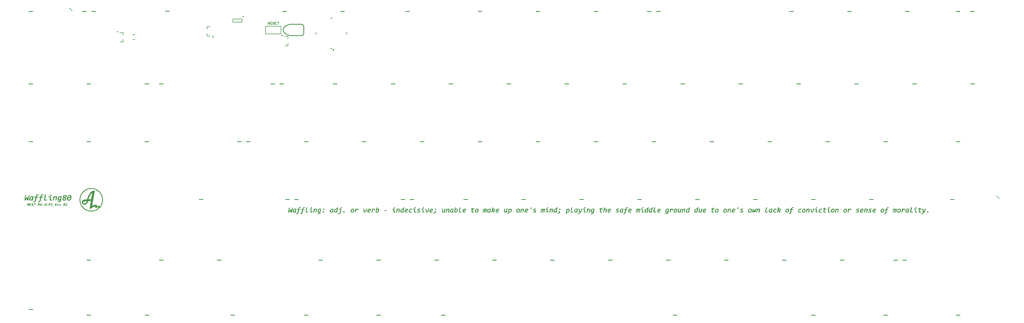
<source format=gto>
G04*
G04 #@! TF.GenerationSoftware,Altium Limited,Altium Designer,23.6.0 (18)*
G04*
G04 Layer_Color=65535*
%FSLAX25Y25*%
%MOIN*%
G70*
G04*
G04 #@! TF.SameCoordinates,641307AF-980C-49FC-99E6-95A709EC4BFD*
G04*
G04*
G04 #@! TF.FilePolarity,Positive*
G04*
G01*
G75*
%ADD10C,0.00984*%
%ADD11C,0.01000*%
%ADD12C,0.01098*%
%ADD13C,0.00787*%
%ADD14C,0.00500*%
G36*
X-1173266Y-250365D02*
X-1173322D01*
Y-250421D01*
Y-250477D01*
Y-250533D01*
Y-250589D01*
Y-250645D01*
X-1173378D01*
Y-250701D01*
Y-250757D01*
Y-250813D01*
Y-250869D01*
X-1173434D01*
Y-250925D01*
Y-250980D01*
Y-251037D01*
Y-251093D01*
Y-251148D01*
Y-251204D01*
X-1173490D01*
Y-251260D01*
Y-251316D01*
Y-251372D01*
Y-251428D01*
Y-251484D01*
X-1173546D01*
Y-251540D01*
Y-251596D01*
Y-251652D01*
Y-251708D01*
Y-251764D01*
X-1173602D01*
Y-251820D01*
Y-251876D01*
Y-251932D01*
Y-251988D01*
Y-252044D01*
Y-252100D01*
X-1173658D01*
Y-252155D01*
Y-252211D01*
Y-252267D01*
Y-252323D01*
Y-252379D01*
X-1173714D01*
Y-252435D01*
Y-252491D01*
Y-252547D01*
Y-252603D01*
Y-252659D01*
Y-252715D01*
X-1173770D01*
Y-252771D01*
Y-252827D01*
Y-252883D01*
Y-252939D01*
Y-252995D01*
X-1173826D01*
Y-253051D01*
Y-253107D01*
Y-253163D01*
Y-253219D01*
Y-253274D01*
Y-253330D01*
X-1173882D01*
Y-253386D01*
Y-253442D01*
Y-253498D01*
Y-253554D01*
Y-253610D01*
X-1173938D01*
Y-253666D01*
Y-253722D01*
Y-253778D01*
Y-253834D01*
Y-253890D01*
Y-253946D01*
X-1173993D01*
Y-254002D01*
Y-254058D01*
Y-254114D01*
Y-254170D01*
Y-254226D01*
Y-254282D01*
X-1174049D01*
Y-254338D01*
Y-254394D01*
Y-254450D01*
Y-254505D01*
Y-254561D01*
X-1174105D01*
Y-254617D01*
Y-254673D01*
Y-254729D01*
Y-254785D01*
Y-254841D01*
Y-254897D01*
X-1174161D01*
Y-254953D01*
Y-255009D01*
Y-255065D01*
Y-255121D01*
Y-255177D01*
Y-255233D01*
X-1174217D01*
Y-255289D01*
Y-255345D01*
Y-255401D01*
Y-255457D01*
Y-255513D01*
X-1174273D01*
Y-255569D01*
Y-255625D01*
Y-255680D01*
Y-255736D01*
Y-255792D01*
Y-255848D01*
X-1174329D01*
Y-255904D01*
Y-255960D01*
Y-256016D01*
Y-256072D01*
Y-256128D01*
X-1174385D01*
Y-256184D01*
Y-256240D01*
Y-256296D01*
Y-256352D01*
Y-256408D01*
Y-256464D01*
X-1174441D01*
Y-256520D01*
Y-256576D01*
Y-256632D01*
Y-256687D01*
Y-256744D01*
Y-256799D01*
X-1174497D01*
Y-256855D01*
Y-256911D01*
Y-256967D01*
Y-257023D01*
Y-257079D01*
X-1174553D01*
Y-257135D01*
Y-257191D01*
Y-257247D01*
Y-257303D01*
Y-257359D01*
Y-257415D01*
X-1174609D01*
Y-257471D01*
Y-257527D01*
Y-257583D01*
Y-257639D01*
Y-257695D01*
X-1174665D01*
Y-257751D01*
Y-257807D01*
Y-257862D01*
Y-257919D01*
Y-257974D01*
Y-258030D01*
X-1174721D01*
Y-258086D01*
Y-258142D01*
Y-258198D01*
Y-258254D01*
Y-258310D01*
Y-258366D01*
X-1174777D01*
Y-258422D01*
Y-258478D01*
Y-258534D01*
Y-258590D01*
Y-258646D01*
X-1174833D01*
Y-258702D01*
Y-258758D01*
Y-258814D01*
Y-258870D01*
Y-258926D01*
Y-258981D01*
X-1174889D01*
Y-259037D01*
Y-259093D01*
Y-259149D01*
Y-259205D01*
Y-259261D01*
Y-259317D01*
X-1174945D01*
Y-259373D01*
Y-259429D01*
Y-259485D01*
Y-259541D01*
Y-259597D01*
X-1175001D01*
Y-259653D01*
Y-259709D01*
Y-259765D01*
Y-259821D01*
Y-259877D01*
Y-259933D01*
X-1175057D01*
Y-259989D01*
Y-260045D01*
Y-260101D01*
Y-260156D01*
Y-260212D01*
X-1175113D01*
Y-260268D01*
Y-260324D01*
Y-260380D01*
Y-260436D01*
Y-260492D01*
Y-260548D01*
X-1175169D01*
Y-260604D01*
Y-260660D01*
Y-260716D01*
Y-260772D01*
Y-260828D01*
Y-260884D01*
X-1175224D01*
Y-260940D01*
Y-260996D01*
Y-261052D01*
Y-261108D01*
Y-261164D01*
X-1175280D01*
Y-261220D01*
Y-261276D01*
Y-261332D01*
Y-261387D01*
Y-261443D01*
Y-261499D01*
X-1175336D01*
Y-261555D01*
Y-261611D01*
Y-261667D01*
Y-261723D01*
Y-261779D01*
X-1175392D01*
Y-261835D01*
Y-261891D01*
Y-261947D01*
Y-262003D01*
Y-262059D01*
Y-262115D01*
X-1175448D01*
Y-262171D01*
Y-262227D01*
Y-262283D01*
Y-262339D01*
Y-262394D01*
X-1175504D01*
Y-262451D01*
Y-262506D01*
Y-262562D01*
Y-262618D01*
Y-262674D01*
Y-262730D01*
X-1175560D01*
Y-262786D01*
Y-262842D01*
Y-262898D01*
Y-262954D01*
Y-263010D01*
Y-263066D01*
X-1175616D01*
Y-263122D01*
Y-263178D01*
Y-263234D01*
Y-263290D01*
Y-263346D01*
X-1175672D01*
Y-263402D01*
Y-263458D01*
Y-263513D01*
Y-263569D01*
Y-263626D01*
Y-263681D01*
X-1175728D01*
Y-263737D01*
Y-263793D01*
Y-263849D01*
Y-263905D01*
Y-263961D01*
X-1175784D01*
Y-264017D01*
Y-264073D01*
Y-264129D01*
Y-264185D01*
Y-264241D01*
Y-264297D01*
Y-264353D01*
X-1175840D01*
Y-264409D01*
Y-264465D01*
Y-264521D01*
Y-264577D01*
Y-264633D01*
X-1175896D01*
Y-264688D01*
Y-264744D01*
Y-264800D01*
Y-264856D01*
Y-264912D01*
Y-264968D01*
X-1175952D01*
Y-265024D01*
Y-265080D01*
Y-265136D01*
Y-265192D01*
Y-265248D01*
X-1176008D01*
Y-265304D01*
Y-265360D01*
Y-265416D01*
Y-265472D01*
Y-265528D01*
Y-265584D01*
X-1176064D01*
Y-265640D01*
Y-265696D01*
Y-265752D01*
Y-265808D01*
X-1176120D01*
Y-265863D01*
Y-265919D01*
Y-265975D01*
Y-266031D01*
Y-266087D01*
Y-266143D01*
X-1176176D01*
Y-266199D01*
Y-266255D01*
Y-266311D01*
Y-266367D01*
Y-266423D01*
X-1176231D01*
Y-266479D01*
Y-266535D01*
Y-266591D01*
Y-266647D01*
Y-266703D01*
Y-266759D01*
X-1176287D01*
Y-266815D01*
Y-266871D01*
Y-266927D01*
Y-266983D01*
Y-267038D01*
Y-267094D01*
X-1176343D01*
Y-267150D01*
Y-267206D01*
Y-267262D01*
Y-267318D01*
Y-267374D01*
X-1176399D01*
Y-267430D01*
Y-267486D01*
Y-267542D01*
Y-267598D01*
Y-267654D01*
Y-267710D01*
X-1176455D01*
Y-267766D01*
Y-267822D01*
Y-267878D01*
Y-267934D01*
Y-267990D01*
Y-268046D01*
X-1176511D01*
Y-268102D01*
Y-268158D01*
Y-268213D01*
Y-268269D01*
Y-268325D01*
X-1176567D01*
Y-268381D01*
Y-268437D01*
Y-268493D01*
Y-268549D01*
Y-268605D01*
Y-268661D01*
X-1176623D01*
Y-268717D01*
Y-268773D01*
Y-268829D01*
Y-268885D01*
Y-268941D01*
Y-268997D01*
Y-269053D01*
X-1176679D01*
Y-269109D01*
Y-269165D01*
Y-269220D01*
Y-269276D01*
Y-269332D01*
Y-269388D01*
Y-269444D01*
X-1176735D01*
Y-269500D01*
Y-269556D01*
Y-269612D01*
Y-269668D01*
Y-269724D01*
Y-269780D01*
Y-269836D01*
Y-269892D01*
X-1176679D01*
Y-269948D01*
X-1176511D01*
Y-269892D01*
X-1176399D01*
Y-269836D01*
X-1176287D01*
Y-269780D01*
X-1176120D01*
Y-269724D01*
X-1176008D01*
Y-269668D01*
X-1175840D01*
Y-269612D01*
X-1175728D01*
Y-269556D01*
X-1175560D01*
Y-269500D01*
X-1175448D01*
Y-269444D01*
X-1175280D01*
Y-269388D01*
X-1175169D01*
Y-269332D01*
X-1175001D01*
Y-269276D01*
X-1174889D01*
Y-269220D01*
X-1174721D01*
Y-269165D01*
X-1174553D01*
Y-269109D01*
X-1174385D01*
Y-269053D01*
X-1174217D01*
Y-268997D01*
X-1174105D01*
Y-268941D01*
X-1173882D01*
Y-268885D01*
X-1173714D01*
Y-268829D01*
X-1173546D01*
Y-268773D01*
X-1173322D01*
Y-268717D01*
X-1173042D01*
Y-268661D01*
X-1172763D01*
Y-268605D01*
X-1171700D01*
Y-268661D01*
X-1171532D01*
Y-268717D01*
X-1171364D01*
Y-268773D01*
X-1171252D01*
Y-268829D01*
X-1171140D01*
Y-268885D01*
X-1171084D01*
Y-268941D01*
X-1171028D01*
Y-268997D01*
X-1170916D01*
Y-269053D01*
X-1170860D01*
Y-269109D01*
X-1170804D01*
Y-269165D01*
X-1170748D01*
Y-269220D01*
X-1170692D01*
Y-269276D01*
Y-269332D01*
X-1170636D01*
Y-269388D01*
Y-269444D01*
Y-269500D01*
Y-269556D01*
Y-269612D01*
Y-269668D01*
Y-269724D01*
Y-269780D01*
Y-269836D01*
Y-269892D01*
Y-269948D01*
Y-270004D01*
Y-270060D01*
Y-270116D01*
X-1170692D01*
Y-270172D01*
Y-270228D01*
Y-270284D01*
Y-270340D01*
Y-270395D01*
Y-270451D01*
Y-270507D01*
Y-270563D01*
Y-270619D01*
Y-270675D01*
Y-270731D01*
Y-270787D01*
X-1170636D01*
Y-270843D01*
X-1170580D01*
Y-270787D01*
X-1170413D01*
Y-270731D01*
X-1170301D01*
Y-270675D01*
X-1170133D01*
Y-270619D01*
X-1170021D01*
Y-270563D01*
X-1169853D01*
Y-270507D01*
X-1169629D01*
Y-270451D01*
X-1169462D01*
Y-270395D01*
X-1169238D01*
Y-270340D01*
X-1168958D01*
Y-270284D01*
X-1168622D01*
Y-270228D01*
X-1168063D01*
Y-270172D01*
X-1168007D01*
Y-270228D01*
X-1167615D01*
Y-270284D01*
X-1167503D01*
Y-270340D01*
X-1167391D01*
Y-270395D01*
X-1167335D01*
Y-270451D01*
X-1167223D01*
Y-270507D01*
X-1167167D01*
Y-270563D01*
X-1167111D01*
Y-270619D01*
X-1167056D01*
Y-270675D01*
Y-270731D01*
X-1167000D01*
Y-270787D01*
X-1166944D01*
Y-270843D01*
Y-270899D01*
X-1166888D01*
Y-270955D01*
Y-271011D01*
Y-271067D01*
X-1166832D01*
Y-271123D01*
Y-271179D01*
Y-271235D01*
Y-271291D01*
Y-271347D01*
Y-271403D01*
Y-271459D01*
Y-271515D01*
Y-271570D01*
Y-271626D01*
Y-271682D01*
X-1166888D01*
Y-271738D01*
Y-271794D01*
X-1166944D01*
Y-271850D01*
Y-271906D01*
X-1167000D01*
Y-271962D01*
Y-272018D01*
X-1167056D01*
Y-272074D01*
X-1167111D01*
Y-272130D01*
X-1167167D01*
Y-272186D01*
X-1167223D01*
Y-272242D01*
X-1167335D01*
Y-272298D01*
X-1167391D01*
Y-272354D01*
X-1167447D01*
Y-272410D01*
X-1167559D01*
Y-272466D01*
X-1167671D01*
Y-272522D01*
X-1167727D01*
Y-272578D01*
X-1167895D01*
Y-272634D01*
X-1168119D01*
Y-272690D01*
X-1168342D01*
Y-272745D01*
X-1168398D01*
Y-272801D01*
X-1168510D01*
Y-272857D01*
X-1168790D01*
Y-272913D01*
X-1168958D01*
Y-272857D01*
Y-272801D01*
X-1168846D01*
Y-272745D01*
X-1168790D01*
Y-272690D01*
X-1168734D01*
Y-272634D01*
X-1168678D01*
Y-272578D01*
X-1168622D01*
Y-272522D01*
Y-272466D01*
Y-272410D01*
Y-272354D01*
Y-272298D01*
Y-272242D01*
X-1168678D01*
Y-272186D01*
X-1168734D01*
Y-272130D01*
X-1168790D01*
Y-272074D01*
X-1168846D01*
Y-272018D01*
X-1169517D01*
Y-272074D01*
X-1169797D01*
Y-272130D01*
X-1169965D01*
Y-272186D01*
X-1170189D01*
Y-272242D01*
X-1170357D01*
Y-272298D01*
X-1170525D01*
Y-272354D01*
X-1170692D01*
Y-272410D01*
X-1170804D01*
Y-272466D01*
X-1170972D01*
Y-272522D01*
X-1171140D01*
Y-272578D01*
X-1171308D01*
Y-272634D01*
X-1171476D01*
Y-272690D01*
X-1171644D01*
Y-272745D01*
X-1171867D01*
Y-272801D01*
X-1172203D01*
Y-272857D01*
X-1172427D01*
Y-272801D01*
X-1172595D01*
Y-272745D01*
X-1172651D01*
Y-272690D01*
X-1172707D01*
Y-272634D01*
X-1172763D01*
Y-272578D01*
Y-272522D01*
X-1172818D01*
Y-272466D01*
Y-272410D01*
Y-272354D01*
Y-272298D01*
Y-272242D01*
Y-272186D01*
X-1172875D01*
Y-272130D01*
Y-272074D01*
Y-272018D01*
Y-271962D01*
Y-271906D01*
Y-271850D01*
Y-271794D01*
Y-271738D01*
Y-271682D01*
Y-271626D01*
Y-271570D01*
Y-271515D01*
Y-271459D01*
Y-271403D01*
Y-271347D01*
Y-271291D01*
X-1172930D01*
Y-271235D01*
Y-271179D01*
Y-271123D01*
X-1172986D01*
Y-271067D01*
X-1173098D01*
Y-271011D01*
X-1173434D01*
Y-271067D01*
X-1173658D01*
Y-271123D01*
X-1173826D01*
Y-271179D01*
X-1173993D01*
Y-271235D01*
X-1174161D01*
Y-271291D01*
X-1174273D01*
Y-271347D01*
X-1174441D01*
Y-271403D01*
X-1174609D01*
Y-271459D01*
X-1174721D01*
Y-271515D01*
X-1174833D01*
Y-271570D01*
X-1175001D01*
Y-271626D01*
X-1175113D01*
Y-271682D01*
X-1175280D01*
Y-271738D01*
X-1175392D01*
Y-271794D01*
X-1175504D01*
Y-271850D01*
X-1175616D01*
Y-271906D01*
X-1175728D01*
Y-271962D01*
X-1175840D01*
Y-272018D01*
X-1176008D01*
Y-272074D01*
X-1176120D01*
Y-272130D01*
X-1176231D01*
Y-272186D01*
X-1176287D01*
Y-272242D01*
X-1176455D01*
Y-272298D01*
X-1176567D01*
Y-272354D01*
X-1176623D01*
Y-272410D01*
X-1176735D01*
Y-272466D01*
X-1176847D01*
Y-272522D01*
X-1176959D01*
Y-272578D01*
X-1177071D01*
Y-272634D01*
X-1177183D01*
Y-272690D01*
X-1177295D01*
Y-272745D01*
X-1177351D01*
Y-272801D01*
X-1177462D01*
Y-272857D01*
X-1177574D01*
Y-272913D01*
X-1177686D01*
Y-272969D01*
X-1177798D01*
Y-273025D01*
X-1177854D01*
Y-273081D01*
X-1177966D01*
Y-273137D01*
X-1178078D01*
Y-273193D01*
X-1178190D01*
Y-273249D01*
X-1178246D01*
Y-273305D01*
X-1178358D01*
Y-273361D01*
X-1178470D01*
Y-273417D01*
X-1178526D01*
Y-273473D01*
X-1178637D01*
Y-273529D01*
X-1178749D01*
Y-273585D01*
X-1178805D01*
Y-273641D01*
X-1178917D01*
Y-273697D01*
X-1179029D01*
Y-273753D01*
X-1179085D01*
Y-273809D01*
X-1179197D01*
Y-273865D01*
X-1179309D01*
Y-273920D01*
X-1179365D01*
Y-273976D01*
X-1179477D01*
Y-274032D01*
X-1179589D01*
Y-274088D01*
X-1179700D01*
Y-274144D01*
X-1179756D01*
Y-274200D01*
X-1179868D01*
Y-274256D01*
X-1179980D01*
Y-274312D01*
X-1180092D01*
Y-274368D01*
X-1180204D01*
Y-274424D01*
X-1180260D01*
Y-274480D01*
X-1180372D01*
Y-274424D01*
Y-274368D01*
Y-274312D01*
Y-274256D01*
X-1180316D01*
Y-274200D01*
Y-274144D01*
Y-274088D01*
Y-274032D01*
Y-273976D01*
Y-273920D01*
Y-273865D01*
X-1180260D01*
Y-273809D01*
Y-273753D01*
Y-273697D01*
Y-273641D01*
Y-273585D01*
Y-273529D01*
X-1180204D01*
Y-273473D01*
Y-273417D01*
Y-273361D01*
Y-273305D01*
Y-273249D01*
Y-273193D01*
X-1180148D01*
Y-273137D01*
Y-273081D01*
Y-273025D01*
Y-272969D01*
Y-272913D01*
Y-272857D01*
X-1180092D01*
Y-272801D01*
Y-272745D01*
Y-272690D01*
Y-272634D01*
Y-272578D01*
X-1180036D01*
Y-272522D01*
Y-272466D01*
Y-272410D01*
Y-272354D01*
Y-272298D01*
Y-272242D01*
X-1179980D01*
Y-272186D01*
Y-272130D01*
Y-272074D01*
Y-272018D01*
Y-271962D01*
Y-271906D01*
X-1179924D01*
Y-271850D01*
Y-271794D01*
Y-271738D01*
Y-271682D01*
Y-271626D01*
X-1179868D01*
Y-271570D01*
Y-271515D01*
Y-271459D01*
Y-271403D01*
Y-271347D01*
Y-271291D01*
X-1179812D01*
Y-271235D01*
Y-271179D01*
Y-271123D01*
Y-271067D01*
Y-271011D01*
Y-270955D01*
X-1179756D01*
Y-270899D01*
Y-270843D01*
Y-270787D01*
Y-270731D01*
Y-270675D01*
X-1179700D01*
Y-270619D01*
Y-270563D01*
Y-270507D01*
Y-270451D01*
Y-270395D01*
Y-270340D01*
Y-270284D01*
X-1179644D01*
Y-270228D01*
Y-270172D01*
Y-270116D01*
Y-270060D01*
Y-270004D01*
X-1179589D01*
Y-269948D01*
Y-269892D01*
Y-269836D01*
Y-269780D01*
Y-269724D01*
Y-269668D01*
X-1179533D01*
Y-269612D01*
Y-269556D01*
Y-269500D01*
X-1179477D01*
Y-269444D01*
Y-269388D01*
Y-269332D01*
Y-269276D01*
Y-269220D01*
Y-269165D01*
X-1179421D01*
Y-269109D01*
Y-269053D01*
Y-268997D01*
Y-268941D01*
Y-268885D01*
Y-268829D01*
X-1179365D01*
Y-268773D01*
Y-268717D01*
Y-268661D01*
Y-268605D01*
Y-268549D01*
X-1179309D01*
Y-268493D01*
Y-268437D01*
Y-268381D01*
Y-268325D01*
Y-268269D01*
Y-268213D01*
X-1179253D01*
Y-268158D01*
Y-268102D01*
Y-268046D01*
Y-267990D01*
Y-267934D01*
X-1179197D01*
Y-267878D01*
Y-267822D01*
Y-267766D01*
Y-267710D01*
Y-267654D01*
Y-267598D01*
X-1179141D01*
Y-267542D01*
Y-267486D01*
Y-267430D01*
Y-267374D01*
Y-267318D01*
Y-267262D01*
X-1179085D01*
Y-267206D01*
Y-267150D01*
Y-267094D01*
Y-267038D01*
Y-266983D01*
Y-266927D01*
X-1179029D01*
Y-266871D01*
Y-266815D01*
Y-266759D01*
Y-266703D01*
Y-266647D01*
X-1178973D01*
Y-266591D01*
Y-266535D01*
Y-266479D01*
Y-266423D01*
Y-266367D01*
Y-266311D01*
X-1178917D01*
Y-266255D01*
Y-266199D01*
Y-266143D01*
Y-266087D01*
Y-266031D01*
X-1178861D01*
Y-265975D01*
Y-265919D01*
Y-265863D01*
Y-265808D01*
Y-265752D01*
Y-265696D01*
X-1178805D01*
Y-265640D01*
Y-265584D01*
Y-265528D01*
Y-265472D01*
Y-265416D01*
Y-265360D01*
X-1178749D01*
Y-265304D01*
Y-265248D01*
Y-265192D01*
Y-265136D01*
Y-265080D01*
X-1178693D01*
Y-265024D01*
Y-264968D01*
Y-264912D01*
Y-264856D01*
Y-264800D01*
Y-264744D01*
X-1178637D01*
Y-264688D01*
Y-264633D01*
Y-264577D01*
Y-264521D01*
Y-264465D01*
X-1178582D01*
Y-264409D01*
Y-264353D01*
Y-264297D01*
Y-264241D01*
Y-264185D01*
Y-264129D01*
X-1178526D01*
Y-264073D01*
Y-264017D01*
X-1178693D01*
Y-263961D01*
Y-263905D01*
X-1179756D01*
Y-263961D01*
X-1180652D01*
Y-264017D01*
X-1181323D01*
Y-264073D01*
X-1182106D01*
Y-264129D01*
Y-264185D01*
X-1182162D01*
Y-264241D01*
Y-264297D01*
Y-264353D01*
X-1182218D01*
Y-264409D01*
Y-264465D01*
Y-264521D01*
Y-264577D01*
X-1182274D01*
Y-264633D01*
Y-264688D01*
Y-264744D01*
X-1182330D01*
Y-264800D01*
Y-264856D01*
Y-264912D01*
X-1182386D01*
Y-264968D01*
Y-265024D01*
Y-265080D01*
X-1182442D01*
Y-265136D01*
Y-265192D01*
Y-265248D01*
X-1182498D01*
Y-265304D01*
Y-265360D01*
Y-265416D01*
X-1182554D01*
Y-265472D01*
Y-265528D01*
X-1182610D01*
Y-265584D01*
Y-265640D01*
Y-265696D01*
X-1182666D01*
Y-265752D01*
Y-265808D01*
X-1182722D01*
Y-265863D01*
Y-265919D01*
X-1182778D01*
Y-265975D01*
Y-266031D01*
X-1182834D01*
Y-266087D01*
X-1182890D01*
Y-266143D01*
Y-266199D01*
X-1182946D01*
Y-266255D01*
Y-266311D01*
X-1183002D01*
Y-266367D01*
X-1183057D01*
Y-266423D01*
Y-266479D01*
X-1183113D01*
Y-266535D01*
X-1183169D01*
Y-266591D01*
Y-266647D01*
X-1183225D01*
Y-266703D01*
X-1183281D01*
Y-266759D01*
X-1183337D01*
Y-266815D01*
Y-266871D01*
X-1183393D01*
Y-266927D01*
X-1183449D01*
Y-266983D01*
X-1183505D01*
Y-267038D01*
X-1183561D01*
Y-267094D01*
X-1183617D01*
Y-267150D01*
X-1183673D01*
Y-267206D01*
X-1183729D01*
Y-267262D01*
X-1183785D01*
Y-267318D01*
X-1183841D01*
Y-267374D01*
X-1183897D01*
Y-267430D01*
X-1183953D01*
Y-267486D01*
X-1184009D01*
Y-267542D01*
X-1184065D01*
Y-267598D01*
X-1184121D01*
Y-267654D01*
X-1184177D01*
Y-267710D01*
X-1184289D01*
Y-267766D01*
X-1184344D01*
Y-267822D01*
X-1184456D01*
Y-267878D01*
X-1184512D01*
Y-267934D01*
X-1184568D01*
Y-267990D01*
X-1184680D01*
Y-268046D01*
X-1184792D01*
Y-268102D01*
X-1184848D01*
Y-268158D01*
X-1184960D01*
Y-268213D01*
X-1185072D01*
Y-268269D01*
X-1185184D01*
Y-268325D01*
X-1185351D01*
Y-268381D01*
X-1185463D01*
Y-268437D01*
X-1185631D01*
Y-268493D01*
X-1185855D01*
Y-268549D01*
X-1186079D01*
Y-268605D01*
X-1186471D01*
Y-268661D01*
X-1187142D01*
Y-268605D01*
X-1187534D01*
Y-268549D01*
X-1187757D01*
Y-268493D01*
X-1187925D01*
Y-268437D01*
X-1188093D01*
Y-268381D01*
X-1188205D01*
Y-268325D01*
X-1188317D01*
Y-268269D01*
X-1188429D01*
Y-268213D01*
X-1188541D01*
Y-268158D01*
X-1188653D01*
Y-268102D01*
X-1188709D01*
Y-268046D01*
X-1188764D01*
Y-267990D01*
X-1188876D01*
Y-267934D01*
X-1188932D01*
Y-267878D01*
X-1188988D01*
Y-267822D01*
X-1189044D01*
Y-267766D01*
X-1189100D01*
Y-267710D01*
X-1189156D01*
Y-267654D01*
X-1189268D01*
Y-267598D01*
Y-267542D01*
X-1189324D01*
Y-267486D01*
X-1189380D01*
Y-267430D01*
X-1189436D01*
Y-267374D01*
X-1189492D01*
Y-267318D01*
Y-267262D01*
X-1189548D01*
Y-267206D01*
X-1189604D01*
Y-267150D01*
Y-267094D01*
X-1189660D01*
Y-267038D01*
X-1189716D01*
Y-266983D01*
Y-266927D01*
X-1189772D01*
Y-266871D01*
Y-266815D01*
X-1189828D01*
Y-266759D01*
Y-266703D01*
X-1189884D01*
Y-266647D01*
Y-266591D01*
Y-266535D01*
X-1189939D01*
Y-266479D01*
Y-266423D01*
Y-266367D01*
X-1189995D01*
Y-266311D01*
Y-266255D01*
Y-266199D01*
X-1190051D01*
Y-266143D01*
Y-266087D01*
Y-266031D01*
Y-265975D01*
Y-265919D01*
X-1190107D01*
Y-265863D01*
Y-265808D01*
Y-265752D01*
Y-265696D01*
Y-265640D01*
Y-265584D01*
Y-265528D01*
Y-265472D01*
Y-265416D01*
Y-265360D01*
Y-265304D01*
Y-265248D01*
Y-265192D01*
Y-265136D01*
Y-265080D01*
Y-265024D01*
Y-264968D01*
Y-264912D01*
Y-264856D01*
X-1190051D01*
Y-264800D01*
Y-264744D01*
Y-264688D01*
Y-264633D01*
Y-264577D01*
X-1189995D01*
Y-264521D01*
Y-264465D01*
Y-264409D01*
Y-264353D01*
X-1189939D01*
Y-264297D01*
Y-264241D01*
Y-264185D01*
X-1189884D01*
Y-264129D01*
Y-264073D01*
Y-264017D01*
X-1189828D01*
Y-263961D01*
Y-263905D01*
X-1189772D01*
Y-263849D01*
Y-263793D01*
X-1189716D01*
Y-263737D01*
Y-263681D01*
X-1189660D01*
Y-263626D01*
Y-263569D01*
X-1189604D01*
Y-263513D01*
X-1189548D01*
Y-263458D01*
Y-263402D01*
X-1189492D01*
Y-263346D01*
X-1189436D01*
Y-263290D01*
X-1189380D01*
Y-263234D01*
X-1189324D01*
Y-263178D01*
X-1189268D01*
Y-263122D01*
X-1189212D01*
Y-263066D01*
X-1189156D01*
Y-263010D01*
X-1189100D01*
Y-262954D01*
X-1189044D01*
Y-262898D01*
X-1188988D01*
Y-262842D01*
X-1188932D01*
Y-262786D01*
X-1188820D01*
Y-262730D01*
X-1188764D01*
Y-262674D01*
X-1188653D01*
Y-262618D01*
X-1188541D01*
Y-262562D01*
X-1188485D01*
Y-262506D01*
X-1188373D01*
Y-262451D01*
X-1188261D01*
Y-262394D01*
X-1188093D01*
Y-262339D01*
X-1187981D01*
Y-262283D01*
X-1187813D01*
Y-262227D01*
X-1187646D01*
Y-262171D01*
X-1187478D01*
Y-262115D01*
X-1187254D01*
Y-262059D01*
X-1187030D01*
Y-262003D01*
X-1186806D01*
Y-261947D01*
X-1186471D01*
Y-261891D01*
X-1186135D01*
Y-261835D01*
X-1185687D01*
Y-261779D01*
X-1185128D01*
Y-261723D01*
X-1184624D01*
Y-261667D01*
X-1184233D01*
Y-261611D01*
X-1183897D01*
Y-261555D01*
X-1183617D01*
Y-261499D01*
X-1183505D01*
Y-261443D01*
X-1183449D01*
Y-261387D01*
Y-261332D01*
X-1183393D01*
Y-261276D01*
Y-261220D01*
X-1183337D01*
Y-261164D01*
Y-261108D01*
Y-261052D01*
X-1183281D01*
Y-260996D01*
Y-260940D01*
Y-260884D01*
X-1183225D01*
Y-260828D01*
Y-260772D01*
X-1183169D01*
Y-260716D01*
Y-260660D01*
Y-260604D01*
X-1183113D01*
Y-260548D01*
Y-260492D01*
Y-260436D01*
X-1183057D01*
Y-260380D01*
Y-260324D01*
Y-260268D01*
X-1183002D01*
Y-260212D01*
Y-260156D01*
Y-260101D01*
X-1182946D01*
Y-260045D01*
Y-259989D01*
Y-259933D01*
X-1182890D01*
Y-259877D01*
Y-259821D01*
Y-259765D01*
X-1182834D01*
Y-259709D01*
Y-259653D01*
Y-259597D01*
X-1182778D01*
Y-259541D01*
Y-259485D01*
Y-259429D01*
X-1182722D01*
Y-259373D01*
Y-259317D01*
Y-259261D01*
X-1182666D01*
Y-259205D01*
Y-259149D01*
X-1182610D01*
Y-259093D01*
Y-259037D01*
Y-258981D01*
X-1182554D01*
Y-258926D01*
Y-258870D01*
Y-258814D01*
X-1182498D01*
Y-258758D01*
Y-258702D01*
X-1182442D01*
Y-258646D01*
Y-258590D01*
Y-258534D01*
X-1182386D01*
Y-258478D01*
Y-258422D01*
X-1182330D01*
Y-258366D01*
Y-258310D01*
X-1182274D01*
Y-258254D01*
Y-258198D01*
Y-258142D01*
X-1182218D01*
Y-258086D01*
Y-258030D01*
X-1182162D01*
Y-257974D01*
Y-257919D01*
X-1182106D01*
Y-257862D01*
Y-257807D01*
Y-257751D01*
X-1182050D01*
Y-257695D01*
Y-257639D01*
X-1181995D01*
Y-257583D01*
Y-257527D01*
X-1181938D01*
Y-257471D01*
Y-257415D01*
X-1181883D01*
Y-257359D01*
Y-257303D01*
X-1181827D01*
Y-257247D01*
Y-257191D01*
X-1181771D01*
Y-257135D01*
Y-257079D01*
X-1181715D01*
Y-257023D01*
Y-256967D01*
X-1181659D01*
Y-256911D01*
Y-256855D01*
X-1181603D01*
Y-256799D01*
Y-256744D01*
X-1181547D01*
Y-256687D01*
Y-256632D01*
X-1181491D01*
Y-256576D01*
Y-256520D01*
X-1181435D01*
Y-256464D01*
Y-256408D01*
X-1181379D01*
Y-256352D01*
Y-256296D01*
X-1181323D01*
Y-256240D01*
Y-256184D01*
X-1181267D01*
Y-256128D01*
Y-256072D01*
X-1181211D01*
Y-256016D01*
Y-255960D01*
X-1181155D01*
Y-255904D01*
X-1181099D01*
Y-255848D01*
Y-255792D01*
X-1181043D01*
Y-255736D01*
Y-255680D01*
X-1180987D01*
Y-255625D01*
Y-255569D01*
X-1180931D01*
Y-255513D01*
X-1180875D01*
Y-255457D01*
Y-255401D01*
X-1180820D01*
Y-255345D01*
Y-255289D01*
X-1180764D01*
Y-255233D01*
X-1180708D01*
Y-255177D01*
Y-255121D01*
X-1180652D01*
Y-255065D01*
X-1180596D01*
Y-255009D01*
Y-254953D01*
X-1180540D01*
Y-254897D01*
Y-254841D01*
X-1180484D01*
Y-254785D01*
X-1180428D01*
Y-254729D01*
Y-254673D01*
X-1180372D01*
Y-254617D01*
X-1180316D01*
Y-254561D01*
Y-254505D01*
X-1180260D01*
Y-254450D01*
X-1180204D01*
Y-254394D01*
Y-254338D01*
X-1180148D01*
Y-254282D01*
X-1180092D01*
Y-254226D01*
Y-254170D01*
X-1180036D01*
Y-254114D01*
X-1179980D01*
Y-254058D01*
X-1179924D01*
Y-254002D01*
Y-253946D01*
X-1179868D01*
Y-253890D01*
X-1179812D01*
Y-253834D01*
X-1179756D01*
Y-253778D01*
Y-253722D01*
X-1179700D01*
Y-253666D01*
X-1179644D01*
Y-253610D01*
X-1179589D01*
Y-253554D01*
Y-253498D01*
X-1179533D01*
Y-253442D01*
X-1179477D01*
Y-253386D01*
X-1179421D01*
Y-253330D01*
Y-253274D01*
X-1179365D01*
Y-253219D01*
X-1179309D01*
Y-253163D01*
X-1179253D01*
Y-253107D01*
X-1179197D01*
Y-253051D01*
X-1179141D01*
Y-252995D01*
X-1179085D01*
Y-252939D01*
Y-252883D01*
X-1179029D01*
Y-252827D01*
X-1178973D01*
Y-252771D01*
X-1178917D01*
Y-252715D01*
X-1178861D01*
Y-252659D01*
X-1178805D01*
Y-252603D01*
X-1178749D01*
Y-252547D01*
X-1178693D01*
Y-252491D01*
X-1178637D01*
Y-252435D01*
X-1178582D01*
Y-252379D01*
X-1178526D01*
Y-252323D01*
X-1178470D01*
Y-252267D01*
X-1178414D01*
Y-252211D01*
X-1178358D01*
Y-252155D01*
X-1178302D01*
Y-252100D01*
X-1178246D01*
Y-252044D01*
X-1178190D01*
Y-251988D01*
X-1178134D01*
Y-251932D01*
X-1178078D01*
Y-251876D01*
X-1178022D01*
Y-251820D01*
X-1177966D01*
Y-251764D01*
X-1177854D01*
Y-251708D01*
X-1177798D01*
Y-251652D01*
X-1177742D01*
Y-251596D01*
X-1177686D01*
Y-251540D01*
X-1177574D01*
Y-251484D01*
X-1177518D01*
Y-251428D01*
X-1177462D01*
Y-251372D01*
X-1177351D01*
Y-251316D01*
X-1177295D01*
Y-251260D01*
X-1177183D01*
Y-251204D01*
X-1177127D01*
Y-251148D01*
X-1177015D01*
Y-251093D01*
X-1176903D01*
Y-251037D01*
X-1176791D01*
Y-250980D01*
X-1176679D01*
Y-250925D01*
X-1176567D01*
Y-250869D01*
X-1176399D01*
Y-250813D01*
X-1176231D01*
Y-250757D01*
X-1176064D01*
Y-250701D01*
X-1175840D01*
Y-250645D01*
X-1175560D01*
Y-250589D01*
X-1175280D01*
Y-250533D01*
X-1175001D01*
Y-250477D01*
X-1174665D01*
Y-250421D01*
X-1174217D01*
Y-250365D01*
X-1173714D01*
Y-250309D01*
X-1173266D01*
Y-250365D01*
D02*
G37*
G36*
X-1240669Y-255442D02*
X-1240549Y-255454D01*
X-1240296Y-255478D01*
X-1240284D01*
X-1240236Y-255490D01*
X-1240176D01*
X-1240092Y-255514D01*
X-1239995Y-255526D01*
X-1239887Y-255538D01*
X-1239670Y-255586D01*
X-1239887Y-256621D01*
X-1239899D01*
X-1239935Y-256609D01*
X-1239995Y-256597D01*
X-1240067Y-256585D01*
X-1240152Y-256573D01*
X-1240248Y-256549D01*
X-1240476Y-256524D01*
X-1240489D01*
X-1240525Y-256512D01*
X-1240585D01*
X-1240669Y-256500D01*
X-1240753Y-256488D01*
X-1240861D01*
X-1241090Y-256476D01*
X-1241186D01*
X-1241294Y-256488D01*
X-1241427Y-256512D01*
X-1241571Y-256560D01*
X-1241728Y-256609D01*
X-1241872Y-256693D01*
X-1242004Y-256801D01*
X-1242016Y-256813D01*
X-1242052Y-256861D01*
X-1242113Y-256933D01*
X-1242173Y-257030D01*
X-1242245Y-257150D01*
X-1242317Y-257306D01*
X-1242389Y-257487D01*
X-1242437Y-257691D01*
X-1242594Y-258473D01*
X-1240416D01*
X-1240633Y-259508D01*
X-1242798D01*
X-1243544Y-263249D01*
Y-263261D01*
Y-263273D01*
X-1243568Y-263345D01*
X-1243592Y-263466D01*
X-1243640Y-263610D01*
X-1243688Y-263767D01*
X-1243749Y-263947D01*
X-1243833Y-264115D01*
X-1243917Y-264284D01*
X-1243929Y-264308D01*
X-1243965Y-264356D01*
X-1244013Y-264428D01*
X-1244085Y-264524D01*
X-1244170Y-264633D01*
X-1244266Y-264753D01*
X-1244386Y-264861D01*
X-1244506Y-264969D01*
X-1244518Y-264982D01*
X-1244567Y-265018D01*
X-1244639Y-265054D01*
X-1244735Y-265114D01*
X-1244855Y-265174D01*
X-1244988Y-265234D01*
X-1245144Y-265294D01*
X-1245312Y-265342D01*
X-1245337D01*
X-1245385Y-265367D01*
X-1245481Y-265378D01*
X-1245601Y-265403D01*
X-1245746Y-265427D01*
X-1245914Y-265439D01*
X-1246094Y-265463D01*
X-1246527D01*
X-1246660Y-265451D01*
X-1246684D01*
X-1246756Y-265439D01*
X-1246864D01*
X-1246973Y-265427D01*
X-1246744Y-264380D01*
X-1246696D01*
X-1246648Y-264392D01*
X-1246576D01*
X-1246491Y-264404D01*
X-1246407D01*
X-1246203Y-264416D01*
X-1246119D01*
X-1246058Y-264404D01*
X-1245914Y-264380D01*
X-1245758Y-264344D01*
X-1245746D01*
X-1245722Y-264332D01*
X-1245685Y-264320D01*
X-1245625Y-264296D01*
X-1245505Y-264236D01*
X-1245373Y-264151D01*
X-1245361Y-264139D01*
X-1245337Y-264127D01*
X-1245264Y-264055D01*
X-1245168Y-263947D01*
X-1245072Y-263803D01*
Y-263790D01*
X-1245048Y-263767D01*
X-1245036Y-263718D01*
X-1245000Y-263658D01*
X-1244976Y-263586D01*
X-1244940Y-263502D01*
X-1244891Y-263309D01*
X-1244133Y-259508D01*
X-1245722D01*
X-1245517Y-258473D01*
X-1243917D01*
X-1243761Y-257691D01*
Y-257679D01*
X-1243749Y-257643D01*
X-1243737Y-257583D01*
X-1243713Y-257499D01*
X-1243688Y-257403D01*
X-1243652Y-257294D01*
X-1243556Y-257042D01*
X-1243436Y-256765D01*
X-1243279Y-256488D01*
X-1243087Y-256212D01*
X-1242979Y-256091D01*
X-1242858Y-255983D01*
X-1242846Y-255971D01*
X-1242822Y-255959D01*
X-1242786Y-255935D01*
X-1242738Y-255899D01*
X-1242666Y-255851D01*
X-1242582Y-255803D01*
X-1242485Y-255754D01*
X-1242365Y-255706D01*
X-1242245Y-255658D01*
X-1242101Y-255610D01*
X-1241944Y-255562D01*
X-1241788Y-255514D01*
X-1241607Y-255478D01*
X-1241415Y-255454D01*
X-1241210Y-255430D01*
X-1240777D01*
X-1240669Y-255442D01*
D02*
G37*
G36*
X-1246768D02*
X-1246648Y-255454D01*
X-1246395Y-255478D01*
X-1246383D01*
X-1246335Y-255490D01*
X-1246275D01*
X-1246191Y-255514D01*
X-1246094Y-255526D01*
X-1245986Y-255538D01*
X-1245770Y-255586D01*
X-1245986Y-256621D01*
X-1245998D01*
X-1246034Y-256609D01*
X-1246094Y-256597D01*
X-1246167Y-256585D01*
X-1246251Y-256573D01*
X-1246347Y-256549D01*
X-1246576Y-256524D01*
X-1246588D01*
X-1246624Y-256512D01*
X-1246684D01*
X-1246768Y-256500D01*
X-1246852Y-256488D01*
X-1246961D01*
X-1247189Y-256476D01*
X-1247285D01*
X-1247394Y-256488D01*
X-1247526Y-256512D01*
X-1247670Y-256560D01*
X-1247827Y-256609D01*
X-1247971Y-256693D01*
X-1248103Y-256801D01*
X-1248116Y-256813D01*
X-1248152Y-256861D01*
X-1248212Y-256933D01*
X-1248272Y-257030D01*
X-1248344Y-257150D01*
X-1248416Y-257306D01*
X-1248488Y-257487D01*
X-1248536Y-257691D01*
X-1248693Y-258473D01*
X-1246515D01*
X-1246732Y-259508D01*
X-1248897D01*
X-1249643Y-263249D01*
Y-263261D01*
Y-263273D01*
X-1249667Y-263345D01*
X-1249691Y-263466D01*
X-1249739Y-263610D01*
X-1249788Y-263767D01*
X-1249848Y-263947D01*
X-1249932Y-264115D01*
X-1250016Y-264284D01*
X-1250028Y-264308D01*
X-1250064Y-264356D01*
X-1250113Y-264428D01*
X-1250185Y-264524D01*
X-1250269Y-264633D01*
X-1250365Y-264753D01*
X-1250485Y-264861D01*
X-1250606Y-264969D01*
X-1250618Y-264982D01*
X-1250666Y-265018D01*
X-1250738Y-265054D01*
X-1250834Y-265114D01*
X-1250955Y-265174D01*
X-1251087Y-265234D01*
X-1251243Y-265294D01*
X-1251412Y-265342D01*
X-1251436D01*
X-1251484Y-265367D01*
X-1251580Y-265378D01*
X-1251700Y-265403D01*
X-1251845Y-265427D01*
X-1252013Y-265439D01*
X-1252194Y-265463D01*
X-1252627D01*
X-1252759Y-265451D01*
X-1252783D01*
X-1252855Y-265439D01*
X-1252964D01*
X-1253072Y-265427D01*
X-1252843Y-264380D01*
X-1252795D01*
X-1252747Y-264392D01*
X-1252675D01*
X-1252591Y-264404D01*
X-1252506D01*
X-1252302Y-264416D01*
X-1252218D01*
X-1252158Y-264404D01*
X-1252013Y-264380D01*
X-1251857Y-264344D01*
X-1251845D01*
X-1251821Y-264332D01*
X-1251785Y-264320D01*
X-1251725Y-264296D01*
X-1251604Y-264236D01*
X-1251472Y-264151D01*
X-1251460Y-264139D01*
X-1251436Y-264127D01*
X-1251364Y-264055D01*
X-1251267Y-263947D01*
X-1251171Y-263803D01*
Y-263790D01*
X-1251147Y-263767D01*
X-1251135Y-263718D01*
X-1251099Y-263658D01*
X-1251075Y-263586D01*
X-1251039Y-263502D01*
X-1250991Y-263309D01*
X-1250233Y-259508D01*
X-1251821D01*
X-1251616Y-258473D01*
X-1250016D01*
X-1249860Y-257691D01*
Y-257679D01*
X-1249848Y-257643D01*
X-1249836Y-257583D01*
X-1249812Y-257499D01*
X-1249788Y-257403D01*
X-1249752Y-257294D01*
X-1249655Y-257042D01*
X-1249535Y-256765D01*
X-1249379Y-256488D01*
X-1249186Y-256212D01*
X-1249078Y-256091D01*
X-1248958Y-255983D01*
X-1248946Y-255971D01*
X-1248921Y-255959D01*
X-1248885Y-255935D01*
X-1248837Y-255899D01*
X-1248765Y-255851D01*
X-1248681Y-255803D01*
X-1248585Y-255754D01*
X-1248464Y-255706D01*
X-1248344Y-255658D01*
X-1248200Y-255610D01*
X-1248043Y-255562D01*
X-1247887Y-255514D01*
X-1247707Y-255478D01*
X-1247514Y-255454D01*
X-1247309Y-255430D01*
X-1246876D01*
X-1246768Y-255442D01*
D02*
G37*
G36*
X-1230215Y-255321D02*
X-1230107Y-255333D01*
X-1229986Y-255382D01*
X-1229974D01*
X-1229962Y-255394D01*
X-1229890Y-255430D01*
X-1229806Y-255490D01*
X-1229722Y-255574D01*
X-1229698Y-255598D01*
X-1229649Y-255646D01*
X-1229589Y-255730D01*
X-1229541Y-255827D01*
Y-255839D01*
X-1229529Y-255851D01*
X-1229505Y-255923D01*
X-1229493Y-256019D01*
X-1229481Y-256139D01*
Y-256152D01*
Y-256175D01*
Y-256212D01*
X-1229493Y-256260D01*
X-1229517Y-256368D01*
X-1229565Y-256500D01*
Y-256512D01*
X-1229577Y-256524D01*
X-1229613Y-256597D01*
X-1229685Y-256693D01*
X-1229770Y-256789D01*
X-1229794Y-256813D01*
X-1229854Y-256861D01*
X-1229938Y-256921D01*
X-1230058Y-256981D01*
X-1230070D01*
X-1230083Y-256994D01*
X-1230119Y-257006D01*
X-1230167D01*
X-1230275Y-257030D01*
X-1230407Y-257042D01*
X-1230480D01*
X-1230528Y-257030D01*
X-1230636Y-257018D01*
X-1230756Y-256981D01*
X-1230768D01*
X-1230780Y-256969D01*
X-1230852Y-256933D01*
X-1230937Y-256873D01*
X-1231033Y-256801D01*
X-1231045Y-256777D01*
X-1231093Y-256729D01*
X-1231153Y-256645D01*
X-1231201Y-256549D01*
Y-256536D01*
X-1231213Y-256524D01*
X-1231225Y-256452D01*
X-1231249Y-256344D01*
X-1231261Y-256224D01*
Y-256212D01*
Y-256188D01*
Y-256152D01*
X-1231249Y-256103D01*
X-1231225Y-255995D01*
X-1231189Y-255875D01*
Y-255863D01*
X-1231177Y-255851D01*
X-1231141Y-255779D01*
X-1231069Y-255682D01*
X-1230985Y-255586D01*
X-1230973Y-255574D01*
X-1230961Y-255562D01*
X-1230900Y-255514D01*
X-1230804Y-255442D01*
X-1230684Y-255382D01*
X-1230672D01*
X-1230660Y-255369D01*
X-1230624Y-255358D01*
X-1230576Y-255346D01*
X-1230468Y-255321D01*
X-1230335Y-255309D01*
X-1230263D01*
X-1230215Y-255321D01*
D02*
G37*
G36*
X-1217174Y-263225D02*
Y-263249D01*
X-1217198Y-263321D01*
X-1217222Y-263418D01*
X-1217258Y-263550D01*
X-1217307Y-263694D01*
X-1217355Y-263851D01*
X-1217427Y-264019D01*
X-1217499Y-264176D01*
X-1217511Y-264199D01*
X-1217535Y-264248D01*
X-1217583Y-264320D01*
X-1217644Y-264416D01*
X-1217716Y-264536D01*
X-1217812Y-264657D01*
X-1217908Y-264777D01*
X-1218028Y-264885D01*
X-1218040Y-264897D01*
X-1218089Y-264933D01*
X-1218161Y-264982D01*
X-1218245Y-265042D01*
X-1218365Y-265114D01*
X-1218498Y-265186D01*
X-1218654Y-265258D01*
X-1218822Y-265318D01*
X-1218847D01*
X-1218907Y-265342D01*
X-1219003Y-265366D01*
X-1219123Y-265390D01*
X-1219292Y-265415D01*
X-1219472Y-265439D01*
X-1219677Y-265451D01*
X-1219905Y-265463D01*
X-1219989D01*
X-1220074Y-265451D01*
X-1220194D01*
X-1220338Y-265439D01*
X-1220507Y-265415D01*
X-1220675Y-265390D01*
X-1220868Y-265354D01*
X-1220892D01*
X-1220952Y-265330D01*
X-1221048Y-265318D01*
X-1221168Y-265282D01*
X-1221313Y-265234D01*
X-1221457Y-265186D01*
X-1221770Y-265054D01*
X-1221264Y-264091D01*
X-1221253Y-264103D01*
X-1221204Y-264115D01*
X-1221132Y-264151D01*
X-1221048Y-264188D01*
X-1220952Y-264224D01*
X-1220844Y-264272D01*
X-1220603Y-264344D01*
X-1220591D01*
X-1220543Y-264356D01*
X-1220483Y-264368D01*
X-1220386Y-264380D01*
X-1220278Y-264404D01*
X-1220158Y-264416D01*
X-1220025Y-264428D01*
X-1219785D01*
X-1219677Y-264416D01*
X-1219544Y-264392D01*
X-1219388Y-264356D01*
X-1219232Y-264308D01*
X-1219087Y-264236D01*
X-1218955Y-264139D01*
X-1218943Y-264127D01*
X-1218907Y-264079D01*
X-1218847Y-264019D01*
X-1218774Y-263923D01*
X-1218702Y-263803D01*
X-1218630Y-263658D01*
X-1218558Y-263490D01*
X-1218498Y-263285D01*
Y-263273D01*
X-1218486Y-263249D01*
X-1218474Y-263201D01*
X-1218462Y-263141D01*
X-1218413Y-262984D01*
X-1218353Y-262816D01*
Y-262804D01*
X-1218341Y-262768D01*
X-1218317Y-262720D01*
X-1218293Y-262660D01*
X-1218233Y-262491D01*
X-1218173Y-262311D01*
X-1218185Y-262323D01*
X-1218197Y-262347D01*
X-1218233Y-262395D01*
X-1218269Y-262455D01*
X-1218377Y-262599D01*
X-1218522Y-262744D01*
X-1218534Y-262756D01*
X-1218558Y-262768D01*
X-1218594Y-262804D01*
X-1218642Y-262852D01*
X-1218786Y-262948D01*
X-1218955Y-263057D01*
X-1218967D01*
X-1218991Y-263081D01*
X-1219039Y-263093D01*
X-1219099Y-263129D01*
X-1219171Y-263153D01*
X-1219256Y-263189D01*
X-1219448Y-263237D01*
X-1219460D01*
X-1219496Y-263249D01*
X-1219544Y-263261D01*
X-1219616Y-263273D01*
X-1219689Y-263285D01*
X-1219785Y-263297D01*
X-1219977Y-263309D01*
X-1220049D01*
X-1220110Y-263297D01*
X-1220254Y-263285D01*
X-1220434Y-263249D01*
X-1220627Y-263189D01*
X-1220831Y-263105D01*
X-1221024Y-262984D01*
X-1221192Y-262816D01*
X-1221204Y-262792D01*
X-1221253Y-262720D01*
X-1221325Y-262612D01*
X-1221397Y-262455D01*
X-1221469Y-262251D01*
X-1221541Y-262010D01*
X-1221589Y-261733D01*
X-1221601Y-261409D01*
Y-261397D01*
Y-261372D01*
Y-261324D01*
Y-261264D01*
X-1221589Y-261192D01*
Y-261108D01*
X-1221577Y-260903D01*
X-1221553Y-260675D01*
X-1221505Y-260410D01*
X-1221457Y-260145D01*
X-1221385Y-259881D01*
Y-259869D01*
X-1221373Y-259845D01*
X-1221361Y-259809D01*
X-1221349Y-259760D01*
X-1221289Y-259628D01*
X-1221228Y-259460D01*
X-1221132Y-259267D01*
X-1221024Y-259063D01*
X-1220892Y-258858D01*
X-1220747Y-258666D01*
X-1220723Y-258642D01*
X-1220675Y-258581D01*
X-1220579Y-258485D01*
X-1220459Y-258377D01*
X-1220302Y-258245D01*
X-1220122Y-258112D01*
X-1219917Y-257992D01*
X-1219701Y-257872D01*
X-1219689D01*
X-1219677Y-257860D01*
X-1219641Y-257848D01*
X-1219592Y-257824D01*
X-1219460Y-257775D01*
X-1219292Y-257727D01*
X-1219087Y-257679D01*
X-1218859Y-257631D01*
X-1218594Y-257595D01*
X-1218305Y-257583D01*
X-1218161D01*
X-1218064Y-257595D01*
X-1217944D01*
X-1217824Y-257607D01*
X-1217571Y-257643D01*
X-1217559D01*
X-1217511Y-257655D01*
X-1217451Y-257667D01*
X-1217367Y-257679D01*
X-1217186Y-257727D01*
X-1216994Y-257775D01*
X-1216055Y-257583D01*
X-1217174Y-263225D01*
D02*
G37*
G36*
X-1253252Y-260639D02*
Y-260651D01*
Y-260663D01*
X-1253264Y-260699D01*
X-1253276Y-260747D01*
X-1253300Y-260867D01*
X-1253325Y-261012D01*
Y-261024D01*
Y-261048D01*
X-1253337Y-261084D01*
Y-261144D01*
X-1253349Y-261216D01*
X-1253361Y-261300D01*
X-1253385Y-261493D01*
Y-261505D01*
Y-261541D01*
X-1253397Y-261601D01*
X-1253409Y-261685D01*
X-1253421Y-261794D01*
X-1253433Y-261914D01*
X-1253457Y-262046D01*
X-1253469Y-262191D01*
Y-262215D01*
X-1253481Y-262263D01*
Y-262347D01*
X-1253493Y-262467D01*
X-1253505Y-262612D01*
X-1253529Y-262780D01*
X-1253541Y-262972D01*
X-1253565Y-263189D01*
X-1254636D01*
X-1254600Y-262203D01*
X-1254624Y-262227D01*
X-1254648Y-262263D01*
X-1254684Y-262311D01*
X-1254780Y-262443D01*
X-1254912Y-262587D01*
X-1254924Y-262600D01*
X-1254949Y-262624D01*
X-1254985Y-262660D01*
X-1255045Y-262708D01*
X-1255177Y-262816D01*
X-1255357Y-262948D01*
X-1255370Y-262961D01*
X-1255394Y-262972D01*
X-1255454Y-263009D01*
X-1255514Y-263033D01*
X-1255598Y-263081D01*
X-1255694Y-263117D01*
X-1255911Y-263201D01*
X-1255923D01*
X-1255959Y-263213D01*
X-1256019Y-263237D01*
X-1256103Y-263249D01*
X-1256200Y-263273D01*
X-1256320Y-263297D01*
X-1256573Y-263309D01*
X-1256645D01*
X-1256705Y-263297D01*
X-1256849Y-263285D01*
X-1257030Y-263249D01*
X-1257222Y-263189D01*
X-1257427Y-263105D01*
X-1257619Y-262984D01*
X-1257788Y-262816D01*
X-1257800Y-262792D01*
X-1257848Y-262720D01*
X-1257920Y-262612D01*
X-1257992Y-262455D01*
X-1258064Y-262251D01*
X-1258136Y-262010D01*
X-1258185Y-261733D01*
X-1258197Y-261409D01*
Y-261397D01*
Y-261372D01*
Y-261324D01*
Y-261264D01*
X-1258185Y-261192D01*
Y-261108D01*
X-1258173Y-260903D01*
X-1258148Y-260675D01*
X-1258100Y-260410D01*
X-1258052Y-260145D01*
X-1257980Y-259881D01*
Y-259869D01*
X-1257968Y-259845D01*
X-1257956Y-259809D01*
X-1257944Y-259760D01*
X-1257884Y-259628D01*
X-1257824Y-259460D01*
X-1257727Y-259267D01*
X-1257619Y-259063D01*
X-1257487Y-258858D01*
X-1257343Y-258666D01*
X-1257318Y-258642D01*
X-1257270Y-258581D01*
X-1257174Y-258485D01*
X-1257054Y-258377D01*
X-1256897Y-258245D01*
X-1256717Y-258112D01*
X-1256512Y-257992D01*
X-1256296Y-257872D01*
X-1256284D01*
X-1256272Y-257860D01*
X-1256236Y-257848D01*
X-1256188Y-257824D01*
X-1256055Y-257775D01*
X-1255887Y-257727D01*
X-1255682Y-257679D01*
X-1255454Y-257631D01*
X-1255189Y-257595D01*
X-1254900Y-257583D01*
X-1254756D01*
X-1254660Y-257595D01*
X-1254539D01*
X-1254419Y-257607D01*
X-1254167Y-257643D01*
X-1254154D01*
X-1254106Y-257655D01*
X-1254046Y-257667D01*
X-1253962Y-257679D01*
X-1253782Y-257727D01*
X-1253589Y-257775D01*
X-1252651Y-257583D01*
X-1253252Y-260639D01*
D02*
G37*
G36*
X-1223743Y-257583D02*
X-1223647D01*
X-1223526Y-257607D01*
X-1223406Y-257631D01*
X-1223286Y-257667D01*
X-1223165Y-257715D01*
X-1223153Y-257727D01*
X-1223117Y-257739D01*
X-1223057Y-257775D01*
X-1222985Y-257824D01*
X-1222913Y-257884D01*
X-1222828Y-257956D01*
X-1222756Y-258040D01*
X-1222684Y-258136D01*
X-1222672Y-258149D01*
X-1222660Y-258185D01*
X-1222624Y-258245D01*
X-1222588Y-258317D01*
X-1222552Y-258413D01*
X-1222516Y-258521D01*
X-1222492Y-258642D01*
X-1222468Y-258786D01*
Y-258798D01*
X-1222456Y-258846D01*
Y-258930D01*
Y-259027D01*
Y-259159D01*
X-1222468Y-259303D01*
X-1222480Y-259460D01*
X-1222516Y-259640D01*
X-1223237Y-263189D01*
X-1224549D01*
X-1223839Y-259616D01*
Y-259592D01*
X-1223827Y-259544D01*
X-1223815Y-259460D01*
X-1223803Y-259351D01*
Y-259243D01*
Y-259123D01*
X-1223827Y-259015D01*
X-1223863Y-258918D01*
Y-258906D01*
X-1223887Y-258882D01*
X-1223911Y-258846D01*
X-1223947Y-258798D01*
X-1224007Y-258750D01*
X-1224067Y-258714D01*
X-1224152Y-258690D01*
X-1224248Y-258678D01*
X-1224272D01*
X-1224344Y-258690D01*
X-1224465Y-258714D01*
X-1224597Y-258774D01*
X-1224609D01*
X-1224633Y-258786D01*
X-1224669Y-258810D01*
X-1224705Y-258846D01*
X-1224825Y-258918D01*
X-1224958Y-259027D01*
X-1224970Y-259039D01*
X-1224994Y-259051D01*
X-1225018Y-259087D01*
X-1225066Y-259135D01*
X-1225186Y-259255D01*
X-1225307Y-259400D01*
X-1225319Y-259412D01*
X-1225331Y-259436D01*
X-1225367Y-259484D01*
X-1225403Y-259532D01*
X-1225511Y-259688D01*
X-1225619Y-259857D01*
X-1225631Y-259869D01*
X-1225643Y-259893D01*
X-1225667Y-259941D01*
X-1225704Y-260013D01*
X-1225788Y-260170D01*
X-1225872Y-260350D01*
Y-260362D01*
X-1225884Y-260398D01*
X-1225908Y-260446D01*
X-1225920Y-260506D01*
X-1225968Y-260663D01*
X-1226016Y-260843D01*
X-1226486Y-263189D01*
X-1227797D01*
X-1227207Y-260254D01*
Y-260242D01*
Y-260230D01*
X-1227195Y-260194D01*
Y-260145D01*
X-1227171Y-260025D01*
X-1227159Y-259893D01*
Y-259881D01*
X-1227147Y-259857D01*
Y-259809D01*
X-1227135Y-259748D01*
X-1227123Y-259676D01*
X-1227111Y-259592D01*
X-1227087Y-259400D01*
Y-259387D01*
X-1227075Y-259351D01*
Y-259291D01*
X-1227063Y-259207D01*
X-1227051Y-259099D01*
X-1227039Y-258979D01*
X-1227027Y-258846D01*
X-1227015Y-258702D01*
Y-258678D01*
X-1227003Y-258630D01*
X-1226991Y-258545D01*
X-1226979Y-258425D01*
X-1226967Y-258281D01*
X-1226943Y-258100D01*
X-1226931Y-257908D01*
X-1226907Y-257691D01*
X-1225824D01*
X-1225871Y-258689D01*
X-1225848Y-258666D01*
X-1225824Y-258630D01*
X-1225788Y-258581D01*
X-1225692Y-258461D01*
X-1225559Y-258317D01*
X-1225547Y-258305D01*
X-1225523Y-258281D01*
X-1225487Y-258245D01*
X-1225427Y-258197D01*
X-1225295Y-258076D01*
X-1225114Y-257956D01*
X-1225102Y-257944D01*
X-1225066Y-257932D01*
X-1225018Y-257896D01*
X-1224946Y-257860D01*
X-1224874Y-257812D01*
X-1224777Y-257764D01*
X-1224561Y-257679D01*
X-1224549D01*
X-1224501Y-257667D01*
X-1224440Y-257643D01*
X-1224356Y-257619D01*
X-1224260Y-257607D01*
X-1224152Y-257583D01*
X-1223899Y-257571D01*
X-1223827D01*
X-1223743Y-257583D01*
D02*
G37*
G36*
X-1259652Y-263189D02*
X-1261156D01*
X-1261397Y-261012D01*
X-1261469Y-260121D01*
X-1261926Y-261036D01*
X-1263069Y-263189D01*
X-1264597D01*
X-1263574Y-256115D01*
X-1262407D01*
X-1263165Y-260651D01*
X-1263369Y-261902D01*
X-1262816Y-260795D01*
X-1261541Y-258269D01*
X-1260699D01*
X-1260410Y-260951D01*
X-1260326Y-261890D01*
X-1260085Y-260783D01*
X-1258967Y-256115D01*
X-1257836D01*
X-1259652Y-263189D01*
D02*
G37*
G36*
X-1205626Y-256007D02*
X-1205505Y-256019D01*
X-1205373Y-256031D01*
X-1205229Y-256055D01*
X-1205084Y-256103D01*
X-1204928Y-256152D01*
X-1204904Y-256164D01*
X-1204856Y-256175D01*
X-1204783Y-256212D01*
X-1204687Y-256260D01*
X-1204579Y-256332D01*
X-1204471Y-256404D01*
X-1204350Y-256500D01*
X-1204242Y-256609D01*
X-1204230Y-256621D01*
X-1204194Y-256657D01*
X-1204146Y-256729D01*
X-1204086Y-256813D01*
X-1204014Y-256933D01*
X-1203941Y-257066D01*
X-1203869Y-257210D01*
X-1203809Y-257379D01*
X-1203797Y-257403D01*
X-1203785Y-257463D01*
X-1203761Y-257559D01*
X-1203725Y-257679D01*
X-1203689Y-257848D01*
X-1203665Y-258028D01*
X-1203653Y-258233D01*
X-1203641Y-258461D01*
Y-258485D01*
Y-258533D01*
Y-258630D01*
X-1203653Y-258750D01*
X-1203665Y-258894D01*
X-1203677Y-259063D01*
X-1203701Y-259243D01*
X-1203725Y-259436D01*
Y-259460D01*
X-1203737Y-259532D01*
X-1203761Y-259628D01*
X-1203785Y-259772D01*
X-1203809Y-259929D01*
X-1203857Y-260109D01*
X-1203905Y-260302D01*
X-1203965Y-260506D01*
X-1203977Y-260530D01*
X-1204002Y-260603D01*
X-1204038Y-260699D01*
X-1204086Y-260843D01*
X-1204146Y-261000D01*
X-1204218Y-261180D01*
X-1204410Y-261553D01*
X-1204422Y-261577D01*
X-1204459Y-261637D01*
X-1204519Y-261733D01*
X-1204591Y-261854D01*
X-1204687Y-261998D01*
X-1204795Y-262142D01*
X-1204928Y-262299D01*
X-1205072Y-262455D01*
X-1205084Y-262467D01*
X-1205144Y-262515D01*
X-1205229Y-262587D01*
X-1205337Y-262672D01*
X-1205481Y-262780D01*
X-1205638Y-262876D01*
X-1205818Y-262984D01*
X-1206011Y-263081D01*
X-1206034Y-263093D01*
X-1206107Y-263117D01*
X-1206215Y-263153D01*
X-1206371Y-263189D01*
X-1206552Y-263237D01*
X-1206756Y-263273D01*
X-1206997Y-263297D01*
X-1207250Y-263309D01*
X-1207334D01*
X-1207418Y-263297D01*
X-1207538Y-263285D01*
X-1207671Y-263273D01*
X-1207827Y-263249D01*
X-1207971Y-263213D01*
X-1208128Y-263165D01*
X-1208140Y-263153D01*
X-1208188Y-263141D01*
X-1208272Y-263105D01*
X-1208356Y-263057D01*
X-1208465Y-262997D01*
X-1208585Y-262912D01*
X-1208705Y-262828D01*
X-1208813Y-262720D01*
X-1208825Y-262708D01*
X-1208862Y-262660D01*
X-1208910Y-262599D01*
X-1208970Y-262503D01*
X-1209042Y-262395D01*
X-1209114Y-262263D01*
X-1209186Y-262118D01*
X-1209247Y-261950D01*
X-1209259Y-261926D01*
X-1209271Y-261866D01*
X-1209295Y-261770D01*
X-1209319Y-261637D01*
X-1209355Y-261481D01*
X-1209379Y-261288D01*
X-1209391Y-261084D01*
X-1209403Y-260855D01*
Y-260831D01*
Y-260771D01*
Y-260687D01*
X-1209391Y-260566D01*
Y-260422D01*
X-1209367Y-260254D01*
X-1209355Y-260073D01*
X-1209331Y-259881D01*
Y-259869D01*
Y-259857D01*
X-1209319Y-259785D01*
X-1209295Y-259688D01*
X-1209271Y-259544D01*
X-1209235Y-259387D01*
X-1209198Y-259207D01*
X-1209150Y-259015D01*
X-1209090Y-258810D01*
Y-258798D01*
X-1209078Y-258786D01*
X-1209054Y-258714D01*
X-1209018Y-258618D01*
X-1208970Y-258473D01*
X-1208910Y-258317D01*
X-1208838Y-258136D01*
X-1208657Y-257764D01*
X-1208645Y-257739D01*
X-1208609Y-257679D01*
X-1208549Y-257583D01*
X-1208465Y-257463D01*
X-1208368Y-257318D01*
X-1208260Y-257174D01*
X-1208128Y-257018D01*
X-1207983Y-256873D01*
X-1207959Y-256861D01*
X-1207911Y-256801D01*
X-1207827Y-256729D01*
X-1207707Y-256645D01*
X-1207574Y-256549D01*
X-1207418Y-256440D01*
X-1207238Y-256332D01*
X-1207045Y-256236D01*
X-1207033D01*
X-1207021Y-256224D01*
X-1206949Y-256200D01*
X-1206841Y-256164D01*
X-1206684Y-256115D01*
X-1206504Y-256067D01*
X-1206287Y-256031D01*
X-1206047Y-256007D01*
X-1205794Y-255995D01*
X-1205710D01*
X-1205626Y-256007D01*
D02*
G37*
G36*
X-1211652D02*
X-1211520Y-256019D01*
X-1211376Y-256043D01*
X-1211075Y-256103D01*
X-1211063D01*
X-1211003Y-256127D01*
X-1210931Y-256152D01*
X-1210847Y-256175D01*
X-1210738Y-256224D01*
X-1210630Y-256272D01*
X-1210522Y-256332D01*
X-1210413Y-256404D01*
X-1210401Y-256416D01*
X-1210365Y-256440D01*
X-1210317Y-256476D01*
X-1210257Y-256524D01*
X-1210197Y-256597D01*
X-1210125Y-256669D01*
X-1210004Y-256861D01*
X-1209992Y-256873D01*
X-1209980Y-256909D01*
X-1209956Y-256958D01*
X-1209932Y-257042D01*
X-1209908Y-257126D01*
X-1209884Y-257234D01*
X-1209860Y-257342D01*
Y-257475D01*
Y-257487D01*
Y-257535D01*
X-1209872Y-257595D01*
Y-257691D01*
X-1209896Y-257788D01*
X-1209920Y-257896D01*
X-1209944Y-258004D01*
X-1209992Y-258124D01*
Y-258136D01*
X-1210017Y-258172D01*
X-1210040Y-258233D01*
X-1210089Y-258305D01*
X-1210197Y-258485D01*
X-1210341Y-258678D01*
X-1210353Y-258690D01*
X-1210377Y-258726D01*
X-1210425Y-258774D01*
X-1210474Y-258834D01*
X-1210546Y-258894D01*
X-1210630Y-258979D01*
X-1210835Y-259135D01*
X-1210847Y-259147D01*
X-1210883Y-259171D01*
X-1210943Y-259207D01*
X-1211015Y-259255D01*
X-1211111Y-259315D01*
X-1211207Y-259376D01*
X-1211436Y-259508D01*
X-1211424D01*
X-1211400Y-259532D01*
X-1211364Y-259556D01*
X-1211316Y-259592D01*
X-1211195Y-259688D01*
X-1211063Y-259797D01*
X-1211051Y-259809D01*
X-1211027Y-259821D01*
X-1210955Y-259893D01*
X-1210859Y-260001D01*
X-1210750Y-260133D01*
X-1210738Y-260145D01*
X-1210726Y-260170D01*
X-1210702Y-260206D01*
X-1210666Y-260254D01*
X-1210594Y-260386D01*
X-1210522Y-260554D01*
Y-260566D01*
X-1210510Y-260591D01*
X-1210498Y-260639D01*
X-1210474Y-260699D01*
X-1210462Y-260783D01*
X-1210450Y-260867D01*
X-1210437Y-261060D01*
Y-261084D01*
Y-261132D01*
X-1210450Y-261216D01*
X-1210462Y-261324D01*
X-1210486Y-261445D01*
X-1210510Y-261589D01*
X-1210558Y-261733D01*
X-1210618Y-261890D01*
X-1210630Y-261902D01*
X-1210654Y-261962D01*
X-1210690Y-262034D01*
X-1210750Y-262130D01*
X-1210822Y-262251D01*
X-1210907Y-262371D01*
X-1211015Y-262503D01*
X-1211147Y-262624D01*
X-1211159Y-262636D01*
X-1211207Y-262672D01*
X-1211292Y-262732D01*
X-1211400Y-262804D01*
X-1211520Y-262888D01*
X-1211677Y-262972D01*
X-1211857Y-263057D01*
X-1212049Y-263129D01*
X-1212074Y-263141D01*
X-1212146Y-263153D01*
X-1212254Y-263189D01*
X-1212410Y-263213D01*
X-1212603Y-263249D01*
X-1212819Y-263285D01*
X-1213060Y-263297D01*
X-1213325Y-263309D01*
X-1213409D01*
X-1213505Y-263297D01*
X-1213638D01*
X-1213782Y-263285D01*
X-1213938Y-263261D01*
X-1214251Y-263201D01*
X-1214263D01*
X-1214323Y-263177D01*
X-1214395Y-263165D01*
X-1214492Y-263129D01*
X-1214600Y-263093D01*
X-1214708Y-263033D01*
X-1214828Y-262984D01*
X-1214937Y-262912D01*
X-1214949Y-262900D01*
X-1214985Y-262876D01*
X-1215033Y-262828D01*
X-1215093Y-262768D01*
X-1215165Y-262696D01*
X-1215226Y-262612D01*
X-1215298Y-262527D01*
X-1215358Y-262419D01*
Y-262407D01*
X-1215382Y-262371D01*
X-1215406Y-262311D01*
X-1215430Y-262227D01*
X-1215454Y-262130D01*
X-1215478Y-262022D01*
X-1215490Y-261914D01*
X-1215502Y-261782D01*
Y-261757D01*
Y-261709D01*
X-1215490Y-261637D01*
Y-261541D01*
X-1215466Y-261433D01*
X-1215442Y-261300D01*
X-1215418Y-261180D01*
X-1215370Y-261048D01*
X-1215358Y-261036D01*
X-1215346Y-260987D01*
X-1215310Y-260927D01*
X-1215261Y-260843D01*
X-1215213Y-260747D01*
X-1215141Y-260651D01*
X-1214985Y-260434D01*
X-1214973Y-260422D01*
X-1214937Y-260386D01*
X-1214889Y-260338D01*
X-1214828Y-260266D01*
X-1214744Y-260194D01*
X-1214648Y-260109D01*
X-1214431Y-259941D01*
X-1214419Y-259929D01*
X-1214371Y-259905D01*
X-1214311Y-259857D01*
X-1214227Y-259809D01*
X-1214131Y-259736D01*
X-1214010Y-259676D01*
X-1213758Y-259532D01*
X-1213770D01*
X-1213794Y-259508D01*
X-1213818Y-259484D01*
X-1213866Y-259460D01*
X-1213986Y-259376D01*
X-1214107Y-259279D01*
X-1214119Y-259267D01*
X-1214131Y-259255D01*
X-1214203Y-259183D01*
X-1214299Y-259087D01*
X-1214395Y-258966D01*
Y-258955D01*
X-1214419Y-258930D01*
X-1214431Y-258894D01*
X-1214468Y-258846D01*
X-1214528Y-258726D01*
X-1214588Y-258581D01*
Y-258570D01*
X-1214600Y-258545D01*
X-1214612Y-258497D01*
Y-258437D01*
X-1214624Y-258365D01*
X-1214636Y-258281D01*
X-1214648Y-258088D01*
Y-258076D01*
Y-258052D01*
Y-258016D01*
X-1214636Y-257956D01*
X-1214624Y-257812D01*
X-1214600Y-257643D01*
Y-257631D01*
X-1214588Y-257607D01*
X-1214576Y-257559D01*
X-1214552Y-257499D01*
X-1214492Y-257342D01*
X-1214407Y-257174D01*
X-1214395Y-257162D01*
X-1214383Y-257138D01*
X-1214347Y-257090D01*
X-1214311Y-257030D01*
X-1214203Y-256897D01*
X-1214058Y-256741D01*
X-1214046Y-256729D01*
X-1214023Y-256705D01*
X-1213974Y-256669D01*
X-1213914Y-256609D01*
X-1213842Y-256549D01*
X-1213746Y-256488D01*
X-1213541Y-256368D01*
X-1213529Y-256356D01*
X-1213493Y-256344D01*
X-1213421Y-256308D01*
X-1213337Y-256272D01*
X-1213241Y-256224D01*
X-1213120Y-256188D01*
X-1212988Y-256139D01*
X-1212844Y-256103D01*
X-1212819D01*
X-1212771Y-256091D01*
X-1212687Y-256067D01*
X-1212579Y-256043D01*
X-1212446Y-256031D01*
X-1212290Y-256007D01*
X-1212122Y-255995D01*
X-1211773D01*
X-1211652Y-256007D01*
D02*
G37*
G36*
X-1231514Y-257571D02*
X-1231430D01*
X-1231346Y-257583D01*
X-1231153Y-257619D01*
X-1230949Y-257679D01*
X-1230732Y-257764D01*
X-1230540Y-257884D01*
X-1230455Y-257968D01*
X-1230383Y-258052D01*
X-1230371Y-258076D01*
X-1230323Y-258149D01*
X-1230275Y-258257D01*
X-1230251Y-258329D01*
X-1230227Y-258425D01*
X-1230203Y-258521D01*
X-1230179Y-258630D01*
X-1230167Y-258762D01*
X-1230155Y-258894D01*
Y-259039D01*
X-1230167Y-259207D01*
X-1230179Y-259376D01*
X-1230215Y-259568D01*
X-1230576Y-261348D01*
Y-261372D01*
X-1230588Y-261433D01*
X-1230600Y-261517D01*
X-1230612Y-261637D01*
Y-261866D01*
X-1230600Y-261986D01*
X-1230576Y-262070D01*
Y-262082D01*
X-1230552Y-262106D01*
X-1230528Y-262130D01*
X-1230480Y-262167D01*
X-1230431Y-262215D01*
X-1230359Y-262239D01*
X-1230275Y-262263D01*
X-1230167Y-262275D01*
X-1230119D01*
X-1230070Y-262263D01*
X-1229998D01*
X-1229914Y-262251D01*
X-1229818Y-262227D01*
X-1229601Y-262167D01*
X-1229589D01*
X-1229541Y-262142D01*
X-1229481Y-262118D01*
X-1229397Y-262082D01*
X-1229288Y-262046D01*
X-1229168Y-261998D01*
X-1229036Y-261938D01*
X-1228891Y-261866D01*
Y-262876D01*
X-1228904Y-262888D01*
X-1228952Y-262912D01*
X-1229024Y-262948D01*
X-1229120Y-262984D01*
X-1229228Y-263033D01*
X-1229361Y-263093D01*
X-1229493Y-263141D01*
X-1229649Y-263189D01*
X-1229661D01*
X-1229722Y-263213D01*
X-1229806Y-263225D01*
X-1229902Y-263249D01*
X-1230034Y-263273D01*
X-1230167Y-263285D01*
X-1230468Y-263309D01*
X-1230552D01*
X-1230612Y-263297D01*
X-1230696D01*
X-1230780Y-263285D01*
X-1230973Y-263249D01*
X-1231189Y-263189D01*
X-1231406Y-263117D01*
X-1231598Y-262997D01*
X-1231682Y-262924D01*
X-1231755Y-262840D01*
X-1231767Y-262816D01*
X-1231803Y-262744D01*
X-1231863Y-262636D01*
X-1231887Y-262551D01*
X-1231911Y-262467D01*
X-1231935Y-262371D01*
X-1231947Y-262251D01*
X-1231959Y-262130D01*
X-1231971Y-261998D01*
Y-261842D01*
X-1231959Y-261673D01*
X-1231947Y-261505D01*
X-1231911Y-261312D01*
X-1231562Y-259532D01*
Y-259520D01*
Y-259508D01*
X-1231550Y-259448D01*
X-1231538Y-259351D01*
X-1231526Y-259243D01*
X-1231514Y-259123D01*
X-1231526Y-259015D01*
X-1231538Y-258894D01*
X-1231574Y-258810D01*
Y-258798D01*
X-1231598Y-258774D01*
X-1231622Y-258738D01*
X-1231658Y-258702D01*
X-1231719Y-258666D01*
X-1231791Y-258630D01*
X-1231875Y-258606D01*
X-1231971Y-258594D01*
X-1232067D01*
X-1232140Y-258606D01*
X-1232224Y-258618D01*
X-1232320Y-258642D01*
X-1232537Y-258714D01*
X-1232549D01*
X-1232597Y-258738D01*
X-1232657Y-258762D01*
X-1232741Y-258786D01*
X-1232849Y-258834D01*
X-1232958Y-258882D01*
X-1233090Y-258942D01*
X-1233234Y-259003D01*
Y-257992D01*
X-1233222Y-257980D01*
X-1233174Y-257956D01*
X-1233102Y-257920D01*
X-1233006Y-257884D01*
X-1232897Y-257836D01*
X-1232777Y-257775D01*
X-1232489Y-257679D01*
X-1232465D01*
X-1232416Y-257655D01*
X-1232332Y-257643D01*
X-1232236Y-257619D01*
X-1232104Y-257595D01*
X-1231971Y-257583D01*
X-1231658Y-257559D01*
X-1231574D01*
X-1231514Y-257571D01*
D02*
G37*
G36*
X-1237698Y-261505D02*
Y-261517D01*
X-1237710Y-261565D01*
X-1237722Y-261637D01*
Y-261721D01*
Y-261818D01*
X-1237710Y-261926D01*
X-1237685Y-262010D01*
X-1237649Y-262094D01*
X-1237637Y-262106D01*
X-1237625Y-262118D01*
X-1237589Y-262154D01*
X-1237529Y-262178D01*
X-1237457Y-262215D01*
X-1237373Y-262251D01*
X-1237264Y-262263D01*
X-1237144Y-262275D01*
X-1237072D01*
X-1237000Y-262263D01*
X-1236891D01*
X-1236771Y-262251D01*
X-1236627Y-262227D01*
X-1236483Y-262203D01*
X-1236314Y-262167D01*
X-1236290Y-262154D01*
X-1236230Y-262142D01*
X-1236134Y-262118D01*
X-1236013Y-262070D01*
X-1235857Y-262022D01*
X-1235676Y-261962D01*
X-1235472Y-261890D01*
X-1235255Y-261806D01*
Y-262840D01*
X-1235279Y-262852D01*
X-1235352Y-262876D01*
X-1235460Y-262924D01*
X-1235604Y-262972D01*
X-1235761Y-263033D01*
X-1235953Y-263093D01*
X-1236146Y-263141D01*
X-1236350Y-263189D01*
X-1236374D01*
X-1236446Y-263213D01*
X-1236555Y-263225D01*
X-1236687Y-263249D01*
X-1236855Y-263273D01*
X-1237048Y-263285D01*
X-1237252Y-263309D01*
X-1237565D01*
X-1237625Y-263297D01*
X-1237710D01*
X-1237806Y-263285D01*
X-1238010Y-263249D01*
X-1238239Y-263189D01*
X-1238455Y-263105D01*
X-1238660Y-262984D01*
X-1238756Y-262912D01*
X-1238828Y-262828D01*
X-1238840Y-262804D01*
X-1238888Y-262732D01*
X-1238937Y-262612D01*
X-1238961Y-262539D01*
X-1238985Y-262455D01*
X-1239009Y-262347D01*
X-1239033Y-262239D01*
X-1239045Y-262118D01*
X-1239057Y-261974D01*
Y-261830D01*
X-1239045Y-261661D01*
X-1239033Y-261493D01*
X-1238997Y-261300D01*
X-1237842Y-255538D01*
X-1236519D01*
X-1237698Y-261505D01*
D02*
G37*
G36*
X-1228759Y-266866D02*
X-1228682Y-266872D01*
X-1228666D01*
X-1228644Y-266877D01*
X-1228617D01*
X-1228546Y-266883D01*
X-1228469Y-266894D01*
X-1228453D01*
X-1228431Y-266899D01*
X-1228404D01*
X-1228344Y-266910D01*
X-1228278Y-266926D01*
X-1228262D01*
X-1228246Y-266932D01*
X-1228224Y-266937D01*
X-1228169Y-266948D01*
X-1228109Y-266959D01*
X-1228218Y-267494D01*
X-1228224D01*
X-1228229Y-267489D01*
X-1228246Y-267483D01*
X-1228267Y-267478D01*
X-1228316Y-267467D01*
X-1228382Y-267451D01*
X-1228388D01*
X-1228398Y-267445D01*
X-1228415D01*
X-1228437Y-267440D01*
X-1228497Y-267429D01*
X-1228568Y-267418D01*
X-1228573D01*
X-1228584Y-267412D01*
X-1228601D01*
X-1228628Y-267407D01*
X-1228688Y-267401D01*
X-1228759Y-267390D01*
X-1228775D01*
X-1228797Y-267385D01*
X-1228819D01*
X-1228879Y-267380D01*
X-1229010D01*
X-1229054Y-267385D01*
X-1229097D01*
X-1229152Y-267390D01*
X-1229250Y-267412D01*
X-1229256D01*
X-1229272Y-267418D01*
X-1229294Y-267423D01*
X-1229321Y-267434D01*
X-1229392Y-267461D01*
X-1229458Y-267500D01*
X-1229463D01*
X-1229469Y-267511D01*
X-1229501Y-267532D01*
X-1229540Y-267571D01*
X-1229572Y-267625D01*
Y-267631D01*
X-1229578Y-267636D01*
X-1229589Y-267669D01*
X-1229605Y-267718D01*
X-1229611Y-267773D01*
Y-267778D01*
Y-267789D01*
X-1229605Y-267806D01*
Y-267827D01*
X-1229589Y-267882D01*
X-1229556Y-267936D01*
Y-267942D01*
X-1229545Y-267947D01*
X-1229518Y-267980D01*
X-1229469Y-268024D01*
X-1229408Y-268068D01*
X-1229403D01*
X-1229392Y-268078D01*
X-1229370Y-268089D01*
X-1229348Y-268106D01*
X-1229283Y-268139D01*
X-1229201Y-268182D01*
X-1229196D01*
X-1229179Y-268193D01*
X-1229157Y-268199D01*
X-1229125Y-268215D01*
X-1229092Y-268231D01*
X-1229048Y-268248D01*
X-1228961Y-268291D01*
X-1228955D01*
X-1228939Y-268302D01*
X-1228917Y-268313D01*
X-1228884Y-268330D01*
X-1228808Y-268373D01*
X-1228721Y-268428D01*
X-1228715Y-268433D01*
X-1228699Y-268439D01*
X-1228677Y-268455D01*
X-1228650Y-268477D01*
X-1228579Y-268526D01*
X-1228508Y-268592D01*
X-1228502Y-268597D01*
X-1228491Y-268608D01*
X-1228475Y-268630D01*
X-1228453Y-268652D01*
X-1228431Y-268685D01*
X-1228404Y-268723D01*
X-1228360Y-268810D01*
X-1228355Y-268816D01*
X-1228349Y-268832D01*
X-1228338Y-268859D01*
X-1228327Y-268892D01*
X-1228316Y-268936D01*
X-1228311Y-268985D01*
X-1228300Y-269034D01*
Y-269094D01*
Y-269105D01*
Y-269138D01*
X-1228306Y-269181D01*
X-1228311Y-269247D01*
X-1228327Y-269312D01*
X-1228344Y-269389D01*
X-1228371Y-269471D01*
X-1228409Y-269547D01*
X-1228415Y-269558D01*
X-1228426Y-269580D01*
X-1228453Y-269618D01*
X-1228486Y-269662D01*
X-1228529Y-269717D01*
X-1228579Y-269777D01*
X-1228639Y-269837D01*
X-1228710Y-269891D01*
X-1228721Y-269897D01*
X-1228742Y-269913D01*
X-1228786Y-269940D01*
X-1228841Y-269973D01*
X-1228912Y-270006D01*
X-1228994Y-270044D01*
X-1229086Y-270077D01*
X-1229185Y-270110D01*
X-1229190D01*
X-1229196Y-270115D01*
X-1229212D01*
X-1229234Y-270121D01*
X-1229288Y-270131D01*
X-1229365Y-270142D01*
X-1229458Y-270159D01*
X-1229561Y-270170D01*
X-1229676Y-270175D01*
X-1229802Y-270181D01*
X-1229900D01*
X-1229965Y-270175D01*
X-1230047D01*
X-1230129Y-270164D01*
X-1230309Y-270148D01*
X-1230320D01*
X-1230348Y-270142D01*
X-1230397Y-270131D01*
X-1230451Y-270121D01*
X-1230522Y-270110D01*
X-1230599Y-270088D01*
X-1230757Y-270044D01*
X-1230643Y-269476D01*
X-1230637D01*
X-1230626Y-269482D01*
X-1230604Y-269487D01*
X-1230577Y-269498D01*
X-1230506Y-269520D01*
X-1230424Y-269547D01*
X-1230419D01*
X-1230402Y-269553D01*
X-1230380Y-269558D01*
X-1230353Y-269564D01*
X-1230277Y-269585D01*
X-1230195Y-269602D01*
X-1230189D01*
X-1230173Y-269607D01*
X-1230151D01*
X-1230118Y-269613D01*
X-1230047Y-269624D01*
X-1229960Y-269635D01*
X-1229938D01*
X-1229916Y-269640D01*
X-1229884D01*
X-1229813Y-269646D01*
X-1229660D01*
X-1229611Y-269640D01*
X-1229561D01*
X-1229507Y-269629D01*
X-1229398Y-269613D01*
X-1229392D01*
X-1229376Y-269607D01*
X-1229348Y-269596D01*
X-1229316Y-269585D01*
X-1229239Y-269553D01*
X-1229168Y-269514D01*
X-1229163Y-269509D01*
X-1229152Y-269503D01*
X-1229114Y-269476D01*
X-1229070Y-269432D01*
X-1229032Y-269378D01*
Y-269373D01*
X-1229026Y-269362D01*
X-1229015Y-269345D01*
X-1229010Y-269323D01*
X-1228994Y-269274D01*
X-1228988Y-269209D01*
Y-269203D01*
Y-269192D01*
X-1228994Y-269170D01*
Y-269149D01*
X-1229015Y-269089D01*
X-1229026Y-269056D01*
X-1229048Y-269028D01*
Y-269023D01*
X-1229059Y-269018D01*
X-1229086Y-268985D01*
X-1229136Y-268941D01*
X-1229196Y-268892D01*
X-1229201Y-268886D01*
X-1229212Y-268881D01*
X-1229228Y-268870D01*
X-1229256Y-268854D01*
X-1229321Y-268816D01*
X-1229403Y-268777D01*
X-1229408D01*
X-1229425Y-268766D01*
X-1229447Y-268756D01*
X-1229474Y-268745D01*
X-1229512Y-268728D01*
X-1229550Y-268706D01*
X-1229643Y-268668D01*
X-1229649Y-268663D01*
X-1229665Y-268657D01*
X-1229687Y-268646D01*
X-1229720Y-268630D01*
X-1229791Y-268592D01*
X-1229878Y-268543D01*
X-1229884Y-268537D01*
X-1229900Y-268532D01*
X-1229922Y-268515D01*
X-1229949Y-268493D01*
X-1230015Y-268444D01*
X-1230086Y-268379D01*
X-1230091Y-268373D01*
X-1230102Y-268362D01*
X-1230118Y-268340D01*
X-1230140Y-268319D01*
X-1230162Y-268286D01*
X-1230189Y-268248D01*
X-1230233Y-268166D01*
Y-268160D01*
X-1230244Y-268144D01*
X-1230249Y-268117D01*
X-1230260Y-268084D01*
X-1230271Y-268046D01*
X-1230277Y-267997D01*
X-1230288Y-267942D01*
Y-267882D01*
Y-267871D01*
Y-267849D01*
X-1230282Y-267811D01*
X-1230277Y-267762D01*
X-1230266Y-267702D01*
X-1230255Y-267642D01*
X-1230233Y-267571D01*
X-1230206Y-267505D01*
X-1230200Y-267494D01*
X-1230189Y-267472D01*
X-1230173Y-267440D01*
X-1230146Y-267396D01*
X-1230107Y-267341D01*
X-1230064Y-267287D01*
X-1230015Y-267232D01*
X-1229955Y-267178D01*
X-1229949Y-267172D01*
X-1229922Y-267156D01*
X-1229889Y-267128D01*
X-1229834Y-267096D01*
X-1229774Y-267057D01*
X-1229703Y-267019D01*
X-1229616Y-266981D01*
X-1229523Y-266948D01*
X-1229518D01*
X-1229512Y-266943D01*
X-1229496Y-266937D01*
X-1229474Y-266932D01*
X-1229420Y-266921D01*
X-1229343Y-266905D01*
X-1229250Y-266888D01*
X-1229141Y-266872D01*
X-1229021Y-266866D01*
X-1228890Y-266861D01*
X-1228824D01*
X-1228759Y-266866D01*
D02*
G37*
G36*
X-1242742Y-268477D02*
X-1242103Y-270126D01*
X-1242846D01*
X-1243233Y-268952D01*
X-1244074Y-270126D01*
X-1244833D01*
X-1243583Y-268482D01*
X-1244129Y-266915D01*
X-1243452D01*
X-1243091Y-268035D01*
X-1242300Y-266915D01*
X-1241562D01*
X-1242742Y-268477D01*
D02*
G37*
G36*
X-1244969Y-270126D02*
X-1245499D01*
X-1245199Y-268313D01*
X-1245073Y-267587D01*
X-1245335Y-268078D01*
X-1245903Y-269170D01*
X-1246285D01*
X-1246395Y-268073D01*
X-1246427Y-267587D01*
X-1246580Y-268297D01*
X-1247001Y-270126D01*
X-1247514D01*
X-1246717Y-266915D01*
X-1246062D01*
X-1245969Y-267833D01*
X-1245930Y-268346D01*
X-1245701Y-267860D01*
X-1245210Y-266915D01*
X-1244484D01*
X-1244969Y-270126D01*
D02*
G37*
G36*
X-1256840Y-268472D02*
X-1256037Y-270126D01*
X-1256796D01*
X-1257457Y-268575D01*
X-1257768Y-270126D01*
X-1258385D01*
X-1257740Y-266915D01*
X-1257123D01*
X-1257413Y-268357D01*
X-1256174Y-266915D01*
X-1255409D01*
X-1256840Y-268472D01*
D02*
G37*
G36*
X-1239733Y-269056D02*
X-1241257D01*
X-1241148Y-268521D01*
X-1239619D01*
X-1239733Y-269056D01*
D02*
G37*
G36*
X-1258925Y-270126D02*
X-1259635D01*
X-1260110Y-268215D01*
X-1260208Y-267800D01*
X-1260476Y-269132D01*
X-1260672Y-270126D01*
X-1261218D01*
X-1260574Y-266915D01*
X-1259864D01*
X-1259379Y-268848D01*
X-1259302Y-269220D01*
X-1259018Y-267806D01*
X-1258832Y-266915D01*
X-1258281D01*
X-1258925Y-270126D01*
D02*
G37*
G36*
X-1216976Y-267636D02*
Y-267647D01*
X-1216982Y-267669D01*
X-1216987Y-267691D01*
Y-267724D01*
X-1216998Y-267767D01*
X-1217009Y-267855D01*
X-1217031Y-267964D01*
X-1217058Y-268084D01*
X-1217091Y-268215D01*
X-1217129Y-268346D01*
Y-268352D01*
X-1217134Y-268362D01*
X-1217140Y-268379D01*
X-1217151Y-268406D01*
X-1217162Y-268439D01*
X-1217173Y-268472D01*
X-1217205Y-268559D01*
X-1217244Y-268663D01*
X-1217293Y-268777D01*
X-1217353Y-268898D01*
X-1217413Y-269023D01*
Y-269028D01*
X-1217418Y-269039D01*
X-1217429Y-269056D01*
X-1217440Y-269078D01*
X-1217478Y-269138D01*
X-1217528Y-269220D01*
X-1217582Y-269312D01*
X-1217653Y-269416D01*
X-1217730Y-269520D01*
X-1217811Y-269629D01*
Y-269635D01*
X-1217822Y-269640D01*
X-1217833Y-269656D01*
X-1217850Y-269678D01*
X-1217899Y-269727D01*
X-1217959Y-269793D01*
X-1218030Y-269875D01*
X-1218117Y-269957D01*
X-1218210Y-270044D01*
X-1218308Y-270126D01*
X-1218898D01*
X-1219389Y-267631D01*
X-1218767D01*
X-1218423Y-269531D01*
X-1218418Y-269525D01*
X-1218396Y-269503D01*
X-1218363Y-269465D01*
X-1218319Y-269422D01*
X-1218270Y-269367D01*
X-1218215Y-269307D01*
X-1218166Y-269236D01*
X-1218112Y-269160D01*
X-1218106Y-269149D01*
X-1218090Y-269121D01*
X-1218063Y-269083D01*
X-1218030Y-269023D01*
X-1217992Y-268957D01*
X-1217953Y-268881D01*
X-1217910Y-268799D01*
X-1217872Y-268712D01*
Y-268706D01*
X-1217866Y-268701D01*
X-1217855Y-268668D01*
X-1217833Y-268619D01*
X-1217811Y-268553D01*
X-1217784Y-268477D01*
X-1217757Y-268390D01*
X-1217730Y-268297D01*
X-1217708Y-268199D01*
Y-268193D01*
X-1217702Y-268188D01*
Y-268171D01*
X-1217697Y-268149D01*
X-1217686Y-268095D01*
X-1217669Y-268024D01*
X-1217659Y-267942D01*
X-1217642Y-267844D01*
X-1217626Y-267740D01*
X-1217615Y-267631D01*
X-1216976D01*
Y-267636D01*
D02*
G37*
G36*
X-1209725Y-269591D02*
X-1209015D01*
X-1209125Y-270126D01*
X-1211265D01*
X-1211161Y-269591D01*
X-1210337D01*
X-1209922Y-267527D01*
X-1210724Y-267920D01*
X-1210845Y-267434D01*
X-1209720Y-266894D01*
X-1209185D01*
X-1209725Y-269591D01*
D02*
G37*
G36*
X-1212280Y-266921D02*
X-1212210Y-266926D01*
X-1212133Y-266937D01*
X-1212057Y-266948D01*
X-1211986Y-266965D01*
X-1211975D01*
X-1211953Y-266976D01*
X-1211920Y-266986D01*
X-1211876Y-266997D01*
X-1211778Y-267041D01*
X-1211724Y-267068D01*
X-1211680Y-267101D01*
X-1211674Y-267107D01*
X-1211658Y-267118D01*
X-1211642Y-267134D01*
X-1211614Y-267156D01*
X-1211587Y-267189D01*
X-1211560Y-267221D01*
X-1211532Y-267260D01*
X-1211511Y-267303D01*
Y-267309D01*
X-1211500Y-267325D01*
X-1211494Y-267347D01*
X-1211483Y-267374D01*
X-1211472Y-267412D01*
X-1211467Y-267456D01*
X-1211456Y-267549D01*
Y-267554D01*
Y-267576D01*
Y-267609D01*
X-1211462Y-267647D01*
X-1211467Y-267691D01*
X-1211478Y-267740D01*
X-1211505Y-267849D01*
Y-267855D01*
X-1211516Y-267871D01*
X-1211527Y-267898D01*
X-1211538Y-267936D01*
X-1211560Y-267975D01*
X-1211582Y-268018D01*
X-1211642Y-268111D01*
X-1211647Y-268117D01*
X-1211658Y-268133D01*
X-1211674Y-268155D01*
X-1211696Y-268182D01*
X-1211729Y-268215D01*
X-1211762Y-268248D01*
X-1211844Y-268319D01*
X-1211849Y-268324D01*
X-1211866Y-268330D01*
X-1211887Y-268346D01*
X-1211920Y-268368D01*
X-1211953Y-268384D01*
X-1211997Y-268406D01*
X-1212095Y-268450D01*
X-1212089D01*
X-1212078Y-268455D01*
X-1212057D01*
X-1212029Y-268466D01*
X-1211964Y-268488D01*
X-1211898Y-268521D01*
X-1211893D01*
X-1211882Y-268532D01*
X-1211866Y-268543D01*
X-1211849Y-268553D01*
X-1211800Y-268592D01*
X-1211751Y-268646D01*
X-1211745Y-268652D01*
X-1211740Y-268657D01*
X-1211729Y-268674D01*
X-1211718Y-268695D01*
X-1211685Y-268750D01*
X-1211658Y-268816D01*
Y-268821D01*
X-1211653Y-268832D01*
X-1211647Y-268848D01*
X-1211642Y-268876D01*
X-1211631Y-268936D01*
X-1211625Y-269012D01*
Y-269018D01*
Y-269028D01*
Y-269050D01*
Y-269072D01*
X-1211631Y-269105D01*
X-1211636Y-269143D01*
X-1211647Y-269225D01*
Y-269231D01*
X-1211653Y-269247D01*
X-1211658Y-269269D01*
X-1211664Y-269296D01*
X-1211674Y-269334D01*
X-1211691Y-269373D01*
X-1211729Y-269465D01*
Y-269471D01*
X-1211740Y-269487D01*
X-1211751Y-269509D01*
X-1211767Y-269542D01*
X-1211789Y-269580D01*
X-1211816Y-269624D01*
X-1211887Y-269711D01*
X-1211893Y-269717D01*
X-1211904Y-269733D01*
X-1211926Y-269755D01*
X-1211958Y-269782D01*
X-1211997Y-269815D01*
X-1212040Y-269853D01*
X-1212089Y-269886D01*
X-1212150Y-269924D01*
X-1212155Y-269929D01*
X-1212177Y-269940D01*
X-1212210Y-269957D01*
X-1212259Y-269978D01*
X-1212313Y-270000D01*
X-1212384Y-270028D01*
X-1212461Y-270050D01*
X-1212543Y-270071D01*
X-1212554D01*
X-1212586Y-270082D01*
X-1212635Y-270088D01*
X-1212701Y-270099D01*
X-1212783Y-270110D01*
X-1212876Y-270115D01*
X-1212979Y-270126D01*
X-1214088D01*
X-1213443Y-266915D01*
X-1212346D01*
X-1212280Y-266921D01*
D02*
G37*
G36*
X-1223463D02*
X-1223397Y-266926D01*
X-1223326Y-266932D01*
X-1223184Y-266954D01*
X-1223173D01*
X-1223151Y-266959D01*
X-1223119Y-266970D01*
X-1223069Y-266981D01*
X-1223020Y-267003D01*
X-1222966Y-267025D01*
X-1222911Y-267046D01*
X-1222862Y-267079D01*
X-1222857Y-267085D01*
X-1222840Y-267096D01*
X-1222818Y-267112D01*
X-1222786Y-267139D01*
X-1222753Y-267167D01*
X-1222720Y-267205D01*
X-1222687Y-267249D01*
X-1222660Y-267298D01*
X-1222655Y-267303D01*
X-1222649Y-267319D01*
X-1222638Y-267347D01*
X-1222622Y-267385D01*
X-1222605Y-267434D01*
X-1222595Y-267489D01*
X-1222589Y-267549D01*
X-1222583Y-267620D01*
Y-267631D01*
Y-267653D01*
X-1222589Y-267691D01*
Y-267740D01*
X-1222600Y-267794D01*
X-1222611Y-267855D01*
X-1222622Y-267920D01*
X-1222644Y-267986D01*
Y-267991D01*
X-1222655Y-268013D01*
X-1222671Y-268046D01*
X-1222687Y-268089D01*
X-1222715Y-268133D01*
X-1222742Y-268188D01*
X-1222818Y-268291D01*
X-1222824Y-268297D01*
X-1222840Y-268313D01*
X-1222862Y-268335D01*
X-1222895Y-268368D01*
X-1222938Y-268406D01*
X-1222982Y-268439D01*
X-1223037Y-268477D01*
X-1223097Y-268515D01*
X-1223102Y-268521D01*
X-1223124Y-268532D01*
X-1223157Y-268543D01*
X-1223201Y-268564D01*
X-1223255Y-268581D01*
X-1223315Y-268603D01*
X-1223386Y-268619D01*
X-1223457Y-268635D01*
X-1223452D01*
X-1223446Y-268641D01*
X-1223419Y-268663D01*
X-1223386Y-268690D01*
X-1223348Y-268728D01*
X-1223337Y-268739D01*
X-1223315Y-268761D01*
X-1223282Y-268805D01*
X-1223250Y-268859D01*
Y-268865D01*
X-1223239Y-268876D01*
X-1223233Y-268892D01*
X-1223222Y-268914D01*
X-1223206Y-268947D01*
X-1223190Y-268979D01*
X-1223162Y-269061D01*
Y-269067D01*
X-1223157Y-269083D01*
X-1223146Y-269105D01*
X-1223135Y-269138D01*
X-1223119Y-269176D01*
X-1223102Y-269225D01*
X-1223086Y-269274D01*
X-1223069Y-269334D01*
X-1222846Y-270126D01*
X-1223528D01*
X-1223725Y-269329D01*
Y-269323D01*
X-1223730Y-269302D01*
X-1223741Y-269274D01*
X-1223752Y-269236D01*
X-1223779Y-269149D01*
X-1223812Y-269067D01*
Y-269061D01*
X-1223818Y-269050D01*
X-1223828Y-269028D01*
X-1223839Y-269007D01*
X-1223872Y-268957D01*
X-1223916Y-268908D01*
Y-268903D01*
X-1223927Y-268898D01*
X-1223954Y-268876D01*
X-1223992Y-268848D01*
X-1224041Y-268827D01*
X-1224047D01*
X-1224052Y-268821D01*
X-1224085Y-268810D01*
X-1224140Y-268805D01*
X-1224200Y-268799D01*
X-1224292D01*
X-1224560Y-270126D01*
X-1225161D01*
X-1224516Y-266915D01*
X-1223517D01*
X-1223463Y-266921D01*
D02*
G37*
G36*
X-1231784D02*
X-1231713Y-266926D01*
X-1231625Y-266932D01*
X-1231538Y-266943D01*
X-1231451Y-266965D01*
X-1231369Y-266986D01*
X-1231358Y-266992D01*
X-1231330Y-266997D01*
X-1231292Y-267014D01*
X-1231243Y-267036D01*
X-1231188Y-267057D01*
X-1231128Y-267090D01*
X-1231074Y-267128D01*
X-1231019Y-267167D01*
X-1231014Y-267172D01*
X-1230997Y-267189D01*
X-1230970Y-267210D01*
X-1230943Y-267243D01*
X-1230910Y-267281D01*
X-1230877Y-267325D01*
X-1230850Y-267374D01*
X-1230823Y-267429D01*
X-1230817Y-267434D01*
X-1230812Y-267456D01*
X-1230801Y-267483D01*
X-1230790Y-267522D01*
X-1230779Y-267571D01*
X-1230774Y-267620D01*
X-1230763Y-267674D01*
Y-267735D01*
Y-267740D01*
Y-267745D01*
Y-267778D01*
X-1230768Y-267833D01*
X-1230774Y-267898D01*
X-1230785Y-267975D01*
X-1230806Y-268062D01*
X-1230828Y-268155D01*
X-1230861Y-268248D01*
X-1230866Y-268259D01*
X-1230877Y-268291D01*
X-1230899Y-268335D01*
X-1230932Y-268395D01*
X-1230970Y-268461D01*
X-1231019Y-268537D01*
X-1231079Y-268608D01*
X-1231145Y-268685D01*
X-1231156Y-268690D01*
X-1231178Y-268717D01*
X-1231221Y-268750D01*
X-1231276Y-268794D01*
X-1231341Y-268837D01*
X-1231423Y-268892D01*
X-1231516Y-268941D01*
X-1231620Y-268985D01*
X-1231625D01*
X-1231631Y-268990D01*
X-1231647Y-268996D01*
X-1231669Y-269001D01*
X-1231696Y-269012D01*
X-1231734Y-269018D01*
X-1231811Y-269039D01*
X-1231915Y-269061D01*
X-1232029Y-269078D01*
X-1232160Y-269089D01*
X-1232302Y-269094D01*
X-1232641Y-269094D01*
X-1232848Y-270126D01*
X-1233449D01*
X-1232805Y-266915D01*
X-1231838Y-266915D01*
X-1231784Y-266921D01*
D02*
G37*
G36*
X-1235349Y-269607D02*
X-1233990D01*
X-1234093Y-270126D01*
X-1236064D01*
X-1235420Y-266915D01*
X-1234809D01*
X-1235349Y-269607D01*
D02*
G37*
G36*
X-1236561Y-270126D02*
X-1237200D01*
X-1237249Y-269493D01*
X-1238374D01*
X-1238680Y-270126D01*
X-1239307D01*
X-1237713Y-266915D01*
X-1236867D01*
X-1236561Y-270126D01*
D02*
G37*
G36*
X-1250146Y-267494D02*
X-1251931Y-270126D01*
X-1252646D01*
X-1250844Y-267494D01*
X-1252379D01*
X-1252259Y-266915D01*
X-1250025D01*
X-1250146Y-267494D01*
D02*
G37*
G36*
X-1220656Y-267582D02*
X-1220596Y-267587D01*
X-1220536Y-267598D01*
X-1220405Y-267625D01*
X-1220399D01*
X-1220378Y-267636D01*
X-1220345Y-267647D01*
X-1220307Y-267664D01*
X-1220219Y-267707D01*
X-1220127Y-267767D01*
X-1220121Y-267773D01*
X-1220110Y-267784D01*
X-1220088Y-267800D01*
X-1220061Y-267827D01*
X-1220034Y-267860D01*
X-1220006Y-267893D01*
X-1219952Y-267980D01*
X-1219946Y-267986D01*
X-1219941Y-268002D01*
X-1219930Y-268024D01*
X-1219919Y-268057D01*
X-1219908Y-268100D01*
X-1219897Y-268144D01*
X-1219886Y-268199D01*
Y-268253D01*
Y-268259D01*
Y-268286D01*
X-1219892Y-268319D01*
X-1219897Y-268362D01*
X-1219903Y-268417D01*
X-1219919Y-268472D01*
X-1219935Y-268532D01*
X-1219963Y-268592D01*
X-1219968Y-268597D01*
X-1219979Y-268619D01*
X-1219995Y-268646D01*
X-1220023Y-268679D01*
X-1220056Y-268723D01*
X-1220099Y-268766D01*
X-1220154Y-268810D01*
X-1220214Y-268854D01*
X-1220219Y-268859D01*
X-1220247Y-268870D01*
X-1220279Y-268892D01*
X-1220334Y-268914D01*
X-1220394Y-268941D01*
X-1220471Y-268968D01*
X-1220558Y-268996D01*
X-1220656Y-269023D01*
X-1220667D01*
X-1220683Y-269028D01*
X-1220705Y-269034D01*
X-1220760Y-269039D01*
X-1220836Y-269050D01*
X-1220935Y-269061D01*
X-1221049Y-269072D01*
X-1221175Y-269078D01*
X-1221317Y-269083D01*
X-1221644D01*
Y-269089D01*
Y-269105D01*
X-1221650Y-269127D01*
Y-269154D01*
Y-269160D01*
Y-269176D01*
Y-269203D01*
Y-269236D01*
Y-269247D01*
Y-269274D01*
X-1221644Y-269312D01*
X-1221634Y-269362D01*
X-1221617Y-269416D01*
X-1221590Y-269476D01*
X-1221557Y-269531D01*
X-1221513Y-269580D01*
X-1221508Y-269585D01*
X-1221486Y-269596D01*
X-1221453Y-269618D01*
X-1221410Y-269640D01*
X-1221350Y-269662D01*
X-1221279Y-269684D01*
X-1221191Y-269695D01*
X-1221093Y-269700D01*
X-1221022D01*
X-1220973Y-269695D01*
X-1220913D01*
X-1220847Y-269689D01*
X-1220771Y-269684D01*
X-1220694Y-269673D01*
X-1220683D01*
X-1220656Y-269667D01*
X-1220618Y-269662D01*
X-1220563Y-269651D01*
X-1220503Y-269640D01*
X-1220432Y-269629D01*
X-1220285Y-269591D01*
Y-270060D01*
X-1220296D01*
X-1220323Y-270071D01*
X-1220361Y-270077D01*
X-1220416Y-270093D01*
X-1220487Y-270104D01*
X-1220563Y-270121D01*
X-1220645Y-270137D01*
X-1220733Y-270148D01*
X-1220743D01*
X-1220776Y-270153D01*
X-1220820Y-270159D01*
X-1220880Y-270164D01*
X-1220957Y-270170D01*
X-1221033Y-270175D01*
X-1221208Y-270181D01*
X-1221246D01*
X-1221295Y-270175D01*
X-1221350D01*
X-1221421Y-270170D01*
X-1221492Y-270159D01*
X-1221644Y-270126D01*
X-1221655Y-270121D01*
X-1221677Y-270115D01*
X-1221710Y-270099D01*
X-1221754Y-270082D01*
X-1221808Y-270055D01*
X-1221863Y-270028D01*
X-1221917Y-269989D01*
X-1221967Y-269951D01*
X-1221972Y-269946D01*
X-1221988Y-269929D01*
X-1222010Y-269908D01*
X-1222043Y-269869D01*
X-1222076Y-269831D01*
X-1222108Y-269782D01*
X-1222141Y-269722D01*
X-1222169Y-269662D01*
X-1222174Y-269656D01*
X-1222180Y-269629D01*
X-1222190Y-269596D01*
X-1222201Y-269547D01*
X-1222218Y-269487D01*
X-1222229Y-269416D01*
X-1222234Y-269340D01*
X-1222240Y-269252D01*
Y-269247D01*
Y-269236D01*
Y-269220D01*
Y-269192D01*
X-1222234Y-269165D01*
Y-269127D01*
X-1222229Y-269045D01*
X-1222212Y-268947D01*
X-1222196Y-268837D01*
X-1222169Y-268728D01*
X-1222136Y-268614D01*
Y-268608D01*
X-1222130Y-268597D01*
X-1222125Y-268586D01*
X-1222114Y-268564D01*
X-1222092Y-268504D01*
X-1222059Y-268433D01*
X-1222016Y-268346D01*
X-1221967Y-268259D01*
X-1221906Y-268166D01*
X-1221841Y-268078D01*
Y-268073D01*
X-1221830Y-268068D01*
X-1221808Y-268040D01*
X-1221764Y-267997D01*
X-1221710Y-267942D01*
X-1221644Y-267887D01*
X-1221568Y-267827D01*
X-1221481Y-267767D01*
X-1221382Y-267713D01*
X-1221377D01*
X-1221371Y-267707D01*
X-1221355Y-267702D01*
X-1221333Y-267691D01*
X-1221279Y-267669D01*
X-1221208Y-267642D01*
X-1221120Y-267620D01*
X-1221017Y-267598D01*
X-1220907Y-267582D01*
X-1220787Y-267576D01*
X-1220711D01*
X-1220656Y-267582D01*
D02*
G37*
G36*
X-1253782Y-266866D02*
X-1253722Y-266872D01*
X-1253656Y-266883D01*
X-1253520Y-266910D01*
X-1253514D01*
X-1253487Y-266921D01*
X-1253454Y-266932D01*
X-1253416Y-266943D01*
X-1253367Y-266965D01*
X-1253318Y-266986D01*
X-1253269Y-267014D01*
X-1253220Y-267046D01*
X-1253214Y-267052D01*
X-1253198Y-267063D01*
X-1253176Y-267079D01*
X-1253149Y-267101D01*
X-1253121Y-267134D01*
X-1253089Y-267167D01*
X-1253034Y-267254D01*
X-1253028Y-267260D01*
X-1253023Y-267276D01*
X-1253012Y-267298D01*
X-1253001Y-267336D01*
X-1252990Y-267374D01*
X-1252979Y-267423D01*
X-1252968Y-267472D01*
Y-267532D01*
Y-267538D01*
Y-267560D01*
X-1252974Y-267587D01*
Y-267631D01*
X-1252985Y-267674D01*
X-1252996Y-267724D01*
X-1253007Y-267773D01*
X-1253028Y-267827D01*
Y-267833D01*
X-1253039Y-267849D01*
X-1253050Y-267877D01*
X-1253072Y-267909D01*
X-1253121Y-267991D01*
X-1253187Y-268078D01*
X-1253192Y-268084D01*
X-1253203Y-268100D01*
X-1253225Y-268122D01*
X-1253247Y-268149D01*
X-1253280Y-268177D01*
X-1253318Y-268215D01*
X-1253411Y-268286D01*
X-1253416Y-268291D01*
X-1253432Y-268302D01*
X-1253460Y-268319D01*
X-1253493Y-268341D01*
X-1253536Y-268368D01*
X-1253580Y-268395D01*
X-1253684Y-268455D01*
X-1253678D01*
X-1253667Y-268466D01*
X-1253651Y-268477D01*
X-1253629Y-268493D01*
X-1253574Y-268537D01*
X-1253514Y-268586D01*
X-1253509Y-268592D01*
X-1253498Y-268597D01*
X-1253465Y-268630D01*
X-1253422Y-268679D01*
X-1253372Y-268739D01*
X-1253367Y-268745D01*
X-1253362Y-268756D01*
X-1253351Y-268772D01*
X-1253334Y-268794D01*
X-1253302Y-268854D01*
X-1253269Y-268930D01*
Y-268936D01*
X-1253263Y-268947D01*
X-1253258Y-268969D01*
X-1253247Y-268996D01*
X-1253241Y-269034D01*
X-1253236Y-269072D01*
X-1253230Y-269160D01*
Y-269170D01*
Y-269192D01*
X-1253236Y-269231D01*
X-1253241Y-269280D01*
X-1253252Y-269334D01*
X-1253263Y-269400D01*
X-1253285Y-269465D01*
X-1253312Y-269536D01*
X-1253318Y-269542D01*
X-1253329Y-269569D01*
X-1253345Y-269602D01*
X-1253372Y-269646D01*
X-1253405Y-269700D01*
X-1253444Y-269755D01*
X-1253493Y-269815D01*
X-1253553Y-269869D01*
X-1253558Y-269875D01*
X-1253580Y-269891D01*
X-1253618Y-269918D01*
X-1253667Y-269951D01*
X-1253722Y-269989D01*
X-1253793Y-270028D01*
X-1253875Y-270066D01*
X-1253962Y-270099D01*
X-1253973Y-270104D01*
X-1254006Y-270110D01*
X-1254055Y-270126D01*
X-1254126Y-270137D01*
X-1254213Y-270153D01*
X-1254312Y-270170D01*
X-1254421Y-270175D01*
X-1254541Y-270181D01*
X-1254579D01*
X-1254623Y-270175D01*
X-1254683D01*
X-1254748Y-270170D01*
X-1254819Y-270159D01*
X-1254961Y-270131D01*
X-1254967D01*
X-1254994Y-270121D01*
X-1255027Y-270115D01*
X-1255070Y-270099D01*
X-1255120Y-270082D01*
X-1255169Y-270055D01*
X-1255223Y-270033D01*
X-1255273Y-270000D01*
X-1255278Y-269995D01*
X-1255294Y-269984D01*
X-1255316Y-269962D01*
X-1255344Y-269935D01*
X-1255376Y-269902D01*
X-1255404Y-269864D01*
X-1255436Y-269826D01*
X-1255464Y-269777D01*
Y-269771D01*
X-1255475Y-269755D01*
X-1255486Y-269727D01*
X-1255496Y-269689D01*
X-1255507Y-269646D01*
X-1255518Y-269596D01*
X-1255524Y-269547D01*
X-1255529Y-269487D01*
Y-269476D01*
Y-269454D01*
X-1255524Y-269422D01*
Y-269378D01*
X-1255513Y-269329D01*
X-1255502Y-269269D01*
X-1255491Y-269214D01*
X-1255469Y-269154D01*
X-1255464Y-269149D01*
X-1255458Y-269127D01*
X-1255442Y-269099D01*
X-1255420Y-269061D01*
X-1255398Y-269018D01*
X-1255365Y-268974D01*
X-1255294Y-268876D01*
X-1255289Y-268870D01*
X-1255273Y-268854D01*
X-1255251Y-268832D01*
X-1255223Y-268799D01*
X-1255185Y-268766D01*
X-1255142Y-268728D01*
X-1255043Y-268652D01*
X-1255038Y-268646D01*
X-1255016Y-268635D01*
X-1254989Y-268614D01*
X-1254950Y-268592D01*
X-1254907Y-268559D01*
X-1254852Y-268532D01*
X-1254737Y-268466D01*
X-1254743D01*
X-1254754Y-268455D01*
X-1254765Y-268444D01*
X-1254787Y-268433D01*
X-1254841Y-268395D01*
X-1254896Y-268352D01*
X-1254901Y-268346D01*
X-1254907Y-268341D01*
X-1254939Y-268308D01*
X-1254983Y-268264D01*
X-1255027Y-268210D01*
Y-268204D01*
X-1255038Y-268193D01*
X-1255043Y-268177D01*
X-1255060Y-268155D01*
X-1255087Y-268100D01*
X-1255114Y-268035D01*
Y-268029D01*
X-1255120Y-268018D01*
X-1255125Y-267997D01*
Y-267969D01*
X-1255131Y-267936D01*
X-1255136Y-267898D01*
X-1255142Y-267811D01*
Y-267806D01*
Y-267795D01*
Y-267778D01*
X-1255136Y-267751D01*
X-1255131Y-267685D01*
X-1255120Y-267609D01*
Y-267603D01*
X-1255114Y-267593D01*
X-1255109Y-267571D01*
X-1255098Y-267543D01*
X-1255070Y-267472D01*
X-1255032Y-267396D01*
X-1255027Y-267390D01*
X-1255021Y-267380D01*
X-1255005Y-267358D01*
X-1254989Y-267331D01*
X-1254939Y-267270D01*
X-1254874Y-267199D01*
X-1254869Y-267194D01*
X-1254858Y-267183D01*
X-1254836Y-267167D01*
X-1254809Y-267139D01*
X-1254776Y-267112D01*
X-1254732Y-267085D01*
X-1254639Y-267030D01*
X-1254634Y-267025D01*
X-1254617Y-267019D01*
X-1254585Y-267003D01*
X-1254546Y-266986D01*
X-1254503Y-266965D01*
X-1254448Y-266948D01*
X-1254388Y-266926D01*
X-1254323Y-266910D01*
X-1254312D01*
X-1254290Y-266905D01*
X-1254251Y-266894D01*
X-1254202Y-266883D01*
X-1254142Y-266877D01*
X-1254071Y-266866D01*
X-1253995Y-266861D01*
X-1253837D01*
X-1253782Y-266866D01*
D02*
G37*
G36*
X-146357Y-271941D02*
X-146251Y-271951D01*
X-146029Y-271972D01*
X-146019D01*
X-145976Y-271983D01*
X-145923D01*
X-145849Y-272004D01*
X-145765Y-272015D01*
X-145670Y-272025D01*
X-145479Y-272068D01*
X-145670Y-272977D01*
X-145680D01*
X-145712Y-272966D01*
X-145765Y-272955D01*
X-145828Y-272945D01*
X-145902Y-272934D01*
X-145987Y-272913D01*
X-146188Y-272892D01*
X-146198D01*
X-146230Y-272882D01*
X-146283D01*
X-146357Y-272871D01*
X-146431Y-272860D01*
X-146526D01*
X-146727Y-272850D01*
X-146811D01*
X-146906Y-272860D01*
X-147023Y-272882D01*
X-147150Y-272924D01*
X-147287Y-272966D01*
X-147414Y-273040D01*
X-147530Y-273135D01*
X-147541Y-273146D01*
X-147572Y-273188D01*
X-147625Y-273252D01*
X-147678Y-273336D01*
X-147741Y-273442D01*
X-147805Y-273579D01*
X-147868Y-273738D01*
X-147910Y-273917D01*
X-148048Y-274604D01*
X-146135D01*
X-146325Y-275514D01*
X-148228D01*
X-148883Y-278801D01*
Y-278811D01*
Y-278822D01*
X-148904Y-278885D01*
X-148925Y-278991D01*
X-148968Y-279118D01*
X-149010Y-279255D01*
X-149063Y-279414D01*
X-149137Y-279562D01*
X-149211Y-279710D01*
X-149221Y-279731D01*
X-149253Y-279773D01*
X-149295Y-279837D01*
X-149359Y-279921D01*
X-149433Y-280016D01*
X-149517Y-280122D01*
X-149623Y-280217D01*
X-149729Y-280312D01*
X-149739Y-280323D01*
X-149781Y-280354D01*
X-149845Y-280386D01*
X-149929Y-280439D01*
X-150035Y-280492D01*
X-150151Y-280545D01*
X-150289Y-280598D01*
X-150437Y-280640D01*
X-150458D01*
X-150500Y-280661D01*
X-150585Y-280672D01*
X-150690Y-280693D01*
X-150817Y-280714D01*
X-150965Y-280725D01*
X-151124Y-280746D01*
X-151504D01*
X-151621Y-280735D01*
X-151642D01*
X-151705Y-280725D01*
X-151800D01*
X-151895Y-280714D01*
X-151695Y-279794D01*
X-151652D01*
X-151610Y-279805D01*
X-151547D01*
X-151473Y-279816D01*
X-151399D01*
X-151219Y-279826D01*
X-151145D01*
X-151092Y-279816D01*
X-150965Y-279794D01*
X-150828Y-279763D01*
X-150817D01*
X-150796Y-279752D01*
X-150764Y-279742D01*
X-150712Y-279720D01*
X-150606Y-279667D01*
X-150490Y-279593D01*
X-150479Y-279583D01*
X-150458Y-279572D01*
X-150394Y-279509D01*
X-150310Y-279414D01*
X-150225Y-279287D01*
Y-279276D01*
X-150204Y-279255D01*
X-150194Y-279213D01*
X-150162Y-279160D01*
X-150141Y-279097D01*
X-150109Y-279023D01*
X-150067Y-278854D01*
X-149401Y-275514D01*
X-150796D01*
X-150616Y-274604D01*
X-149211D01*
X-149073Y-273917D01*
Y-273907D01*
X-149063Y-273875D01*
X-149052Y-273822D01*
X-149031Y-273748D01*
X-149010Y-273664D01*
X-148978Y-273569D01*
X-148893Y-273347D01*
X-148788Y-273103D01*
X-148650Y-272860D01*
X-148481Y-272617D01*
X-148386Y-272512D01*
X-148280Y-272416D01*
X-148270Y-272406D01*
X-148249Y-272395D01*
X-148217Y-272374D01*
X-148175Y-272342D01*
X-148111Y-272300D01*
X-148037Y-272258D01*
X-147953Y-272216D01*
X-147847Y-272173D01*
X-147741Y-272131D01*
X-147615Y-272089D01*
X-147477Y-272046D01*
X-147340Y-272004D01*
X-147181Y-271972D01*
X-147012Y-271951D01*
X-146832Y-271930D01*
X-146452D01*
X-146357Y-271941D01*
D02*
G37*
G36*
X-269614Y-271941D02*
X-269508Y-271951D01*
X-269286Y-271973D01*
X-269275D01*
X-269233Y-271983D01*
X-269180D01*
X-269106Y-272004D01*
X-269022Y-272015D01*
X-268926Y-272025D01*
X-268736Y-272068D01*
X-268926Y-272977D01*
X-268937D01*
X-268969Y-272966D01*
X-269022Y-272956D01*
X-269085Y-272945D01*
X-269159Y-272934D01*
X-269244Y-272913D01*
X-269444Y-272892D01*
X-269455D01*
X-269487Y-272882D01*
X-269539D01*
X-269614Y-272871D01*
X-269688Y-272860D01*
X-269783D01*
X-269983Y-272850D01*
X-270068D01*
X-270163Y-272860D01*
X-270279Y-272882D01*
X-270406Y-272924D01*
X-270544Y-272966D01*
X-270671Y-273040D01*
X-270787Y-273135D01*
X-270797Y-273146D01*
X-270829Y-273188D01*
X-270882Y-273252D01*
X-270935Y-273336D01*
X-270998Y-273442D01*
X-271062Y-273579D01*
X-271125Y-273738D01*
X-271167Y-273917D01*
X-271305Y-274605D01*
X-269391D01*
X-269582Y-275514D01*
X-271484D01*
X-272140Y-278801D01*
Y-278811D01*
Y-278822D01*
X-272161Y-278885D01*
X-272182Y-278991D01*
X-272224Y-279118D01*
X-272267Y-279255D01*
X-272319Y-279414D01*
X-272393Y-279562D01*
X-272467Y-279710D01*
X-272478Y-279731D01*
X-272510Y-279773D01*
X-272552Y-279837D01*
X-272615Y-279921D01*
X-272689Y-280016D01*
X-272774Y-280122D01*
X-272880Y-280217D01*
X-272985Y-280312D01*
X-272996Y-280323D01*
X-273038Y-280355D01*
X-273102Y-280386D01*
X-273186Y-280439D01*
X-273292Y-280492D01*
X-273408Y-280545D01*
X-273546Y-280598D01*
X-273693Y-280640D01*
X-273715D01*
X-273757Y-280661D01*
X-273842Y-280672D01*
X-273947Y-280693D01*
X-274074Y-280714D01*
X-274222Y-280725D01*
X-274380Y-280746D01*
X-274761D01*
X-274877Y-280735D01*
X-274899D01*
X-274962Y-280725D01*
X-275057D01*
X-275152Y-280714D01*
X-274951Y-279794D01*
X-274909D01*
X-274867Y-279805D01*
X-274803D01*
X-274729Y-279816D01*
X-274655D01*
X-274476Y-279826D01*
X-274402D01*
X-274349Y-279816D01*
X-274222Y-279794D01*
X-274085Y-279763D01*
X-274074D01*
X-274053Y-279752D01*
X-274021Y-279742D01*
X-273968Y-279720D01*
X-273863Y-279667D01*
X-273746Y-279593D01*
X-273736Y-279583D01*
X-273715Y-279572D01*
X-273651Y-279509D01*
X-273567Y-279414D01*
X-273482Y-279287D01*
Y-279276D01*
X-273461Y-279255D01*
X-273450Y-279213D01*
X-273419Y-279160D01*
X-273397Y-279097D01*
X-273366Y-279023D01*
X-273323Y-278854D01*
X-272658Y-275514D01*
X-274053D01*
X-273873Y-274605D01*
X-272467D01*
X-272330Y-273917D01*
Y-273907D01*
X-272319Y-273875D01*
X-272309Y-273822D01*
X-272288Y-273748D01*
X-272267Y-273664D01*
X-272235Y-273569D01*
X-272150Y-273347D01*
X-272045Y-273103D01*
X-271907Y-272860D01*
X-271738Y-272617D01*
X-271643Y-272512D01*
X-271537Y-272416D01*
X-271527Y-272406D01*
X-271505Y-272395D01*
X-271474Y-272374D01*
X-271431Y-272342D01*
X-271368Y-272300D01*
X-271294Y-272258D01*
X-271210Y-272216D01*
X-271104Y-272173D01*
X-270998Y-272131D01*
X-270871Y-272089D01*
X-270734Y-272046D01*
X-270597Y-272004D01*
X-270438Y-271973D01*
X-270269Y-271951D01*
X-270089Y-271930D01*
X-269709D01*
X-269614Y-271941D01*
D02*
G37*
G36*
X-483973Y-271941D02*
X-483867Y-271951D01*
X-483645Y-271973D01*
X-483635D01*
X-483593Y-271983D01*
X-483540D01*
X-483466Y-272004D01*
X-483381Y-272015D01*
X-483286Y-272025D01*
X-483096Y-272068D01*
X-483286Y-272977D01*
X-483297D01*
X-483328Y-272966D01*
X-483381Y-272956D01*
X-483445Y-272945D01*
X-483519Y-272935D01*
X-483603Y-272913D01*
X-483804Y-272892D01*
X-483814D01*
X-483846Y-272882D01*
X-483899D01*
X-483973Y-272871D01*
X-484047Y-272861D01*
X-484142D01*
X-484343Y-272850D01*
X-484428D01*
X-484523Y-272861D01*
X-484639Y-272882D01*
X-484766Y-272924D01*
X-484903Y-272966D01*
X-485030Y-273040D01*
X-485146Y-273135D01*
X-485157Y-273146D01*
X-485189Y-273188D01*
X-485242Y-273252D01*
X-485294Y-273336D01*
X-485358Y-273442D01*
X-485421Y-273579D01*
X-485485Y-273738D01*
X-485527Y-273918D01*
X-485664Y-274605D01*
X-483751D01*
X-483941Y-275514D01*
X-485844D01*
X-486499Y-278801D01*
Y-278811D01*
Y-278822D01*
X-486520Y-278885D01*
X-486542Y-278991D01*
X-486584Y-279118D01*
X-486626Y-279255D01*
X-486679Y-279414D01*
X-486753Y-279562D01*
X-486827Y-279710D01*
X-486838Y-279731D01*
X-486869Y-279773D01*
X-486911Y-279837D01*
X-486975Y-279921D01*
X-487049Y-280016D01*
X-487134Y-280122D01*
X-487239Y-280217D01*
X-487345Y-280312D01*
X-487356Y-280323D01*
X-487398Y-280355D01*
X-487461Y-280386D01*
X-487546Y-280439D01*
X-487651Y-280492D01*
X-487768Y-280545D01*
X-487905Y-280598D01*
X-488053Y-280640D01*
X-488074D01*
X-488117Y-280661D01*
X-488201Y-280672D01*
X-488307Y-280693D01*
X-488434Y-280714D01*
X-488582Y-280725D01*
X-488740Y-280746D01*
X-489121D01*
X-489237Y-280735D01*
X-489258D01*
X-489322Y-280725D01*
X-489417D01*
X-489512Y-280714D01*
X-489311Y-279794D01*
X-489269D01*
X-489226Y-279805D01*
X-489163D01*
X-489089Y-279816D01*
X-489015D01*
X-488835Y-279826D01*
X-488761D01*
X-488708Y-279816D01*
X-488582Y-279794D01*
X-488444Y-279763D01*
X-488434D01*
X-488413Y-279752D01*
X-488381Y-279742D01*
X-488328Y-279720D01*
X-488222Y-279667D01*
X-488106Y-279594D01*
X-488095Y-279583D01*
X-488074Y-279572D01*
X-488011Y-279509D01*
X-487926Y-279414D01*
X-487842Y-279287D01*
Y-279276D01*
X-487821Y-279255D01*
X-487810Y-279213D01*
X-487778Y-279160D01*
X-487757Y-279097D01*
X-487725Y-279023D01*
X-487683Y-278854D01*
X-487017Y-275514D01*
X-488413D01*
X-488233Y-274605D01*
X-486827D01*
X-486690Y-273918D01*
Y-273907D01*
X-486679Y-273875D01*
X-486668Y-273822D01*
X-486647Y-273748D01*
X-486626Y-273664D01*
X-486594Y-273569D01*
X-486510Y-273347D01*
X-486404Y-273104D01*
X-486267Y-272861D01*
X-486098Y-272617D01*
X-486002Y-272512D01*
X-485897Y-272416D01*
X-485886Y-272406D01*
X-485865Y-272395D01*
X-485833Y-272374D01*
X-485791Y-272342D01*
X-485728Y-272300D01*
X-485654Y-272258D01*
X-485569Y-272216D01*
X-485463Y-272173D01*
X-485358Y-272131D01*
X-485231Y-272089D01*
X-485093Y-272047D01*
X-484956Y-272004D01*
X-484797Y-271973D01*
X-484628Y-271951D01*
X-484449Y-271930D01*
X-484068D01*
X-483973Y-271941D01*
D02*
G37*
G36*
X-901974Y-271941D02*
X-901869Y-271952D01*
X-901647Y-271973D01*
X-901636D01*
X-901594Y-271983D01*
X-901541D01*
X-901467Y-272004D01*
X-901382Y-272015D01*
X-901287Y-272025D01*
X-901097Y-272068D01*
X-901287Y-272977D01*
X-901298D01*
X-901330Y-272966D01*
X-901382Y-272956D01*
X-901446Y-272945D01*
X-901520Y-272935D01*
X-901604Y-272913D01*
X-901805Y-272892D01*
X-901816D01*
X-901847Y-272882D01*
X-901900D01*
X-901974Y-272871D01*
X-902048Y-272861D01*
X-902143D01*
X-902344Y-272850D01*
X-902429D01*
X-902524Y-272861D01*
X-902640Y-272882D01*
X-902767Y-272924D01*
X-902905Y-272966D01*
X-903031Y-273040D01*
X-903148Y-273135D01*
X-903158Y-273146D01*
X-903190Y-273188D01*
X-903243Y-273252D01*
X-903296Y-273336D01*
X-903359Y-273442D01*
X-903422Y-273579D01*
X-903486Y-273738D01*
X-903528Y-273918D01*
X-903666Y-274605D01*
X-901752D01*
X-901943Y-275514D01*
X-903845D01*
X-904500Y-278801D01*
Y-278812D01*
Y-278822D01*
X-904522Y-278885D01*
X-904543Y-278991D01*
X-904585Y-279118D01*
X-904627Y-279255D01*
X-904680Y-279414D01*
X-904754Y-279562D01*
X-904828Y-279710D01*
X-904839Y-279731D01*
X-904871Y-279773D01*
X-904913Y-279837D01*
X-904976Y-279921D01*
X-905050Y-280016D01*
X-905135Y-280122D01*
X-905240Y-280217D01*
X-905346Y-280312D01*
X-905357Y-280323D01*
X-905399Y-280355D01*
X-905462Y-280386D01*
X-905547Y-280439D01*
X-905653Y-280492D01*
X-905769Y-280545D01*
X-905906Y-280598D01*
X-906054Y-280640D01*
X-906075D01*
X-906118Y-280661D01*
X-906202Y-280672D01*
X-906308Y-280693D01*
X-906435Y-280714D01*
X-906583Y-280725D01*
X-906741Y-280746D01*
X-907122D01*
X-907238Y-280735D01*
X-907259D01*
X-907323Y-280725D01*
X-907418D01*
X-907513Y-280714D01*
X-907312Y-279795D01*
X-907270D01*
X-907228Y-279805D01*
X-907164D01*
X-907090Y-279816D01*
X-907016D01*
X-906837Y-279826D01*
X-906763D01*
X-906710Y-279816D01*
X-906583Y-279795D01*
X-906445Y-279763D01*
X-906435D01*
X-906414Y-279752D01*
X-906382Y-279742D01*
X-906329Y-279720D01*
X-906223Y-279668D01*
X-906107Y-279594D01*
X-906097Y-279583D01*
X-906075Y-279573D01*
X-906012Y-279509D01*
X-905927Y-279414D01*
X-905843Y-279287D01*
Y-279276D01*
X-905822Y-279255D01*
X-905811Y-279213D01*
X-905779Y-279160D01*
X-905758Y-279097D01*
X-905727Y-279023D01*
X-905684Y-278854D01*
X-905019Y-275514D01*
X-906414D01*
X-906234Y-274605D01*
X-904828D01*
X-904691Y-273918D01*
Y-273907D01*
X-904680Y-273875D01*
X-904670Y-273822D01*
X-904648Y-273748D01*
X-904627Y-273664D01*
X-904596Y-273569D01*
X-904511Y-273347D01*
X-904405Y-273104D01*
X-904268Y-272861D01*
X-904099Y-272617D01*
X-904004Y-272512D01*
X-903898Y-272417D01*
X-903887Y-272406D01*
X-903866Y-272395D01*
X-903835Y-272374D01*
X-903792Y-272343D01*
X-903729Y-272300D01*
X-903655Y-272258D01*
X-903570Y-272216D01*
X-903465Y-272174D01*
X-903359Y-272131D01*
X-903232Y-272089D01*
X-903095Y-272047D01*
X-902957Y-272004D01*
X-902799Y-271973D01*
X-902630Y-271952D01*
X-902450Y-271930D01*
X-902069D01*
X-901974Y-271941D01*
D02*
G37*
G36*
X-907333D02*
X-907228Y-271952D01*
X-907006Y-271973D01*
X-906995D01*
X-906953Y-271983D01*
X-906900D01*
X-906826Y-272004D01*
X-906741Y-272015D01*
X-906646Y-272025D01*
X-906456Y-272068D01*
X-906646Y-272977D01*
X-906657D01*
X-906688Y-272966D01*
X-906741Y-272956D01*
X-906805Y-272945D01*
X-906879Y-272935D01*
X-906963Y-272913D01*
X-907164Y-272892D01*
X-907175D01*
X-907207Y-272882D01*
X-907259D01*
X-907333Y-272871D01*
X-907407Y-272861D01*
X-907502D01*
X-907703Y-272850D01*
X-907788D01*
X-907883Y-272861D01*
X-907999Y-272882D01*
X-908126Y-272924D01*
X-908263Y-272966D01*
X-908390Y-273040D01*
X-908507Y-273135D01*
X-908517Y-273146D01*
X-908549Y-273188D01*
X-908602Y-273252D01*
X-908654Y-273336D01*
X-908718Y-273442D01*
X-908781Y-273579D01*
X-908845Y-273738D01*
X-908887Y-273918D01*
X-909025Y-274605D01*
X-907111D01*
X-907302Y-275514D01*
X-909204D01*
X-909859Y-278801D01*
Y-278812D01*
Y-278822D01*
X-909881Y-278885D01*
X-909902Y-278991D01*
X-909944Y-279118D01*
X-909986Y-279255D01*
X-910039Y-279414D01*
X-910113Y-279562D01*
X-910187Y-279710D01*
X-910198Y-279731D01*
X-910229Y-279773D01*
X-910272Y-279837D01*
X-910335Y-279921D01*
X-910409Y-280016D01*
X-910494Y-280122D01*
X-910599Y-280217D01*
X-910705Y-280312D01*
X-910716Y-280323D01*
X-910758Y-280355D01*
X-910821Y-280386D01*
X-910906Y-280439D01*
X-911012Y-280492D01*
X-911128Y-280545D01*
X-911265Y-280598D01*
X-911413Y-280640D01*
X-911434D01*
X-911477Y-280661D01*
X-911561Y-280672D01*
X-911667Y-280693D01*
X-911794Y-280714D01*
X-911942Y-280725D01*
X-912100Y-280746D01*
X-912481D01*
X-912597Y-280735D01*
X-912618D01*
X-912682Y-280725D01*
X-912777D01*
X-912872Y-280714D01*
X-912671Y-279795D01*
X-912629D01*
X-912587Y-279805D01*
X-912523D01*
X-912449Y-279816D01*
X-912375D01*
X-912195Y-279826D01*
X-912121D01*
X-912069Y-279816D01*
X-911942Y-279795D01*
X-911804Y-279763D01*
X-911794D01*
X-911773Y-279752D01*
X-911741Y-279742D01*
X-911688Y-279720D01*
X-911582Y-279668D01*
X-911466Y-279594D01*
X-911456Y-279583D01*
X-911434Y-279573D01*
X-911371Y-279509D01*
X-911287Y-279414D01*
X-911202Y-279287D01*
Y-279276D01*
X-911181Y-279255D01*
X-911170Y-279213D01*
X-911139Y-279160D01*
X-911117Y-279097D01*
X-911086Y-279023D01*
X-911043Y-278854D01*
X-910377Y-275514D01*
X-911773D01*
X-911593Y-274605D01*
X-910187D01*
X-910050Y-273918D01*
Y-273907D01*
X-910039Y-273875D01*
X-910029Y-273822D01*
X-910007Y-273748D01*
X-909986Y-273664D01*
X-909955Y-273569D01*
X-909870Y-273347D01*
X-909764Y-273104D01*
X-909627Y-272861D01*
X-909458Y-272617D01*
X-909363Y-272512D01*
X-909257Y-272417D01*
X-909247Y-272406D01*
X-909225Y-272395D01*
X-909194Y-272374D01*
X-909151Y-272343D01*
X-909088Y-272300D01*
X-909014Y-272258D01*
X-908929Y-272216D01*
X-908824Y-272174D01*
X-908718Y-272131D01*
X-908591Y-272089D01*
X-908454Y-272047D01*
X-908316Y-272004D01*
X-908158Y-271973D01*
X-907989Y-271952D01*
X-907809Y-271930D01*
X-907428D01*
X-907333Y-271941D01*
D02*
G37*
G36*
X-110376Y-271835D02*
X-110281Y-271846D01*
X-110176Y-271888D01*
X-110165D01*
X-110154Y-271899D01*
X-110091Y-271930D01*
X-110017Y-271983D01*
X-109943Y-272057D01*
X-109922Y-272078D01*
X-109880Y-272120D01*
X-109827Y-272195D01*
X-109784Y-272279D01*
Y-272290D01*
X-109774Y-272300D01*
X-109753Y-272364D01*
X-109742Y-272448D01*
X-109732Y-272554D01*
Y-272564D01*
Y-272586D01*
Y-272617D01*
X-109742Y-272660D01*
X-109763Y-272755D01*
X-109806Y-272871D01*
Y-272882D01*
X-109816Y-272892D01*
X-109848Y-272955D01*
X-109911Y-273040D01*
X-109985Y-273125D01*
X-110006Y-273146D01*
X-110059Y-273188D01*
X-110133Y-273241D01*
X-110239Y-273294D01*
X-110250D01*
X-110260Y-273304D01*
X-110292Y-273315D01*
X-110334D01*
X-110429Y-273336D01*
X-110546Y-273347D01*
X-110609D01*
X-110651Y-273336D01*
X-110746Y-273325D01*
X-110852Y-273294D01*
X-110863D01*
X-110873Y-273283D01*
X-110937Y-273252D01*
X-111011Y-273199D01*
X-111095Y-273135D01*
X-111106Y-273114D01*
X-111148Y-273072D01*
X-111201Y-272998D01*
X-111243Y-272913D01*
Y-272903D01*
X-111254Y-272892D01*
X-111264Y-272829D01*
X-111285Y-272734D01*
X-111296Y-272628D01*
Y-272617D01*
Y-272596D01*
Y-272564D01*
X-111285Y-272522D01*
X-111264Y-272427D01*
X-111233Y-272321D01*
Y-272311D01*
X-111222Y-272300D01*
X-111190Y-272237D01*
X-111127Y-272152D01*
X-111053Y-272068D01*
X-111042Y-272057D01*
X-111032Y-272046D01*
X-110979Y-272004D01*
X-110894Y-271941D01*
X-110789Y-271888D01*
X-110778D01*
X-110767Y-271877D01*
X-110736Y-271867D01*
X-110694Y-271856D01*
X-110598Y-271835D01*
X-110482Y-271825D01*
X-110419D01*
X-110376Y-271835D01*
D02*
G37*
G36*
X-222915Y-271835D02*
X-222820Y-271846D01*
X-222714Y-271888D01*
X-222704D01*
X-222693Y-271899D01*
X-222630Y-271930D01*
X-222556Y-271983D01*
X-222482Y-272057D01*
X-222461Y-272078D01*
X-222418Y-272120D01*
X-222366Y-272195D01*
X-222323Y-272279D01*
Y-272290D01*
X-222313Y-272300D01*
X-222292Y-272364D01*
X-222281Y-272448D01*
X-222270Y-272554D01*
Y-272565D01*
Y-272586D01*
Y-272617D01*
X-222281Y-272660D01*
X-222302Y-272755D01*
X-222344Y-272871D01*
Y-272882D01*
X-222355Y-272892D01*
X-222387Y-272955D01*
X-222450Y-273040D01*
X-222524Y-273125D01*
X-222545Y-273146D01*
X-222598Y-273188D01*
X-222672Y-273241D01*
X-222778Y-273294D01*
X-222788D01*
X-222799Y-273304D01*
X-222831Y-273315D01*
X-222873D01*
X-222968Y-273336D01*
X-223084Y-273347D01*
X-223148D01*
X-223190Y-273336D01*
X-223285Y-273325D01*
X-223391Y-273294D01*
X-223401D01*
X-223412Y-273283D01*
X-223475Y-273252D01*
X-223549Y-273199D01*
X-223634Y-273135D01*
X-223644Y-273114D01*
X-223687Y-273072D01*
X-223740Y-272998D01*
X-223782Y-272913D01*
Y-272903D01*
X-223793Y-272892D01*
X-223803Y-272829D01*
X-223824Y-272734D01*
X-223835Y-272628D01*
Y-272617D01*
Y-272596D01*
Y-272565D01*
X-223824Y-272522D01*
X-223803Y-272427D01*
X-223771Y-272321D01*
Y-272311D01*
X-223761Y-272300D01*
X-223729Y-272237D01*
X-223666Y-272152D01*
X-223592Y-272068D01*
X-223581Y-272057D01*
X-223571Y-272046D01*
X-223518Y-272004D01*
X-223433Y-271941D01*
X-223327Y-271888D01*
X-223317D01*
X-223306Y-271877D01*
X-223275Y-271867D01*
X-223232Y-271856D01*
X-223137Y-271835D01*
X-223021Y-271825D01*
X-222957D01*
X-222915Y-271835D01*
D02*
G37*
G36*
X-238992D02*
X-238897Y-271846D01*
X-238791Y-271888D01*
X-238781D01*
X-238770Y-271899D01*
X-238707Y-271930D01*
X-238633Y-271983D01*
X-238559Y-272057D01*
X-238538Y-272078D01*
X-238495Y-272120D01*
X-238442Y-272195D01*
X-238400Y-272279D01*
Y-272290D01*
X-238390Y-272300D01*
X-238369Y-272364D01*
X-238358Y-272448D01*
X-238347Y-272554D01*
Y-272565D01*
Y-272586D01*
Y-272617D01*
X-238358Y-272660D01*
X-238379Y-272755D01*
X-238421Y-272871D01*
Y-272882D01*
X-238432Y-272892D01*
X-238464Y-272955D01*
X-238527Y-273040D01*
X-238601Y-273125D01*
X-238622Y-273146D01*
X-238675Y-273188D01*
X-238749Y-273241D01*
X-238855Y-273294D01*
X-238865D01*
X-238876Y-273304D01*
X-238908Y-273315D01*
X-238950D01*
X-239045Y-273336D01*
X-239161Y-273347D01*
X-239225D01*
X-239267Y-273336D01*
X-239362Y-273325D01*
X-239468Y-273294D01*
X-239478D01*
X-239489Y-273283D01*
X-239552Y-273252D01*
X-239626Y-273199D01*
X-239711Y-273135D01*
X-239721Y-273114D01*
X-239764Y-273072D01*
X-239817Y-272998D01*
X-239859Y-272913D01*
Y-272903D01*
X-239869Y-272892D01*
X-239880Y-272829D01*
X-239901Y-272734D01*
X-239912Y-272628D01*
Y-272617D01*
Y-272596D01*
Y-272565D01*
X-239901Y-272522D01*
X-239880Y-272427D01*
X-239848Y-272321D01*
Y-272311D01*
X-239838Y-272300D01*
X-239806Y-272237D01*
X-239743Y-272152D01*
X-239669Y-272068D01*
X-239658Y-272057D01*
X-239648Y-272046D01*
X-239595Y-272004D01*
X-239510Y-271941D01*
X-239404Y-271888D01*
X-239394D01*
X-239383Y-271877D01*
X-239352Y-271867D01*
X-239309Y-271856D01*
X-239214Y-271835D01*
X-239098Y-271825D01*
X-239035D01*
X-238992Y-271835D01*
D02*
G37*
G36*
X-464070Y-271835D02*
X-463975Y-271846D01*
X-463869Y-271888D01*
X-463858D01*
X-463848Y-271899D01*
X-463784Y-271930D01*
X-463710Y-271983D01*
X-463636Y-272057D01*
X-463615Y-272078D01*
X-463573Y-272121D01*
X-463520Y-272195D01*
X-463478Y-272279D01*
Y-272290D01*
X-463467Y-272300D01*
X-463446Y-272364D01*
X-463436Y-272448D01*
X-463425Y-272554D01*
Y-272565D01*
Y-272586D01*
Y-272617D01*
X-463436Y-272660D01*
X-463457Y-272755D01*
X-463499Y-272871D01*
Y-272882D01*
X-463510Y-272892D01*
X-463541Y-272956D01*
X-463605Y-273040D01*
X-463679Y-273125D01*
X-463700Y-273146D01*
X-463753Y-273188D01*
X-463827Y-273241D01*
X-463932Y-273294D01*
X-463943D01*
X-463953Y-273304D01*
X-463985Y-273315D01*
X-464028D01*
X-464123Y-273336D01*
X-464239Y-273347D01*
X-464302D01*
X-464345Y-273336D01*
X-464440Y-273325D01*
X-464545Y-273294D01*
X-464556D01*
X-464567Y-273283D01*
X-464630Y-273252D01*
X-464704Y-273199D01*
X-464788Y-273135D01*
X-464799Y-273114D01*
X-464841Y-273072D01*
X-464894Y-272998D01*
X-464936Y-272913D01*
Y-272903D01*
X-464947Y-272892D01*
X-464958Y-272829D01*
X-464979Y-272734D01*
X-464989Y-272628D01*
Y-272617D01*
Y-272596D01*
Y-272565D01*
X-464979Y-272522D01*
X-464958Y-272427D01*
X-464926Y-272321D01*
Y-272311D01*
X-464915Y-272300D01*
X-464884Y-272237D01*
X-464820Y-272152D01*
X-464746Y-272068D01*
X-464736Y-272057D01*
X-464725Y-272047D01*
X-464672Y-272004D01*
X-464588Y-271941D01*
X-464482Y-271888D01*
X-464471D01*
X-464461Y-271877D01*
X-464429Y-271867D01*
X-464387Y-271856D01*
X-464292Y-271835D01*
X-464176Y-271825D01*
X-464112D01*
X-464070Y-271835D01*
D02*
G37*
G36*
X-539096Y-271835D02*
X-539001Y-271846D01*
X-538895Y-271888D01*
X-538884D01*
X-538874Y-271899D01*
X-538810Y-271930D01*
X-538736Y-271983D01*
X-538662Y-272057D01*
X-538641Y-272078D01*
X-538599Y-272121D01*
X-538546Y-272195D01*
X-538504Y-272279D01*
Y-272290D01*
X-538493Y-272300D01*
X-538472Y-272364D01*
X-538461Y-272448D01*
X-538451Y-272554D01*
Y-272565D01*
Y-272586D01*
Y-272617D01*
X-538461Y-272660D01*
X-538483Y-272755D01*
X-538525Y-272871D01*
Y-272882D01*
X-538535Y-272892D01*
X-538567Y-272956D01*
X-538631Y-273040D01*
X-538704Y-273125D01*
X-538726Y-273146D01*
X-538778Y-273188D01*
X-538853Y-273241D01*
X-538958Y-273294D01*
X-538969D01*
X-538979Y-273304D01*
X-539011Y-273315D01*
X-539053D01*
X-539149Y-273336D01*
X-539265Y-273347D01*
X-539328D01*
X-539370Y-273336D01*
X-539466Y-273326D01*
X-539571Y-273294D01*
X-539582D01*
X-539592Y-273283D01*
X-539656Y-273252D01*
X-539730Y-273199D01*
X-539814Y-273135D01*
X-539825Y-273114D01*
X-539867Y-273072D01*
X-539920Y-272998D01*
X-539962Y-272913D01*
Y-272903D01*
X-539973Y-272892D01*
X-539984Y-272829D01*
X-540005Y-272734D01*
X-540015Y-272628D01*
Y-272617D01*
Y-272596D01*
Y-272565D01*
X-540005Y-272522D01*
X-539984Y-272427D01*
X-539952Y-272321D01*
Y-272311D01*
X-539941Y-272300D01*
X-539910Y-272237D01*
X-539846Y-272152D01*
X-539772Y-272068D01*
X-539761Y-272057D01*
X-539751Y-272047D01*
X-539698Y-272004D01*
X-539614Y-271941D01*
X-539508Y-271888D01*
X-539497D01*
X-539487Y-271878D01*
X-539455Y-271867D01*
X-539413Y-271856D01*
X-539318Y-271835D01*
X-539201Y-271825D01*
X-539138D01*
X-539096Y-271835D01*
D02*
G37*
G36*
X-587326Y-271835D02*
X-587231Y-271846D01*
X-587126Y-271888D01*
X-587115D01*
X-587105Y-271899D01*
X-587041Y-271930D01*
X-586967Y-271983D01*
X-586893Y-272057D01*
X-586872Y-272078D01*
X-586830Y-272121D01*
X-586777Y-272195D01*
X-586735Y-272279D01*
Y-272290D01*
X-586724Y-272300D01*
X-586703Y-272364D01*
X-586692Y-272448D01*
X-586682Y-272554D01*
Y-272565D01*
Y-272586D01*
Y-272617D01*
X-586692Y-272660D01*
X-586714Y-272755D01*
X-586756Y-272871D01*
Y-272882D01*
X-586766Y-272892D01*
X-586798Y-272956D01*
X-586862Y-273040D01*
X-586936Y-273125D01*
X-586957Y-273146D01*
X-587009Y-273188D01*
X-587083Y-273241D01*
X-587189Y-273294D01*
X-587200D01*
X-587210Y-273304D01*
X-587242Y-273315D01*
X-587284D01*
X-587379Y-273336D01*
X-587496Y-273347D01*
X-587559D01*
X-587601Y-273336D01*
X-587697Y-273326D01*
X-587802Y-273294D01*
X-587813D01*
X-587823Y-273283D01*
X-587887Y-273252D01*
X-587961Y-273199D01*
X-588045Y-273135D01*
X-588056Y-273114D01*
X-588098Y-273072D01*
X-588151Y-272998D01*
X-588193Y-272913D01*
Y-272903D01*
X-588204Y-272892D01*
X-588214Y-272829D01*
X-588236Y-272734D01*
X-588246Y-272628D01*
Y-272617D01*
Y-272596D01*
Y-272565D01*
X-588236Y-272522D01*
X-588214Y-272427D01*
X-588183Y-272321D01*
Y-272311D01*
X-588172Y-272300D01*
X-588140Y-272237D01*
X-588077Y-272152D01*
X-588003Y-272068D01*
X-587992Y-272057D01*
X-587982Y-272047D01*
X-587929Y-272004D01*
X-587845Y-271941D01*
X-587739Y-271888D01*
X-587728D01*
X-587718Y-271878D01*
X-587686Y-271867D01*
X-587644Y-271856D01*
X-587548Y-271835D01*
X-587432Y-271825D01*
X-587369D01*
X-587326Y-271835D01*
D02*
G37*
G36*
X-748096Y-271835D02*
X-748001Y-271846D01*
X-747895Y-271888D01*
X-747885D01*
X-747874Y-271899D01*
X-747811Y-271930D01*
X-747737Y-271983D01*
X-747663Y-272057D01*
X-747642Y-272078D01*
X-747599Y-272121D01*
X-747547Y-272195D01*
X-747504Y-272279D01*
Y-272290D01*
X-747494Y-272300D01*
X-747473Y-272364D01*
X-747462Y-272448D01*
X-747451Y-272554D01*
Y-272565D01*
Y-272586D01*
Y-272617D01*
X-747462Y-272660D01*
X-747483Y-272755D01*
X-747526Y-272871D01*
Y-272882D01*
X-747536Y-272892D01*
X-747568Y-272956D01*
X-747631Y-273040D01*
X-747705Y-273125D01*
X-747726Y-273146D01*
X-747779Y-273188D01*
X-747853Y-273241D01*
X-747959Y-273294D01*
X-747969D01*
X-747980Y-273304D01*
X-748012Y-273315D01*
X-748054D01*
X-748149Y-273336D01*
X-748265Y-273347D01*
X-748329D01*
X-748371Y-273336D01*
X-748466Y-273326D01*
X-748572Y-273294D01*
X-748583D01*
X-748593Y-273283D01*
X-748657Y-273252D01*
X-748730Y-273199D01*
X-748815Y-273135D01*
X-748826Y-273114D01*
X-748868Y-273072D01*
X-748921Y-272998D01*
X-748963Y-272913D01*
Y-272903D01*
X-748974Y-272892D01*
X-748984Y-272829D01*
X-749005Y-272734D01*
X-749016Y-272628D01*
Y-272617D01*
Y-272596D01*
Y-272565D01*
X-749005Y-272522D01*
X-748984Y-272427D01*
X-748952Y-272321D01*
Y-272311D01*
X-748942Y-272300D01*
X-748910Y-272237D01*
X-748847Y-272152D01*
X-748773Y-272068D01*
X-748762Y-272057D01*
X-748752Y-272047D01*
X-748699Y-272004D01*
X-748614Y-271941D01*
X-748509Y-271888D01*
X-748498D01*
X-748487Y-271878D01*
X-748456Y-271867D01*
X-748413Y-271856D01*
X-748318Y-271835D01*
X-748202Y-271825D01*
X-748139D01*
X-748096Y-271835D01*
D02*
G37*
G36*
X-758814D02*
X-758719Y-271846D01*
X-758613Y-271888D01*
X-758603D01*
X-758592Y-271899D01*
X-758529Y-271930D01*
X-758455Y-271983D01*
X-758381Y-272057D01*
X-758360Y-272078D01*
X-758317Y-272121D01*
X-758265Y-272195D01*
X-758222Y-272279D01*
Y-272290D01*
X-758212Y-272300D01*
X-758191Y-272364D01*
X-758180Y-272448D01*
X-758169Y-272554D01*
Y-272565D01*
Y-272586D01*
Y-272617D01*
X-758180Y-272660D01*
X-758201Y-272755D01*
X-758243Y-272871D01*
Y-272882D01*
X-758254Y-272892D01*
X-758286Y-272956D01*
X-758349Y-273040D01*
X-758423Y-273125D01*
X-758444Y-273146D01*
X-758497Y-273188D01*
X-758571Y-273241D01*
X-758677Y-273294D01*
X-758687D01*
X-758698Y-273304D01*
X-758730Y-273315D01*
X-758772D01*
X-758867Y-273336D01*
X-758983Y-273347D01*
X-759047D01*
X-759089Y-273336D01*
X-759184Y-273326D01*
X-759290Y-273294D01*
X-759300D01*
X-759311Y-273283D01*
X-759374Y-273252D01*
X-759448Y-273199D01*
X-759533Y-273135D01*
X-759544Y-273114D01*
X-759586Y-273072D01*
X-759639Y-272998D01*
X-759681Y-272913D01*
Y-272903D01*
X-759691Y-272892D01*
X-759702Y-272829D01*
X-759723Y-272734D01*
X-759734Y-272628D01*
Y-272617D01*
Y-272596D01*
Y-272565D01*
X-759723Y-272522D01*
X-759702Y-272427D01*
X-759670Y-272321D01*
Y-272311D01*
X-759660Y-272300D01*
X-759628Y-272237D01*
X-759565Y-272152D01*
X-759491Y-272068D01*
X-759480Y-272057D01*
X-759470Y-272047D01*
X-759417Y-272004D01*
X-759332Y-271941D01*
X-759227Y-271888D01*
X-759216D01*
X-759205Y-271878D01*
X-759174Y-271867D01*
X-759131Y-271856D01*
X-759036Y-271835D01*
X-758920Y-271825D01*
X-758856D01*
X-758814Y-271835D01*
D02*
G37*
G36*
X-785609Y-271835D02*
X-785514Y-271846D01*
X-785408Y-271888D01*
X-785398D01*
X-785387Y-271899D01*
X-785324Y-271930D01*
X-785250Y-271983D01*
X-785176Y-272057D01*
X-785155Y-272078D01*
X-785112Y-272121D01*
X-785059Y-272195D01*
X-785017Y-272279D01*
Y-272290D01*
X-785007Y-272300D01*
X-784985Y-272364D01*
X-784975Y-272448D01*
X-784964Y-272554D01*
Y-272565D01*
Y-272586D01*
Y-272617D01*
X-784975Y-272660D01*
X-784996Y-272755D01*
X-785038Y-272871D01*
Y-272882D01*
X-785049Y-272892D01*
X-785081Y-272956D01*
X-785144Y-273040D01*
X-785218Y-273125D01*
X-785239Y-273146D01*
X-785292Y-273188D01*
X-785366Y-273241D01*
X-785472Y-273294D01*
X-785482D01*
X-785493Y-273305D01*
X-785525Y-273315D01*
X-785567D01*
X-785662Y-273336D01*
X-785778Y-273347D01*
X-785842D01*
X-785884Y-273336D01*
X-785979Y-273326D01*
X-786085Y-273294D01*
X-786095D01*
X-786106Y-273283D01*
X-786169Y-273252D01*
X-786243Y-273199D01*
X-786328Y-273135D01*
X-786339Y-273114D01*
X-786381Y-273072D01*
X-786434Y-272998D01*
X-786476Y-272913D01*
Y-272903D01*
X-786486Y-272892D01*
X-786497Y-272829D01*
X-786518Y-272734D01*
X-786529Y-272628D01*
Y-272617D01*
Y-272596D01*
Y-272565D01*
X-786518Y-272522D01*
X-786497Y-272427D01*
X-786465Y-272322D01*
Y-272311D01*
X-786455Y-272300D01*
X-786423Y-272237D01*
X-786360Y-272152D01*
X-786286Y-272068D01*
X-786275Y-272057D01*
X-786265Y-272047D01*
X-786212Y-272004D01*
X-786127Y-271941D01*
X-786021Y-271888D01*
X-786011D01*
X-786000Y-271878D01*
X-785968Y-271867D01*
X-785926Y-271856D01*
X-785831Y-271835D01*
X-785715Y-271825D01*
X-785651D01*
X-785609Y-271835D01*
D02*
G37*
G36*
X-854388Y-271835D02*
X-854293Y-271846D01*
X-854198Y-271888D01*
X-854187D01*
X-854177Y-271899D01*
X-854113Y-271930D01*
X-854039Y-271983D01*
X-853965Y-272057D01*
X-853944Y-272078D01*
X-853902Y-272121D01*
X-853849Y-272195D01*
X-853807Y-272279D01*
Y-272290D01*
X-853796Y-272300D01*
X-853775Y-272364D01*
X-853765Y-272448D01*
X-853754Y-272554D01*
Y-272565D01*
Y-272586D01*
Y-272617D01*
X-853765Y-272660D01*
X-853786Y-272755D01*
X-853828Y-272871D01*
Y-272882D01*
X-853839Y-272892D01*
X-853870Y-272956D01*
X-853934Y-273040D01*
X-854008Y-273125D01*
X-854029Y-273146D01*
X-854082Y-273188D01*
X-854156Y-273241D01*
X-854261Y-273294D01*
X-854272D01*
X-854282Y-273305D01*
X-854314Y-273315D01*
X-854356D01*
X-854452Y-273336D01*
X-854568Y-273347D01*
X-854631D01*
X-854674Y-273336D01*
X-854769Y-273326D01*
X-854874Y-273294D01*
X-854885D01*
X-854895Y-273283D01*
X-854959Y-273252D01*
X-855033Y-273199D01*
X-855107Y-273135D01*
X-855118Y-273114D01*
X-855160Y-273072D01*
X-855213Y-272998D01*
X-855255Y-272913D01*
Y-272903D01*
X-855266Y-272892D01*
X-855276Y-272829D01*
X-855297Y-272734D01*
X-855308Y-272628D01*
Y-272617D01*
Y-272596D01*
Y-272565D01*
X-855297Y-272522D01*
X-855276Y-272427D01*
X-855244Y-272322D01*
Y-272311D01*
X-855234Y-272300D01*
X-855202Y-272237D01*
X-855139Y-272152D01*
X-855065Y-272068D01*
X-855054Y-272057D01*
X-855044Y-272047D01*
X-854991Y-272004D01*
X-854906Y-271941D01*
X-854800Y-271888D01*
X-854790D01*
X-854779Y-271878D01*
X-854747Y-271867D01*
X-854705Y-271856D01*
X-854610Y-271835D01*
X-854494Y-271825D01*
X-854430D01*
X-854388Y-271835D01*
D02*
G37*
G36*
X-892789D02*
X-892694Y-271846D01*
X-892588Y-271888D01*
X-892578D01*
X-892567Y-271899D01*
X-892504Y-271930D01*
X-892430Y-271983D01*
X-892356Y-272057D01*
X-892334Y-272078D01*
X-892292Y-272121D01*
X-892239Y-272195D01*
X-892197Y-272279D01*
Y-272290D01*
X-892187Y-272300D01*
X-892165Y-272364D01*
X-892155Y-272448D01*
X-892144Y-272554D01*
Y-272565D01*
Y-272586D01*
Y-272617D01*
X-892155Y-272660D01*
X-892176Y-272755D01*
X-892218Y-272871D01*
Y-272882D01*
X-892229Y-272892D01*
X-892260Y-272956D01*
X-892324Y-273040D01*
X-892398Y-273125D01*
X-892419Y-273146D01*
X-892472Y-273188D01*
X-892546Y-273241D01*
X-892652Y-273294D01*
X-892662D01*
X-892673Y-273305D01*
X-892704Y-273315D01*
X-892747D01*
X-892842Y-273336D01*
X-892958Y-273347D01*
X-893021D01*
X-893064Y-273336D01*
X-893159Y-273326D01*
X-893265Y-273294D01*
X-893275D01*
X-893286Y-273283D01*
X-893349Y-273252D01*
X-893423Y-273199D01*
X-893508Y-273135D01*
X-893518Y-273114D01*
X-893561Y-273072D01*
X-893613Y-272998D01*
X-893656Y-272913D01*
Y-272903D01*
X-893666Y-272892D01*
X-893677Y-272829D01*
X-893698Y-272734D01*
X-893709Y-272628D01*
Y-272617D01*
Y-272596D01*
Y-272565D01*
X-893698Y-272522D01*
X-893677Y-272427D01*
X-893645Y-272322D01*
Y-272311D01*
X-893635Y-272300D01*
X-893603Y-272237D01*
X-893539Y-272152D01*
X-893466Y-272068D01*
X-893455Y-272057D01*
X-893444Y-272047D01*
X-893392Y-272004D01*
X-893307Y-271941D01*
X-893201Y-271888D01*
X-893191D01*
X-893180Y-271878D01*
X-893148Y-271867D01*
X-893106Y-271856D01*
X-893011Y-271835D01*
X-892895Y-271825D01*
X-892831D01*
X-892789Y-271835D01*
D02*
G37*
G36*
X-393209Y-276507D02*
Y-276518D01*
Y-276528D01*
X-393219Y-276560D01*
Y-276602D01*
X-393240Y-276708D01*
X-393261Y-276835D01*
Y-276845D01*
Y-276867D01*
X-393272Y-276898D01*
X-393283Y-276951D01*
X-393293Y-277014D01*
X-393304Y-277088D01*
X-393325Y-277258D01*
Y-277268D01*
Y-277300D01*
X-393335Y-277353D01*
X-393346Y-277427D01*
X-393356Y-277522D01*
X-393367Y-277627D01*
X-393388Y-277744D01*
X-393399Y-277871D01*
Y-277892D01*
Y-277934D01*
X-393409Y-278008D01*
X-393420Y-278114D01*
X-393430Y-278241D01*
X-393441Y-278389D01*
X-393462Y-278558D01*
X-393473Y-278748D01*
X-394424D01*
X-394382Y-277892D01*
X-394403Y-277913D01*
X-394424Y-277945D01*
X-394456Y-277987D01*
X-394551Y-278093D01*
X-394667Y-278219D01*
X-394678Y-278230D01*
X-394699Y-278251D01*
X-394731Y-278283D01*
X-394773Y-278325D01*
X-394889Y-278420D01*
X-395048Y-278537D01*
X-395058Y-278547D01*
X-395090Y-278558D01*
X-395132Y-278589D01*
X-395196Y-278610D01*
X-395270Y-278653D01*
X-395354Y-278684D01*
X-395545Y-278759D01*
X-395555D01*
X-395587Y-278769D01*
X-395640Y-278790D01*
X-395714Y-278801D01*
X-395798Y-278822D01*
X-395904Y-278843D01*
X-396126Y-278854D01*
X-396189D01*
X-396242Y-278843D01*
X-396369Y-278833D01*
X-396528Y-278801D01*
X-396697Y-278748D01*
X-396876Y-278674D01*
X-397045Y-278568D01*
X-397193Y-278420D01*
X-397204Y-278399D01*
X-397246Y-278336D01*
X-397310Y-278241D01*
X-397373Y-278103D01*
X-397436Y-277923D01*
X-397500Y-277712D01*
X-397542Y-277469D01*
X-397553Y-277184D01*
Y-277173D01*
Y-277152D01*
Y-277110D01*
Y-277057D01*
X-397542Y-276993D01*
Y-276919D01*
X-397532Y-276740D01*
X-397511Y-276539D01*
X-397468Y-276306D01*
X-397426Y-276074D01*
X-397362Y-275841D01*
Y-275831D01*
X-397352Y-275810D01*
X-397341Y-275778D01*
X-397331Y-275735D01*
X-397278Y-275619D01*
X-397225Y-275471D01*
X-397141Y-275302D01*
X-397045Y-275122D01*
X-396929Y-274943D01*
X-396802Y-274774D01*
X-396781Y-274752D01*
X-396739Y-274700D01*
X-396654Y-274615D01*
X-396549Y-274520D01*
X-396411Y-274404D01*
X-396253Y-274287D01*
X-396073Y-274182D01*
X-395883Y-274076D01*
X-395872D01*
X-395862Y-274065D01*
X-395830Y-274055D01*
X-395788Y-274034D01*
X-395671Y-273991D01*
X-395523Y-273949D01*
X-395344Y-273907D01*
X-395143Y-273865D01*
X-394910Y-273833D01*
X-394657Y-273822D01*
X-394509D01*
X-394361Y-273833D01*
X-394213Y-273854D01*
X-394181D01*
X-394139Y-273865D01*
X-394096D01*
X-393980Y-273886D01*
X-393853Y-273907D01*
X-393462Y-272025D01*
X-392310D01*
X-393209Y-276507D01*
D02*
G37*
G36*
X-403927D02*
Y-276518D01*
Y-276528D01*
X-403937Y-276560D01*
Y-276602D01*
X-403958Y-276708D01*
X-403979Y-276835D01*
Y-276845D01*
Y-276867D01*
X-403990Y-276898D01*
X-404001Y-276951D01*
X-404011Y-277014D01*
X-404022Y-277088D01*
X-404043Y-277258D01*
Y-277268D01*
Y-277300D01*
X-404053Y-277353D01*
X-404064Y-277427D01*
X-404074Y-277522D01*
X-404085Y-277627D01*
X-404106Y-277744D01*
X-404117Y-277871D01*
Y-277892D01*
Y-277934D01*
X-404127Y-278008D01*
X-404138Y-278114D01*
X-404148Y-278241D01*
X-404159Y-278389D01*
X-404180Y-278558D01*
X-404191Y-278748D01*
X-405142D01*
X-405100Y-277892D01*
X-405121Y-277913D01*
X-405142Y-277945D01*
X-405174Y-277987D01*
X-405269Y-278093D01*
X-405385Y-278219D01*
X-405396Y-278230D01*
X-405417Y-278251D01*
X-405448Y-278283D01*
X-405491Y-278325D01*
X-405607Y-278420D01*
X-405766Y-278537D01*
X-405776Y-278547D01*
X-405808Y-278558D01*
X-405850Y-278589D01*
X-405914Y-278610D01*
X-405988Y-278653D01*
X-406072Y-278684D01*
X-406262Y-278759D01*
X-406273D01*
X-406305Y-278769D01*
X-406358Y-278790D01*
X-406432Y-278801D01*
X-406516Y-278822D01*
X-406622Y-278843D01*
X-406844Y-278854D01*
X-406907D01*
X-406960Y-278843D01*
X-407087Y-278833D01*
X-407245Y-278801D01*
X-407415Y-278748D01*
X-407594Y-278674D01*
X-407763Y-278568D01*
X-407911Y-278420D01*
X-407922Y-278399D01*
X-407964Y-278336D01*
X-408028Y-278241D01*
X-408091Y-278103D01*
X-408154Y-277923D01*
X-408218Y-277712D01*
X-408260Y-277469D01*
X-408271Y-277184D01*
Y-277173D01*
Y-277152D01*
Y-277110D01*
Y-277057D01*
X-408260Y-276993D01*
Y-276919D01*
X-408250Y-276740D01*
X-408228Y-276539D01*
X-408186Y-276306D01*
X-408144Y-276074D01*
X-408080Y-275841D01*
Y-275831D01*
X-408070Y-275810D01*
X-408059Y-275778D01*
X-408049Y-275735D01*
X-407996Y-275619D01*
X-407943Y-275471D01*
X-407859Y-275302D01*
X-407763Y-275122D01*
X-407647Y-274943D01*
X-407520Y-274774D01*
X-407499Y-274752D01*
X-407457Y-274700D01*
X-407372Y-274615D01*
X-407267Y-274520D01*
X-407129Y-274404D01*
X-406971Y-274287D01*
X-406791Y-274182D01*
X-406601Y-274076D01*
X-406590D01*
X-406579Y-274065D01*
X-406548Y-274055D01*
X-406505Y-274034D01*
X-406389Y-273991D01*
X-406241Y-273949D01*
X-406062Y-273907D01*
X-405861Y-273865D01*
X-405628Y-273833D01*
X-405375Y-273822D01*
X-405227D01*
X-405079Y-273833D01*
X-404931Y-273854D01*
X-404899D01*
X-404857Y-273865D01*
X-404814D01*
X-404698Y-273886D01*
X-404571Y-273907D01*
X-404180Y-272025D01*
X-403028D01*
X-403927Y-276507D01*
D02*
G37*
G36*
X-452157Y-276507D02*
Y-276518D01*
Y-276528D01*
X-452168Y-276560D01*
Y-276602D01*
X-452189Y-276708D01*
X-452210Y-276835D01*
Y-276845D01*
Y-276867D01*
X-452221Y-276898D01*
X-452231Y-276951D01*
X-452242Y-277014D01*
X-452252Y-277088D01*
X-452274Y-277258D01*
Y-277268D01*
Y-277300D01*
X-452284Y-277353D01*
X-452295Y-277427D01*
X-452305Y-277522D01*
X-452316Y-277627D01*
X-452337Y-277744D01*
X-452348Y-277871D01*
Y-277892D01*
Y-277934D01*
X-452358Y-278008D01*
X-452369Y-278114D01*
X-452379Y-278241D01*
X-452390Y-278389D01*
X-452411Y-278558D01*
X-452422Y-278748D01*
X-453373D01*
X-453331Y-277892D01*
X-453352Y-277913D01*
X-453373Y-277945D01*
X-453405Y-277987D01*
X-453500Y-278093D01*
X-453616Y-278220D01*
X-453627Y-278230D01*
X-453648Y-278251D01*
X-453680Y-278283D01*
X-453722Y-278325D01*
X-453838Y-278420D01*
X-453997Y-278537D01*
X-454007Y-278547D01*
X-454039Y-278558D01*
X-454081Y-278589D01*
X-454144Y-278610D01*
X-454218Y-278653D01*
X-454303Y-278684D01*
X-454493Y-278759D01*
X-454504D01*
X-454536Y-278769D01*
X-454589Y-278790D01*
X-454663Y-278801D01*
X-454747Y-278822D01*
X-454853Y-278843D01*
X-455075Y-278854D01*
X-455138D01*
X-455191Y-278843D01*
X-455318Y-278833D01*
X-455476Y-278801D01*
X-455646Y-278748D01*
X-455825Y-278674D01*
X-455994Y-278568D01*
X-456142Y-278420D01*
X-456153Y-278399D01*
X-456195Y-278336D01*
X-456258Y-278241D01*
X-456322Y-278103D01*
X-456385Y-277923D01*
X-456449Y-277712D01*
X-456491Y-277469D01*
X-456502Y-277184D01*
Y-277173D01*
Y-277152D01*
Y-277110D01*
Y-277057D01*
X-456491Y-276993D01*
Y-276919D01*
X-456481Y-276740D01*
X-456459Y-276539D01*
X-456417Y-276306D01*
X-456375Y-276074D01*
X-456311Y-275841D01*
Y-275831D01*
X-456301Y-275810D01*
X-456290Y-275778D01*
X-456280Y-275735D01*
X-456227Y-275619D01*
X-456174Y-275471D01*
X-456089Y-275302D01*
X-455994Y-275122D01*
X-455878Y-274943D01*
X-455751Y-274774D01*
X-455730Y-274752D01*
X-455688Y-274700D01*
X-455603Y-274615D01*
X-455498Y-274520D01*
X-455360Y-274404D01*
X-455201Y-274287D01*
X-455022Y-274182D01*
X-454832Y-274076D01*
X-454821D01*
X-454810Y-274065D01*
X-454779Y-274055D01*
X-454737Y-274034D01*
X-454620Y-273991D01*
X-454472Y-273949D01*
X-454292Y-273907D01*
X-454092Y-273865D01*
X-453859Y-273833D01*
X-453606Y-273822D01*
X-453457D01*
X-453309Y-273833D01*
X-453161Y-273854D01*
X-453130D01*
X-453088Y-273865D01*
X-453045D01*
X-452929Y-273886D01*
X-452802Y-273907D01*
X-452411Y-272025D01*
X-451259D01*
X-452157Y-276507D01*
D02*
G37*
G36*
X-457516D02*
Y-276518D01*
Y-276528D01*
X-457527Y-276560D01*
Y-276602D01*
X-457548Y-276708D01*
X-457569Y-276835D01*
Y-276845D01*
Y-276867D01*
X-457580Y-276898D01*
X-457590Y-276951D01*
X-457601Y-277014D01*
X-457612Y-277088D01*
X-457633Y-277258D01*
Y-277268D01*
Y-277300D01*
X-457643Y-277353D01*
X-457654Y-277427D01*
X-457664Y-277522D01*
X-457675Y-277627D01*
X-457696Y-277744D01*
X-457707Y-277871D01*
Y-277892D01*
Y-277934D01*
X-457717Y-278008D01*
X-457728Y-278114D01*
X-457738Y-278241D01*
X-457749Y-278389D01*
X-457770Y-278558D01*
X-457781Y-278748D01*
X-458732D01*
X-458690Y-277892D01*
X-458711Y-277913D01*
X-458732Y-277945D01*
X-458764Y-277987D01*
X-458859Y-278093D01*
X-458975Y-278220D01*
X-458986Y-278230D01*
X-459007Y-278251D01*
X-459038Y-278283D01*
X-459081Y-278325D01*
X-459197Y-278420D01*
X-459356Y-278537D01*
X-459366Y-278547D01*
X-459398Y-278558D01*
X-459440Y-278589D01*
X-459504Y-278610D01*
X-459578Y-278653D01*
X-459662Y-278684D01*
X-459852Y-278759D01*
X-459863D01*
X-459895Y-278769D01*
X-459947Y-278790D01*
X-460021Y-278801D01*
X-460106Y-278822D01*
X-460212Y-278843D01*
X-460434Y-278854D01*
X-460497D01*
X-460550Y-278843D01*
X-460677Y-278833D01*
X-460835Y-278801D01*
X-461004Y-278748D01*
X-461184Y-278674D01*
X-461353Y-278568D01*
X-461501Y-278420D01*
X-461512Y-278399D01*
X-461554Y-278336D01*
X-461618Y-278241D01*
X-461681Y-278103D01*
X-461744Y-277923D01*
X-461808Y-277712D01*
X-461850Y-277469D01*
X-461861Y-277184D01*
Y-277173D01*
Y-277152D01*
Y-277110D01*
Y-277057D01*
X-461850Y-276993D01*
Y-276919D01*
X-461839Y-276740D01*
X-461818Y-276539D01*
X-461776Y-276306D01*
X-461734Y-276074D01*
X-461670Y-275841D01*
Y-275831D01*
X-461660Y-275810D01*
X-461649Y-275778D01*
X-461639Y-275735D01*
X-461586Y-275619D01*
X-461533Y-275471D01*
X-461448Y-275302D01*
X-461353Y-275122D01*
X-461237Y-274943D01*
X-461110Y-274774D01*
X-461089Y-274752D01*
X-461047Y-274700D01*
X-460962Y-274615D01*
X-460856Y-274520D01*
X-460719Y-274404D01*
X-460561Y-274287D01*
X-460381Y-274182D01*
X-460191Y-274076D01*
X-460180D01*
X-460169Y-274065D01*
X-460138Y-274055D01*
X-460095Y-274034D01*
X-459979Y-273991D01*
X-459831Y-273949D01*
X-459652Y-273907D01*
X-459451Y-273865D01*
X-459218Y-273833D01*
X-458964Y-273822D01*
X-458816D01*
X-458669Y-273833D01*
X-458521Y-273854D01*
X-458489D01*
X-458447Y-273865D01*
X-458404D01*
X-458288Y-273886D01*
X-458161Y-273907D01*
X-457770Y-272025D01*
X-456618D01*
X-457516Y-276507D01*
D02*
G37*
G36*
X-575414Y-276507D02*
Y-276518D01*
Y-276528D01*
X-575425Y-276560D01*
Y-276602D01*
X-575446Y-276708D01*
X-575467Y-276835D01*
Y-276845D01*
Y-276867D01*
X-575478Y-276898D01*
X-575488Y-276951D01*
X-575499Y-277014D01*
X-575509Y-277088D01*
X-575530Y-277258D01*
Y-277268D01*
Y-277300D01*
X-575541Y-277353D01*
X-575552Y-277427D01*
X-575562Y-277522D01*
X-575573Y-277628D01*
X-575594Y-277744D01*
X-575604Y-277871D01*
Y-277892D01*
Y-277934D01*
X-575615Y-278008D01*
X-575626Y-278114D01*
X-575636Y-278241D01*
X-575647Y-278389D01*
X-575668Y-278558D01*
X-575678Y-278748D01*
X-576630D01*
X-576588Y-277892D01*
X-576609Y-277913D01*
X-576630Y-277945D01*
X-576661Y-277987D01*
X-576756Y-278093D01*
X-576873Y-278220D01*
X-576883Y-278230D01*
X-576904Y-278251D01*
X-576936Y-278283D01*
X-576978Y-278325D01*
X-577095Y-278420D01*
X-577253Y-278537D01*
X-577264Y-278547D01*
X-577296Y-278558D01*
X-577338Y-278589D01*
X-577401Y-278611D01*
X-577475Y-278653D01*
X-577560Y-278684D01*
X-577750Y-278759D01*
X-577761D01*
X-577792Y-278769D01*
X-577845Y-278790D01*
X-577919Y-278801D01*
X-578004Y-278822D01*
X-578110Y-278843D01*
X-578332Y-278854D01*
X-578395D01*
X-578448Y-278843D01*
X-578575Y-278833D01*
X-578733Y-278801D01*
X-578902Y-278748D01*
X-579082Y-278674D01*
X-579251Y-278568D01*
X-579399Y-278420D01*
X-579410Y-278399D01*
X-579452Y-278336D01*
X-579515Y-278241D01*
X-579579Y-278103D01*
X-579642Y-277923D01*
X-579706Y-277712D01*
X-579748Y-277469D01*
X-579758Y-277184D01*
Y-277173D01*
Y-277152D01*
Y-277110D01*
Y-277057D01*
X-579748Y-276993D01*
Y-276919D01*
X-579737Y-276740D01*
X-579716Y-276539D01*
X-579674Y-276306D01*
X-579632Y-276074D01*
X-579568Y-275841D01*
Y-275831D01*
X-579558Y-275810D01*
X-579547Y-275778D01*
X-579536Y-275735D01*
X-579484Y-275619D01*
X-579431Y-275471D01*
X-579346Y-275302D01*
X-579251Y-275122D01*
X-579135Y-274943D01*
X-579008Y-274774D01*
X-578987Y-274752D01*
X-578944Y-274700D01*
X-578860Y-274615D01*
X-578754Y-274520D01*
X-578617Y-274404D01*
X-578458Y-274287D01*
X-578279Y-274182D01*
X-578088Y-274076D01*
X-578078D01*
X-578067Y-274065D01*
X-578035Y-274055D01*
X-577993Y-274034D01*
X-577877Y-273991D01*
X-577729Y-273949D01*
X-577549Y-273907D01*
X-577349Y-273865D01*
X-577116Y-273833D01*
X-576862Y-273822D01*
X-576714D01*
X-576566Y-273833D01*
X-576418Y-273854D01*
X-576387D01*
X-576344Y-273865D01*
X-576302D01*
X-576186Y-273886D01*
X-576059Y-273907D01*
X-575668Y-272025D01*
X-574516D01*
X-575414Y-276507D01*
D02*
G37*
G36*
X-773697Y-276507D02*
Y-276518D01*
Y-276528D01*
X-773707Y-276560D01*
Y-276602D01*
X-773729Y-276708D01*
X-773750Y-276835D01*
Y-276845D01*
Y-276867D01*
X-773760Y-276898D01*
X-773771Y-276951D01*
X-773781Y-277014D01*
X-773792Y-277088D01*
X-773813Y-277258D01*
Y-277268D01*
Y-277300D01*
X-773824Y-277353D01*
X-773834Y-277427D01*
X-773845Y-277522D01*
X-773855Y-277628D01*
X-773876Y-277744D01*
X-773887Y-277871D01*
Y-277892D01*
Y-277934D01*
X-773898Y-278008D01*
X-773908Y-278114D01*
X-773919Y-278241D01*
X-773929Y-278389D01*
X-773950Y-278558D01*
X-773961Y-278748D01*
X-774912D01*
X-774871Y-277892D01*
X-774891Y-277913D01*
X-774912Y-277945D01*
X-774944Y-277987D01*
X-775039Y-278093D01*
X-775155Y-278220D01*
X-775166Y-278230D01*
X-775187Y-278251D01*
X-775219Y-278283D01*
X-775261Y-278325D01*
X-775377Y-278420D01*
X-775536Y-278537D01*
X-775547Y-278547D01*
X-775578Y-278558D01*
X-775621Y-278589D01*
X-775684Y-278611D01*
X-775758Y-278653D01*
X-775843Y-278685D01*
X-776033Y-278759D01*
X-776043D01*
X-776075Y-278769D01*
X-776128Y-278790D01*
X-776202Y-278801D01*
X-776286Y-278822D01*
X-776392Y-278843D01*
X-776614Y-278854D01*
X-776678D01*
X-776730Y-278843D01*
X-776857Y-278833D01*
X-777016Y-278801D01*
X-777185Y-278748D01*
X-777365Y-278674D01*
X-777534Y-278568D01*
X-777682Y-278420D01*
X-777692Y-278399D01*
X-777735Y-278336D01*
X-777798Y-278241D01*
X-777861Y-278103D01*
X-777925Y-277923D01*
X-777988Y-277712D01*
X-778030Y-277469D01*
X-778041Y-277184D01*
Y-277173D01*
Y-277152D01*
Y-277110D01*
Y-277057D01*
X-778030Y-276993D01*
Y-276919D01*
X-778020Y-276740D01*
X-777999Y-276539D01*
X-777956Y-276306D01*
X-777914Y-276074D01*
X-777851Y-275841D01*
Y-275831D01*
X-777840Y-275810D01*
X-777830Y-275778D01*
X-777819Y-275736D01*
X-777766Y-275619D01*
X-777713Y-275471D01*
X-777629Y-275302D01*
X-777534Y-275122D01*
X-777417Y-274943D01*
X-777291Y-274774D01*
X-777269Y-274752D01*
X-777227Y-274700D01*
X-777143Y-274615D01*
X-777037Y-274520D01*
X-776899Y-274404D01*
X-776741Y-274288D01*
X-776561Y-274182D01*
X-776371Y-274076D01*
X-776360D01*
X-776350Y-274065D01*
X-776318Y-274055D01*
X-776276Y-274034D01*
X-776160Y-273991D01*
X-776012Y-273949D01*
X-775832Y-273907D01*
X-775631Y-273865D01*
X-775398Y-273833D01*
X-775145Y-273822D01*
X-774997D01*
X-774849Y-273833D01*
X-774701Y-273854D01*
X-774669D01*
X-774627Y-273865D01*
X-774585D01*
X-774468Y-273886D01*
X-774342Y-273907D01*
X-773950Y-272025D01*
X-772798D01*
X-773697Y-276507D01*
D02*
G37*
G36*
X-859441Y-276507D02*
Y-276518D01*
Y-276528D01*
X-859451Y-276560D01*
Y-276602D01*
X-859472Y-276708D01*
X-859494Y-276835D01*
Y-276845D01*
Y-276867D01*
X-859504Y-276898D01*
X-859515Y-276951D01*
X-859525Y-277014D01*
X-859536Y-277088D01*
X-859557Y-277258D01*
Y-277268D01*
Y-277300D01*
X-859568Y-277353D01*
X-859578Y-277427D01*
X-859589Y-277522D01*
X-859599Y-277628D01*
X-859620Y-277744D01*
X-859631Y-277871D01*
Y-277892D01*
Y-277934D01*
X-859641Y-278008D01*
X-859652Y-278114D01*
X-859663Y-278241D01*
X-859673Y-278389D01*
X-859694Y-278558D01*
X-859705Y-278748D01*
X-860656D01*
X-860614Y-277892D01*
X-860635Y-277913D01*
X-860656Y-277945D01*
X-860688Y-277987D01*
X-860783Y-278093D01*
X-860899Y-278220D01*
X-860910Y-278230D01*
X-860931Y-278251D01*
X-860963Y-278283D01*
X-861005Y-278325D01*
X-861121Y-278420D01*
X-861280Y-278537D01*
X-861290Y-278547D01*
X-861322Y-278558D01*
X-861364Y-278590D01*
X-861428Y-278611D01*
X-861502Y-278653D01*
X-861586Y-278685D01*
X-861777Y-278759D01*
X-861787D01*
X-861819Y-278769D01*
X-861872Y-278790D01*
X-861946Y-278801D01*
X-862030Y-278822D01*
X-862136Y-278843D01*
X-862358Y-278854D01*
X-862421D01*
X-862474Y-278843D01*
X-862601Y-278833D01*
X-862760Y-278801D01*
X-862929Y-278748D01*
X-863108Y-278674D01*
X-863278Y-278568D01*
X-863426Y-278420D01*
X-863436Y-278399D01*
X-863478Y-278336D01*
X-863542Y-278241D01*
X-863605Y-278103D01*
X-863669Y-277924D01*
X-863732Y-277712D01*
X-863774Y-277469D01*
X-863785Y-277184D01*
Y-277173D01*
Y-277152D01*
Y-277110D01*
Y-277057D01*
X-863774Y-276993D01*
Y-276919D01*
X-863764Y-276740D01*
X-863743Y-276539D01*
X-863700Y-276306D01*
X-863658Y-276074D01*
X-863595Y-275841D01*
Y-275831D01*
X-863584Y-275810D01*
X-863573Y-275778D01*
X-863563Y-275736D01*
X-863510Y-275619D01*
X-863457Y-275471D01*
X-863373Y-275302D01*
X-863278Y-275122D01*
X-863161Y-274943D01*
X-863034Y-274774D01*
X-863013Y-274753D01*
X-862971Y-274700D01*
X-862886Y-274615D01*
X-862781Y-274520D01*
X-862643Y-274404D01*
X-862485Y-274288D01*
X-862305Y-274182D01*
X-862115Y-274076D01*
X-862104D01*
X-862094Y-274065D01*
X-862062Y-274055D01*
X-862020Y-274034D01*
X-861903Y-273991D01*
X-861755Y-273949D01*
X-861576Y-273907D01*
X-861375Y-273865D01*
X-861142Y-273833D01*
X-860889Y-273822D01*
X-860741D01*
X-860593Y-273833D01*
X-860445Y-273854D01*
X-860413D01*
X-860371Y-273865D01*
X-860328D01*
X-860212Y-273886D01*
X-860085Y-273907D01*
X-859694Y-272025D01*
X-858542D01*
X-859441Y-276507D01*
D02*
G37*
G36*
X-119900Y-276507D02*
Y-276518D01*
Y-276528D01*
X-119911Y-276560D01*
X-119921Y-276602D01*
X-119942Y-276708D01*
X-119963Y-276835D01*
Y-276845D01*
Y-276866D01*
X-119974Y-276898D01*
Y-276951D01*
X-119985Y-277014D01*
X-119995Y-277088D01*
X-120016Y-277257D01*
Y-277268D01*
Y-277300D01*
X-120027Y-277353D01*
X-120037Y-277427D01*
X-120048Y-277522D01*
X-120059Y-277627D01*
X-120080Y-277744D01*
X-120090Y-277871D01*
Y-277892D01*
X-120101Y-277934D01*
Y-278008D01*
X-120111Y-278114D01*
X-120122Y-278240D01*
X-120143Y-278389D01*
X-120154Y-278558D01*
X-120175Y-278748D01*
X-121116D01*
X-121084Y-277882D01*
X-121105Y-277902D01*
X-121126Y-277934D01*
X-121158Y-277976D01*
X-121242Y-278093D01*
X-121359Y-278219D01*
X-121369Y-278230D01*
X-121390Y-278251D01*
X-121422Y-278283D01*
X-121475Y-278325D01*
X-121591Y-278420D01*
X-121750Y-278537D01*
X-121760Y-278547D01*
X-121782Y-278558D01*
X-121834Y-278589D01*
X-121887Y-278610D01*
X-121961Y-278653D01*
X-122046Y-278684D01*
X-122236Y-278759D01*
X-122247D01*
X-122278Y-278769D01*
X-122331Y-278790D01*
X-122405Y-278801D01*
X-122490Y-278822D01*
X-122595Y-278843D01*
X-122817Y-278854D01*
X-122881D01*
X-122934Y-278843D01*
X-123060Y-278833D01*
X-123219Y-278801D01*
X-123388Y-278748D01*
X-123568Y-278674D01*
X-123737Y-278568D01*
X-123885Y-278420D01*
X-123896Y-278399D01*
X-123938Y-278336D01*
X-124001Y-278240D01*
X-124065Y-278103D01*
X-124128Y-277923D01*
X-124191Y-277712D01*
X-124234Y-277469D01*
X-124244Y-277184D01*
Y-277173D01*
Y-277152D01*
Y-277110D01*
Y-277057D01*
X-124234Y-276993D01*
Y-276919D01*
X-124223Y-276740D01*
X-124202Y-276539D01*
X-124160Y-276306D01*
X-124117Y-276074D01*
X-124054Y-275841D01*
Y-275831D01*
X-124043Y-275809D01*
X-124033Y-275778D01*
X-124022Y-275735D01*
X-123969Y-275619D01*
X-123917Y-275471D01*
X-123832Y-275302D01*
X-123737Y-275122D01*
X-123621Y-274943D01*
X-123494Y-274774D01*
X-123473Y-274752D01*
X-123430Y-274700D01*
X-123346Y-274615D01*
X-123240Y-274520D01*
X-123103Y-274404D01*
X-122944Y-274287D01*
X-122765Y-274182D01*
X-122574Y-274076D01*
X-122564D01*
X-122553Y-274065D01*
X-122521Y-274055D01*
X-122479Y-274034D01*
X-122363Y-273991D01*
X-122215Y-273949D01*
X-122035Y-273907D01*
X-121834Y-273865D01*
X-121602Y-273833D01*
X-121348Y-273822D01*
X-121221D01*
X-121137Y-273833D01*
X-121031D01*
X-120925Y-273843D01*
X-120703Y-273875D01*
X-120693D01*
X-120650Y-273886D01*
X-120598Y-273896D01*
X-120524Y-273907D01*
X-120365Y-273949D01*
X-120196Y-273991D01*
X-119371Y-273822D01*
X-119900Y-276507D01*
D02*
G37*
G36*
X-296747Y-276507D02*
Y-276518D01*
Y-276528D01*
X-296757Y-276560D01*
X-296768Y-276602D01*
X-296789Y-276708D01*
X-296810Y-276835D01*
Y-276845D01*
Y-276867D01*
X-296821Y-276898D01*
Y-276951D01*
X-296831Y-277014D01*
X-296842Y-277088D01*
X-296863Y-277257D01*
Y-277268D01*
Y-277300D01*
X-296873Y-277353D01*
X-296884Y-277427D01*
X-296895Y-277522D01*
X-296905Y-277627D01*
X-296926Y-277744D01*
X-296937Y-277871D01*
Y-277892D01*
X-296948Y-277934D01*
Y-278008D01*
X-296958Y-278114D01*
X-296969Y-278241D01*
X-296990Y-278389D01*
X-297000Y-278558D01*
X-297022Y-278748D01*
X-297962D01*
X-297931Y-277882D01*
X-297952Y-277902D01*
X-297973Y-277934D01*
X-298005Y-277976D01*
X-298089Y-278093D01*
X-298205Y-278219D01*
X-298216Y-278230D01*
X-298237Y-278251D01*
X-298269Y-278283D01*
X-298322Y-278325D01*
X-298438Y-278420D01*
X-298596Y-278537D01*
X-298607Y-278547D01*
X-298628Y-278558D01*
X-298681Y-278589D01*
X-298734Y-278610D01*
X-298808Y-278653D01*
X-298892Y-278684D01*
X-299083Y-278759D01*
X-299093D01*
X-299125Y-278769D01*
X-299178Y-278790D01*
X-299252Y-278801D01*
X-299336Y-278822D01*
X-299442Y-278843D01*
X-299664Y-278854D01*
X-299727D01*
X-299780Y-278843D01*
X-299907Y-278833D01*
X-300066Y-278801D01*
X-300235Y-278748D01*
X-300414Y-278674D01*
X-300584Y-278568D01*
X-300732Y-278420D01*
X-300742Y-278399D01*
X-300784Y-278336D01*
X-300848Y-278241D01*
X-300911Y-278103D01*
X-300975Y-277923D01*
X-301038Y-277712D01*
X-301080Y-277469D01*
X-301091Y-277184D01*
Y-277173D01*
Y-277152D01*
Y-277110D01*
Y-277057D01*
X-301080Y-276993D01*
Y-276919D01*
X-301070Y-276740D01*
X-301049Y-276539D01*
X-301006Y-276306D01*
X-300964Y-276074D01*
X-300901Y-275841D01*
Y-275831D01*
X-300890Y-275810D01*
X-300880Y-275778D01*
X-300869Y-275735D01*
X-300816Y-275619D01*
X-300763Y-275471D01*
X-300679Y-275302D01*
X-300584Y-275122D01*
X-300467Y-274943D01*
X-300341Y-274774D01*
X-300319Y-274752D01*
X-300277Y-274700D01*
X-300192Y-274615D01*
X-300087Y-274520D01*
X-299949Y-274404D01*
X-299791Y-274287D01*
X-299611Y-274182D01*
X-299421Y-274076D01*
X-299410D01*
X-299400Y-274065D01*
X-299368Y-274055D01*
X-299326Y-274034D01*
X-299209Y-273991D01*
X-299061Y-273949D01*
X-298882Y-273907D01*
X-298681Y-273865D01*
X-298448Y-273833D01*
X-298195Y-273822D01*
X-298068D01*
X-297983Y-273833D01*
X-297878D01*
X-297772Y-273843D01*
X-297550Y-273875D01*
X-297539D01*
X-297497Y-273886D01*
X-297444Y-273896D01*
X-297370Y-273907D01*
X-297212Y-273949D01*
X-297043Y-273991D01*
X-296218Y-273822D01*
X-296747Y-276507D01*
D02*
G37*
G36*
X-431176Y-278780D02*
Y-278801D01*
X-431197Y-278864D01*
X-431218Y-278949D01*
X-431250Y-279065D01*
X-431292Y-279192D01*
X-431334Y-279329D01*
X-431398Y-279477D01*
X-431461Y-279615D01*
X-431472Y-279636D01*
X-431493Y-279678D01*
X-431535Y-279742D01*
X-431588Y-279826D01*
X-431652Y-279932D01*
X-431736Y-280037D01*
X-431821Y-280143D01*
X-431926Y-280238D01*
X-431937Y-280249D01*
X-431979Y-280281D01*
X-432043Y-280323D01*
X-432117Y-280376D01*
X-432222Y-280439D01*
X-432339Y-280503D01*
X-432476Y-280566D01*
X-432624Y-280619D01*
X-432645D01*
X-432698Y-280640D01*
X-432783Y-280661D01*
X-432888Y-280682D01*
X-433036Y-280703D01*
X-433195Y-280725D01*
X-433375Y-280735D01*
X-433575Y-280746D01*
X-433649D01*
X-433723Y-280735D01*
X-433829D01*
X-433956Y-280725D01*
X-434104Y-280703D01*
X-434252Y-280682D01*
X-434421Y-280650D01*
X-434442D01*
X-434495Y-280629D01*
X-434580Y-280619D01*
X-434685Y-280587D01*
X-434812Y-280545D01*
X-434939Y-280503D01*
X-435214Y-280386D01*
X-434770Y-279541D01*
X-434759Y-279551D01*
X-434717Y-279562D01*
X-434654Y-279593D01*
X-434580Y-279625D01*
X-434495Y-279657D01*
X-434400Y-279699D01*
X-434188Y-279763D01*
X-434178D01*
X-434135Y-279773D01*
X-434083Y-279784D01*
X-433998Y-279794D01*
X-433903Y-279816D01*
X-433797Y-279826D01*
X-433681Y-279837D01*
X-433470D01*
X-433375Y-279826D01*
X-433258Y-279805D01*
X-433121Y-279773D01*
X-432983Y-279731D01*
X-432857Y-279667D01*
X-432740Y-279583D01*
X-432730Y-279572D01*
X-432698Y-279530D01*
X-432645Y-279477D01*
X-432582Y-279393D01*
X-432518Y-279287D01*
X-432455Y-279160D01*
X-432392Y-279012D01*
X-432339Y-278833D01*
Y-278822D01*
X-432328Y-278801D01*
X-432317Y-278759D01*
X-432307Y-278706D01*
X-432265Y-278568D01*
X-432212Y-278420D01*
Y-278410D01*
X-432201Y-278378D01*
X-432180Y-278336D01*
X-432159Y-278283D01*
X-432106Y-278135D01*
X-432053Y-277976D01*
X-432064Y-277987D01*
X-432074Y-278008D01*
X-432106Y-278050D01*
X-432138Y-278103D01*
X-432233Y-278230D01*
X-432360Y-278357D01*
X-432370Y-278367D01*
X-432392Y-278378D01*
X-432423Y-278410D01*
X-432466Y-278452D01*
X-432592Y-278537D01*
X-432740Y-278632D01*
X-432751D01*
X-432772Y-278653D01*
X-432814Y-278663D01*
X-432867Y-278695D01*
X-432931Y-278716D01*
X-433005Y-278748D01*
X-433174Y-278790D01*
X-433184D01*
X-433216Y-278801D01*
X-433258Y-278811D01*
X-433322Y-278822D01*
X-433385Y-278833D01*
X-433470Y-278843D01*
X-433639Y-278854D01*
X-433702D01*
X-433755Y-278843D01*
X-433882Y-278833D01*
X-434040Y-278801D01*
X-434209Y-278748D01*
X-434389Y-278674D01*
X-434558Y-278568D01*
X-434706Y-278420D01*
X-434717Y-278399D01*
X-434759Y-278336D01*
X-434823Y-278241D01*
X-434886Y-278103D01*
X-434949Y-277923D01*
X-435013Y-277712D01*
X-435055Y-277469D01*
X-435066Y-277184D01*
Y-277173D01*
Y-277152D01*
Y-277110D01*
Y-277057D01*
X-435055Y-276993D01*
Y-276919D01*
X-435044Y-276740D01*
X-435023Y-276539D01*
X-434981Y-276306D01*
X-434939Y-276074D01*
X-434875Y-275841D01*
Y-275831D01*
X-434865Y-275810D01*
X-434854Y-275778D01*
X-434844Y-275735D01*
X-434791Y-275619D01*
X-434738Y-275471D01*
X-434654Y-275302D01*
X-434558Y-275122D01*
X-434442Y-274943D01*
X-434315Y-274774D01*
X-434294Y-274752D01*
X-434252Y-274700D01*
X-434167Y-274615D01*
X-434061Y-274520D01*
X-433924Y-274404D01*
X-433766Y-274287D01*
X-433586Y-274182D01*
X-433396Y-274076D01*
X-433385D01*
X-433375Y-274065D01*
X-433343Y-274055D01*
X-433300Y-274034D01*
X-433184Y-273991D01*
X-433036Y-273949D01*
X-432857Y-273907D01*
X-432656Y-273865D01*
X-432423Y-273833D01*
X-432169Y-273822D01*
X-432043D01*
X-431958Y-273833D01*
X-431852D01*
X-431747Y-273844D01*
X-431525Y-273875D01*
X-431514D01*
X-431472Y-273886D01*
X-431419Y-273896D01*
X-431345Y-273907D01*
X-431186Y-273949D01*
X-431017Y-273991D01*
X-430193Y-273822D01*
X-431176Y-278780D01*
D02*
G37*
G36*
X-489670Y-276507D02*
Y-276518D01*
Y-276528D01*
X-489681Y-276560D01*
X-489691Y-276602D01*
X-489713Y-276708D01*
X-489734Y-276835D01*
Y-276845D01*
Y-276867D01*
X-489744Y-276898D01*
Y-276951D01*
X-489755Y-277014D01*
X-489765Y-277088D01*
X-489787Y-277258D01*
Y-277268D01*
Y-277300D01*
X-489797Y-277353D01*
X-489808Y-277427D01*
X-489818Y-277522D01*
X-489829Y-277627D01*
X-489850Y-277744D01*
X-489861Y-277871D01*
Y-277892D01*
X-489871Y-277934D01*
Y-278008D01*
X-489882Y-278114D01*
X-489892Y-278241D01*
X-489913Y-278389D01*
X-489924Y-278558D01*
X-489945Y-278748D01*
X-490886D01*
X-490855Y-277882D01*
X-490875Y-277902D01*
X-490896Y-277934D01*
X-490928Y-277976D01*
X-491013Y-278093D01*
X-491129Y-278220D01*
X-491140Y-278230D01*
X-491161Y-278251D01*
X-491192Y-278283D01*
X-491245Y-278325D01*
X-491362Y-278420D01*
X-491520Y-278537D01*
X-491531Y-278547D01*
X-491552Y-278558D01*
X-491605Y-278589D01*
X-491657Y-278610D01*
X-491732Y-278653D01*
X-491816Y-278684D01*
X-492006Y-278759D01*
X-492017D01*
X-492049Y-278769D01*
X-492101Y-278790D01*
X-492175Y-278801D01*
X-492260Y-278822D01*
X-492366Y-278843D01*
X-492588Y-278854D01*
X-492651D01*
X-492704Y-278843D01*
X-492831Y-278833D01*
X-492989Y-278801D01*
X-493158Y-278748D01*
X-493338Y-278674D01*
X-493507Y-278568D01*
X-493655Y-278420D01*
X-493666Y-278399D01*
X-493708Y-278336D01*
X-493772Y-278241D01*
X-493835Y-278103D01*
X-493898Y-277923D01*
X-493962Y-277712D01*
X-494004Y-277469D01*
X-494015Y-277184D01*
Y-277173D01*
Y-277152D01*
Y-277110D01*
Y-277057D01*
X-494004Y-276993D01*
Y-276919D01*
X-493993Y-276740D01*
X-493972Y-276539D01*
X-493930Y-276306D01*
X-493888Y-276074D01*
X-493824Y-275841D01*
Y-275831D01*
X-493814Y-275810D01*
X-493803Y-275778D01*
X-493793Y-275735D01*
X-493740Y-275619D01*
X-493687Y-275471D01*
X-493602Y-275302D01*
X-493507Y-275122D01*
X-493391Y-274943D01*
X-493264Y-274774D01*
X-493243Y-274752D01*
X-493201Y-274700D01*
X-493116Y-274615D01*
X-493010Y-274520D01*
X-492873Y-274404D01*
X-492715Y-274287D01*
X-492535Y-274182D01*
X-492345Y-274076D01*
X-492334D01*
X-492323Y-274065D01*
X-492292Y-274055D01*
X-492249Y-274034D01*
X-492133Y-273991D01*
X-491985Y-273949D01*
X-491806Y-273907D01*
X-491605Y-273865D01*
X-491372Y-273833D01*
X-491118Y-273822D01*
X-490992D01*
X-490907Y-273833D01*
X-490801D01*
X-490696Y-273844D01*
X-490474Y-273875D01*
X-490463D01*
X-490421Y-273886D01*
X-490368Y-273896D01*
X-490294Y-273907D01*
X-490135Y-273949D01*
X-489966Y-273991D01*
X-489142Y-273822D01*
X-489670Y-276507D01*
D02*
G37*
G36*
X-527638Y-278780D02*
Y-278801D01*
X-527659Y-278864D01*
X-527680Y-278949D01*
X-527712Y-279065D01*
X-527754Y-279192D01*
X-527796Y-279329D01*
X-527860Y-279477D01*
X-527923Y-279615D01*
X-527934Y-279636D01*
X-527955Y-279678D01*
X-527997Y-279742D01*
X-528050Y-279826D01*
X-528113Y-279932D01*
X-528198Y-280037D01*
X-528282Y-280143D01*
X-528388Y-280238D01*
X-528399Y-280249D01*
X-528441Y-280281D01*
X-528505Y-280323D01*
X-528579Y-280376D01*
X-528684Y-280439D01*
X-528800Y-280503D01*
X-528938Y-280566D01*
X-529086Y-280619D01*
X-529107D01*
X-529160Y-280640D01*
X-529244Y-280661D01*
X-529350Y-280682D01*
X-529498Y-280703D01*
X-529657Y-280725D01*
X-529836Y-280735D01*
X-530037Y-280746D01*
X-530111D01*
X-530185Y-280735D01*
X-530291D01*
X-530418Y-280725D01*
X-530566Y-280703D01*
X-530714Y-280682D01*
X-530883Y-280651D01*
X-530904D01*
X-530957Y-280629D01*
X-531041Y-280619D01*
X-531147Y-280587D01*
X-531274Y-280545D01*
X-531401Y-280503D01*
X-531675Y-280386D01*
X-531231Y-279541D01*
X-531221Y-279551D01*
X-531179Y-279562D01*
X-531115Y-279594D01*
X-531041Y-279625D01*
X-530957Y-279657D01*
X-530862Y-279699D01*
X-530650Y-279763D01*
X-530640D01*
X-530597Y-279773D01*
X-530545Y-279784D01*
X-530460Y-279794D01*
X-530365Y-279816D01*
X-530259Y-279826D01*
X-530143Y-279837D01*
X-529931D01*
X-529836Y-279826D01*
X-529720Y-279805D01*
X-529583Y-279773D01*
X-529445Y-279731D01*
X-529318Y-279667D01*
X-529202Y-279583D01*
X-529191Y-279572D01*
X-529160Y-279530D01*
X-529107Y-279477D01*
X-529044Y-279393D01*
X-528980Y-279287D01*
X-528917Y-279160D01*
X-528853Y-279012D01*
X-528800Y-278833D01*
Y-278822D01*
X-528790Y-278801D01*
X-528779Y-278759D01*
X-528769Y-278706D01*
X-528726Y-278568D01*
X-528674Y-278420D01*
Y-278410D01*
X-528663Y-278378D01*
X-528642Y-278336D01*
X-528621Y-278283D01*
X-528568Y-278135D01*
X-528515Y-277976D01*
X-528526Y-277987D01*
X-528536Y-278008D01*
X-528568Y-278050D01*
X-528600Y-278103D01*
X-528695Y-278230D01*
X-528822Y-278357D01*
X-528832Y-278367D01*
X-528853Y-278378D01*
X-528885Y-278410D01*
X-528927Y-278452D01*
X-529054Y-278537D01*
X-529202Y-278632D01*
X-529213D01*
X-529234Y-278653D01*
X-529276Y-278663D01*
X-529329Y-278695D01*
X-529392Y-278716D01*
X-529466Y-278748D01*
X-529635Y-278790D01*
X-529646D01*
X-529678Y-278801D01*
X-529720Y-278811D01*
X-529783Y-278822D01*
X-529847Y-278833D01*
X-529931Y-278843D01*
X-530101Y-278854D01*
X-530164D01*
X-530217Y-278843D01*
X-530344Y-278833D01*
X-530502Y-278801D01*
X-530671Y-278748D01*
X-530851Y-278674D01*
X-531020Y-278568D01*
X-531168Y-278420D01*
X-531179Y-278399D01*
X-531221Y-278336D01*
X-531284Y-278241D01*
X-531348Y-278103D01*
X-531411Y-277923D01*
X-531475Y-277712D01*
X-531517Y-277469D01*
X-531528Y-277184D01*
Y-277173D01*
Y-277152D01*
Y-277110D01*
Y-277057D01*
X-531517Y-276993D01*
Y-276919D01*
X-531506Y-276740D01*
X-531485Y-276539D01*
X-531443Y-276306D01*
X-531401Y-276074D01*
X-531337Y-275841D01*
Y-275831D01*
X-531327Y-275810D01*
X-531316Y-275778D01*
X-531306Y-275735D01*
X-531253Y-275619D01*
X-531200Y-275471D01*
X-531115Y-275302D01*
X-531020Y-275122D01*
X-530904Y-274943D01*
X-530777Y-274774D01*
X-530756Y-274752D01*
X-530714Y-274700D01*
X-530629Y-274615D01*
X-530523Y-274520D01*
X-530386Y-274404D01*
X-530227Y-274287D01*
X-530048Y-274182D01*
X-529857Y-274076D01*
X-529847D01*
X-529836Y-274065D01*
X-529805Y-274055D01*
X-529762Y-274034D01*
X-529646Y-273991D01*
X-529498Y-273949D01*
X-529318Y-273907D01*
X-529118Y-273865D01*
X-528885Y-273833D01*
X-528631Y-273822D01*
X-528505D01*
X-528420Y-273833D01*
X-528314D01*
X-528208Y-273844D01*
X-527987Y-273875D01*
X-527976D01*
X-527934Y-273886D01*
X-527881Y-273896D01*
X-527807Y-273907D01*
X-527648Y-273949D01*
X-527479Y-273991D01*
X-526655Y-273822D01*
X-527638Y-278780D01*
D02*
G37*
G36*
X-548619Y-276507D02*
Y-276518D01*
Y-276528D01*
X-548630Y-276560D01*
X-548640Y-276602D01*
X-548662Y-276708D01*
X-548683Y-276835D01*
Y-276845D01*
Y-276867D01*
X-548693Y-276898D01*
Y-276951D01*
X-548704Y-277014D01*
X-548714Y-277088D01*
X-548736Y-277258D01*
Y-277268D01*
Y-277300D01*
X-548746Y-277353D01*
X-548757Y-277427D01*
X-548767Y-277522D01*
X-548778Y-277627D01*
X-548799Y-277744D01*
X-548809Y-277871D01*
Y-277892D01*
X-548820Y-277934D01*
Y-278008D01*
X-548831Y-278114D01*
X-548841Y-278241D01*
X-548862Y-278389D01*
X-548873Y-278558D01*
X-548894Y-278748D01*
X-549835D01*
X-549803Y-277882D01*
X-549824Y-277902D01*
X-549845Y-277934D01*
X-549877Y-277976D01*
X-549962Y-278093D01*
X-550078Y-278220D01*
X-550088Y-278230D01*
X-550110Y-278251D01*
X-550141Y-278283D01*
X-550194Y-278325D01*
X-550310Y-278420D01*
X-550469Y-278537D01*
X-550480Y-278547D01*
X-550501Y-278558D01*
X-550554Y-278589D01*
X-550606Y-278611D01*
X-550680Y-278653D01*
X-550765Y-278684D01*
X-550955Y-278759D01*
X-550966D01*
X-550997Y-278769D01*
X-551050Y-278790D01*
X-551124Y-278801D01*
X-551209Y-278822D01*
X-551314Y-278843D01*
X-551537Y-278854D01*
X-551600D01*
X-551653Y-278843D01*
X-551780Y-278833D01*
X-551938Y-278801D01*
X-552107Y-278748D01*
X-552287Y-278674D01*
X-552456Y-278568D01*
X-552604Y-278420D01*
X-552615Y-278399D01*
X-552657Y-278336D01*
X-552720Y-278241D01*
X-552784Y-278103D01*
X-552847Y-277923D01*
X-552911Y-277712D01*
X-552953Y-277469D01*
X-552963Y-277184D01*
Y-277173D01*
Y-277152D01*
Y-277110D01*
Y-277057D01*
X-552953Y-276993D01*
Y-276919D01*
X-552942Y-276740D01*
X-552921Y-276539D01*
X-552879Y-276306D01*
X-552837Y-276074D01*
X-552773Y-275841D01*
Y-275831D01*
X-552763Y-275810D01*
X-552752Y-275778D01*
X-552741Y-275735D01*
X-552689Y-275619D01*
X-552636Y-275471D01*
X-552551Y-275302D01*
X-552456Y-275122D01*
X-552340Y-274943D01*
X-552213Y-274774D01*
X-552192Y-274752D01*
X-552150Y-274700D01*
X-552065Y-274615D01*
X-551959Y-274520D01*
X-551822Y-274404D01*
X-551663Y-274287D01*
X-551484Y-274182D01*
X-551293Y-274076D01*
X-551283D01*
X-551272Y-274065D01*
X-551241Y-274055D01*
X-551198Y-274034D01*
X-551082Y-273991D01*
X-550934Y-273949D01*
X-550754Y-273907D01*
X-550554Y-273865D01*
X-550321Y-273833D01*
X-550067Y-273822D01*
X-549940D01*
X-549856Y-273833D01*
X-549750D01*
X-549645Y-273844D01*
X-549423Y-273875D01*
X-549412D01*
X-549370Y-273886D01*
X-549317Y-273896D01*
X-549243Y-273907D01*
X-549084Y-273949D01*
X-548915Y-273991D01*
X-548091Y-273822D01*
X-548619Y-276507D01*
D02*
G37*
G36*
X-661158Y-276507D02*
Y-276518D01*
Y-276528D01*
X-661169Y-276560D01*
X-661179Y-276602D01*
X-661200Y-276708D01*
X-661221Y-276835D01*
Y-276845D01*
Y-276867D01*
X-661232Y-276898D01*
Y-276951D01*
X-661243Y-277014D01*
X-661253Y-277088D01*
X-661274Y-277258D01*
Y-277268D01*
Y-277300D01*
X-661285Y-277353D01*
X-661295Y-277427D01*
X-661306Y-277522D01*
X-661316Y-277628D01*
X-661338Y-277744D01*
X-661348Y-277871D01*
Y-277892D01*
X-661359Y-277934D01*
Y-278008D01*
X-661369Y-278114D01*
X-661380Y-278241D01*
X-661401Y-278389D01*
X-661412Y-278558D01*
X-661433Y-278748D01*
X-662373D01*
X-662342Y-277882D01*
X-662363Y-277902D01*
X-662384Y-277934D01*
X-662416Y-277976D01*
X-662500Y-278093D01*
X-662617Y-278220D01*
X-662627Y-278230D01*
X-662648Y-278251D01*
X-662680Y-278283D01*
X-662733Y-278325D01*
X-662849Y-278420D01*
X-663008Y-278537D01*
X-663018Y-278547D01*
X-663039Y-278558D01*
X-663092Y-278589D01*
X-663145Y-278611D01*
X-663219Y-278653D01*
X-663304Y-278685D01*
X-663494Y-278759D01*
X-663505D01*
X-663536Y-278769D01*
X-663589Y-278790D01*
X-663663Y-278801D01*
X-663748Y-278822D01*
X-663853Y-278843D01*
X-664075Y-278854D01*
X-664139D01*
X-664192Y-278843D01*
X-664318Y-278833D01*
X-664477Y-278801D01*
X-664646Y-278748D01*
X-664826Y-278674D01*
X-664995Y-278568D01*
X-665143Y-278420D01*
X-665153Y-278399D01*
X-665196Y-278336D01*
X-665259Y-278241D01*
X-665323Y-278103D01*
X-665386Y-277923D01*
X-665449Y-277712D01*
X-665492Y-277469D01*
X-665502Y-277184D01*
Y-277173D01*
Y-277152D01*
Y-277110D01*
Y-277057D01*
X-665492Y-276993D01*
Y-276919D01*
X-665481Y-276740D01*
X-665460Y-276539D01*
X-665418Y-276306D01*
X-665375Y-276074D01*
X-665312Y-275841D01*
Y-275831D01*
X-665301Y-275810D01*
X-665291Y-275778D01*
X-665280Y-275735D01*
X-665227Y-275619D01*
X-665175Y-275471D01*
X-665090Y-275302D01*
X-664995Y-275122D01*
X-664879Y-274943D01*
X-664752Y-274774D01*
X-664731Y-274752D01*
X-664688Y-274700D01*
X-664604Y-274615D01*
X-664498Y-274520D01*
X-664361Y-274404D01*
X-664202Y-274287D01*
X-664022Y-274182D01*
X-663832Y-274076D01*
X-663822D01*
X-663811Y-274065D01*
X-663779Y-274055D01*
X-663737Y-274034D01*
X-663621Y-273991D01*
X-663473Y-273949D01*
X-663293Y-273907D01*
X-663092Y-273865D01*
X-662860Y-273833D01*
X-662606Y-273822D01*
X-662479D01*
X-662395Y-273833D01*
X-662289D01*
X-662183Y-273844D01*
X-661961Y-273875D01*
X-661951D01*
X-661908Y-273886D01*
X-661856Y-273896D01*
X-661782Y-273907D01*
X-661623Y-273949D01*
X-661454Y-273991D01*
X-660630Y-273822D01*
X-661158Y-276507D01*
D02*
G37*
G36*
X-709389Y-276507D02*
Y-276518D01*
Y-276528D01*
X-709400Y-276560D01*
X-709410Y-276602D01*
X-709431Y-276708D01*
X-709452Y-276835D01*
Y-276845D01*
Y-276867D01*
X-709463Y-276898D01*
Y-276951D01*
X-709474Y-277014D01*
X-709484Y-277088D01*
X-709505Y-277258D01*
Y-277268D01*
Y-277300D01*
X-709516Y-277353D01*
X-709526Y-277427D01*
X-709537Y-277522D01*
X-709548Y-277628D01*
X-709569Y-277744D01*
X-709579Y-277871D01*
Y-277892D01*
X-709590Y-277934D01*
Y-278008D01*
X-709600Y-278114D01*
X-709611Y-278241D01*
X-709632Y-278389D01*
X-709643Y-278558D01*
X-709664Y-278748D01*
X-710604D01*
X-710573Y-277882D01*
X-710594Y-277902D01*
X-710615Y-277934D01*
X-710647Y-277976D01*
X-710731Y-278093D01*
X-710848Y-278220D01*
X-710858Y-278230D01*
X-710879Y-278251D01*
X-710911Y-278283D01*
X-710964Y-278325D01*
X-711080Y-278420D01*
X-711239Y-278537D01*
X-711249Y-278547D01*
X-711270Y-278558D01*
X-711323Y-278589D01*
X-711376Y-278611D01*
X-711450Y-278653D01*
X-711535Y-278685D01*
X-711725Y-278759D01*
X-711735D01*
X-711767Y-278769D01*
X-711820Y-278790D01*
X-711894Y-278801D01*
X-711978Y-278822D01*
X-712084Y-278843D01*
X-712306Y-278854D01*
X-712370D01*
X-712423Y-278843D01*
X-712549Y-278833D01*
X-712708Y-278801D01*
X-712877Y-278748D01*
X-713057Y-278674D01*
X-713226Y-278568D01*
X-713374Y-278420D01*
X-713384Y-278399D01*
X-713427Y-278336D01*
X-713490Y-278241D01*
X-713553Y-278103D01*
X-713617Y-277923D01*
X-713680Y-277712D01*
X-713723Y-277469D01*
X-713733Y-277184D01*
Y-277173D01*
Y-277152D01*
Y-277110D01*
Y-277057D01*
X-713723Y-276993D01*
Y-276919D01*
X-713712Y-276740D01*
X-713691Y-276539D01*
X-713649Y-276306D01*
X-713606Y-276074D01*
X-713543Y-275841D01*
Y-275831D01*
X-713532Y-275810D01*
X-713522Y-275778D01*
X-713511Y-275735D01*
X-713458Y-275619D01*
X-713406Y-275471D01*
X-713321Y-275302D01*
X-713226Y-275122D01*
X-713109Y-274943D01*
X-712983Y-274774D01*
X-712962Y-274752D01*
X-712919Y-274700D01*
X-712835Y-274615D01*
X-712729Y-274520D01*
X-712592Y-274404D01*
X-712433Y-274287D01*
X-712253Y-274182D01*
X-712063Y-274076D01*
X-712052D01*
X-712042Y-274065D01*
X-712010Y-274055D01*
X-711968Y-274034D01*
X-711852Y-273991D01*
X-711704Y-273949D01*
X-711524Y-273907D01*
X-711323Y-273865D01*
X-711091Y-273833D01*
X-710837Y-273822D01*
X-710710D01*
X-710626Y-273833D01*
X-710520D01*
X-710414Y-273844D01*
X-710192Y-273875D01*
X-710182D01*
X-710139Y-273886D01*
X-710086Y-273896D01*
X-710012Y-273907D01*
X-709854Y-273949D01*
X-709685Y-273991D01*
X-708860Y-273822D01*
X-709389Y-276507D01*
D02*
G37*
G36*
X-864800Y-276507D02*
Y-276518D01*
Y-276528D01*
X-864810Y-276560D01*
X-864821Y-276602D01*
X-864842Y-276708D01*
X-864863Y-276835D01*
Y-276845D01*
Y-276867D01*
X-864874Y-276898D01*
Y-276951D01*
X-864884Y-277014D01*
X-864895Y-277088D01*
X-864916Y-277258D01*
Y-277268D01*
Y-277300D01*
X-864926Y-277353D01*
X-864937Y-277427D01*
X-864948Y-277522D01*
X-864958Y-277628D01*
X-864979Y-277744D01*
X-864990Y-277871D01*
Y-277892D01*
X-865000Y-277934D01*
Y-278008D01*
X-865011Y-278114D01*
X-865022Y-278241D01*
X-865043Y-278389D01*
X-865053Y-278558D01*
X-865074Y-278748D01*
X-866015D01*
X-865984Y-277882D01*
X-866005Y-277902D01*
X-866026Y-277934D01*
X-866057Y-277976D01*
X-866142Y-278093D01*
X-866258Y-278220D01*
X-866269Y-278230D01*
X-866290Y-278251D01*
X-866322Y-278283D01*
X-866374Y-278325D01*
X-866491Y-278420D01*
X-866649Y-278537D01*
X-866660Y-278547D01*
X-866681Y-278558D01*
X-866734Y-278590D01*
X-866787Y-278611D01*
X-866861Y-278653D01*
X-866945Y-278685D01*
X-867136Y-278759D01*
X-867146D01*
X-867178Y-278769D01*
X-867231Y-278790D01*
X-867305Y-278801D01*
X-867389Y-278822D01*
X-867495Y-278843D01*
X-867717Y-278854D01*
X-867780D01*
X-867833Y-278843D01*
X-867960Y-278833D01*
X-868119Y-278801D01*
X-868288Y-278748D01*
X-868467Y-278674D01*
X-868637Y-278568D01*
X-868785Y-278420D01*
X-868795Y-278399D01*
X-868837Y-278336D01*
X-868901Y-278241D01*
X-868964Y-278103D01*
X-869028Y-277924D01*
X-869091Y-277712D01*
X-869133Y-277469D01*
X-869144Y-277184D01*
Y-277173D01*
Y-277152D01*
Y-277110D01*
Y-277057D01*
X-869133Y-276993D01*
Y-276919D01*
X-869123Y-276740D01*
X-869102Y-276539D01*
X-869059Y-276306D01*
X-869017Y-276074D01*
X-868954Y-275841D01*
Y-275831D01*
X-868943Y-275810D01*
X-868933Y-275778D01*
X-868922Y-275736D01*
X-868869Y-275619D01*
X-868816Y-275471D01*
X-868732Y-275302D01*
X-868637Y-275122D01*
X-868520Y-274943D01*
X-868393Y-274774D01*
X-868372Y-274753D01*
X-868330Y-274700D01*
X-868245Y-274615D01*
X-868140Y-274520D01*
X-868002Y-274404D01*
X-867844Y-274288D01*
X-867664Y-274182D01*
X-867474Y-274076D01*
X-867463D01*
X-867453Y-274065D01*
X-867421Y-274055D01*
X-867379Y-274034D01*
X-867262Y-273991D01*
X-867114Y-273949D01*
X-866935Y-273907D01*
X-866734Y-273865D01*
X-866501Y-273833D01*
X-866248Y-273822D01*
X-866121D01*
X-866036Y-273833D01*
X-865931D01*
X-865825Y-273844D01*
X-865603Y-273875D01*
X-865592D01*
X-865550Y-273886D01*
X-865497Y-273896D01*
X-865423Y-273907D01*
X-865265Y-273949D01*
X-865096Y-273991D01*
X-864271Y-273822D01*
X-864800Y-276507D01*
D02*
G37*
G36*
X-881331Y-278780D02*
Y-278801D01*
X-881352Y-278864D01*
X-881373Y-278949D01*
X-881405Y-279065D01*
X-881447Y-279192D01*
X-881490Y-279329D01*
X-881553Y-279477D01*
X-881616Y-279615D01*
X-881627Y-279636D01*
X-881648Y-279678D01*
X-881691Y-279742D01*
X-881743Y-279826D01*
X-881807Y-279932D01*
X-881891Y-280038D01*
X-881976Y-280143D01*
X-882082Y-280238D01*
X-882092Y-280249D01*
X-882134Y-280281D01*
X-882198Y-280323D01*
X-882272Y-280376D01*
X-882378Y-280439D01*
X-882494Y-280503D01*
X-882631Y-280566D01*
X-882779Y-280619D01*
X-882800D01*
X-882853Y-280640D01*
X-882938Y-280661D01*
X-883043Y-280682D01*
X-883191Y-280703D01*
X-883350Y-280725D01*
X-883530Y-280735D01*
X-883731Y-280746D01*
X-883805D01*
X-883879Y-280735D01*
X-883984D01*
X-884111Y-280725D01*
X-884259Y-280703D01*
X-884407Y-280682D01*
X-884576Y-280651D01*
X-884597D01*
X-884650Y-280629D01*
X-884735Y-280619D01*
X-884840Y-280587D01*
X-884967Y-280545D01*
X-885094Y-280503D01*
X-885369Y-280386D01*
X-884925Y-279541D01*
X-884914Y-279551D01*
X-884872Y-279562D01*
X-884809Y-279594D01*
X-884735Y-279625D01*
X-884650Y-279657D01*
X-884555Y-279699D01*
X-884344Y-279763D01*
X-884333D01*
X-884291Y-279773D01*
X-884238Y-279784D01*
X-884153Y-279795D01*
X-884058Y-279816D01*
X-883952Y-279826D01*
X-883836Y-279837D01*
X-883625D01*
X-883530Y-279826D01*
X-883413Y-279805D01*
X-883276Y-279773D01*
X-883139Y-279731D01*
X-883012Y-279668D01*
X-882895Y-279583D01*
X-882885Y-279573D01*
X-882853Y-279530D01*
X-882800Y-279477D01*
X-882737Y-279393D01*
X-882673Y-279287D01*
X-882610Y-279160D01*
X-882547Y-279012D01*
X-882494Y-278833D01*
Y-278822D01*
X-882483Y-278801D01*
X-882473Y-278759D01*
X-882462Y-278706D01*
X-882420Y-278568D01*
X-882367Y-278420D01*
Y-278410D01*
X-882356Y-278378D01*
X-882335Y-278336D01*
X-882314Y-278283D01*
X-882261Y-278135D01*
X-882208Y-277976D01*
X-882219Y-277987D01*
X-882230Y-278008D01*
X-882261Y-278050D01*
X-882293Y-278103D01*
X-882388Y-278230D01*
X-882515Y-278357D01*
X-882526Y-278367D01*
X-882547Y-278378D01*
X-882578Y-278410D01*
X-882621Y-278452D01*
X-882747Y-278537D01*
X-882895Y-278632D01*
X-882906D01*
X-882927Y-278653D01*
X-882969Y-278663D01*
X-883022Y-278695D01*
X-883086Y-278716D01*
X-883160Y-278748D01*
X-883329Y-278790D01*
X-883339D01*
X-883371Y-278801D01*
X-883413Y-278811D01*
X-883477Y-278822D01*
X-883540Y-278833D01*
X-883625Y-278843D01*
X-883794Y-278854D01*
X-883857D01*
X-883910Y-278843D01*
X-884037Y-278833D01*
X-884196Y-278801D01*
X-884365Y-278748D01*
X-884544Y-278674D01*
X-884713Y-278568D01*
X-884861Y-278420D01*
X-884872Y-278399D01*
X-884914Y-278336D01*
X-884978Y-278241D01*
X-885041Y-278103D01*
X-885105Y-277924D01*
X-885168Y-277712D01*
X-885210Y-277469D01*
X-885221Y-277184D01*
Y-277173D01*
Y-277152D01*
Y-277110D01*
Y-277057D01*
X-885210Y-276993D01*
Y-276919D01*
X-885200Y-276740D01*
X-885179Y-276539D01*
X-885136Y-276306D01*
X-885094Y-276074D01*
X-885031Y-275841D01*
Y-275831D01*
X-885020Y-275810D01*
X-885009Y-275778D01*
X-884999Y-275736D01*
X-884946Y-275619D01*
X-884893Y-275471D01*
X-884809Y-275302D01*
X-884713Y-275122D01*
X-884597Y-274943D01*
X-884470Y-274774D01*
X-884449Y-274753D01*
X-884407Y-274700D01*
X-884322Y-274615D01*
X-884217Y-274520D01*
X-884079Y-274404D01*
X-883921Y-274288D01*
X-883741Y-274182D01*
X-883551Y-274076D01*
X-883540D01*
X-883530Y-274065D01*
X-883498Y-274055D01*
X-883456Y-274034D01*
X-883339Y-273991D01*
X-883191Y-273949D01*
X-883012Y-273907D01*
X-882811Y-273865D01*
X-882578Y-273833D01*
X-882325Y-273822D01*
X-882198D01*
X-882113Y-273833D01*
X-882008D01*
X-881902Y-273844D01*
X-881680Y-273875D01*
X-881669D01*
X-881627Y-273886D01*
X-881574Y-273896D01*
X-881500Y-273907D01*
X-881342Y-273949D01*
X-881172Y-273991D01*
X-880348Y-273822D01*
X-881331Y-278780D01*
D02*
G37*
G36*
X-913031Y-276507D02*
Y-276518D01*
Y-276528D01*
X-913041Y-276560D01*
X-913052Y-276602D01*
X-913073Y-276708D01*
X-913094Y-276835D01*
Y-276845D01*
Y-276867D01*
X-913105Y-276898D01*
Y-276951D01*
X-913115Y-277015D01*
X-913126Y-277088D01*
X-913147Y-277258D01*
Y-277268D01*
Y-277300D01*
X-913157Y-277353D01*
X-913168Y-277427D01*
X-913179Y-277522D01*
X-913189Y-277628D01*
X-913210Y-277744D01*
X-913221Y-277871D01*
Y-277892D01*
X-913231Y-277934D01*
Y-278008D01*
X-913242Y-278114D01*
X-913253Y-278241D01*
X-913274Y-278389D01*
X-913284Y-278558D01*
X-913305Y-278748D01*
X-914246D01*
X-914215Y-277882D01*
X-914235Y-277902D01*
X-914257Y-277934D01*
X-914288Y-277976D01*
X-914373Y-278093D01*
X-914489Y-278220D01*
X-914500Y-278230D01*
X-914521Y-278251D01*
X-914553Y-278283D01*
X-914606Y-278325D01*
X-914722Y-278420D01*
X-914880Y-278537D01*
X-914891Y-278547D01*
X-914912Y-278558D01*
X-914965Y-278590D01*
X-915018Y-278611D01*
X-915092Y-278653D01*
X-915176Y-278685D01*
X-915366Y-278759D01*
X-915377D01*
X-915409Y-278769D01*
X-915462Y-278790D01*
X-915536Y-278801D01*
X-915620Y-278822D01*
X-915726Y-278843D01*
X-915948Y-278854D01*
X-916011D01*
X-916064Y-278843D01*
X-916191Y-278833D01*
X-916350Y-278801D01*
X-916519Y-278748D01*
X-916698Y-278674D01*
X-916867Y-278568D01*
X-917015Y-278420D01*
X-917026Y-278399D01*
X-917068Y-278336D01*
X-917132Y-278241D01*
X-917195Y-278103D01*
X-917258Y-277924D01*
X-917322Y-277712D01*
X-917364Y-277469D01*
X-917375Y-277184D01*
Y-277173D01*
Y-277152D01*
Y-277110D01*
Y-277057D01*
X-917364Y-276993D01*
Y-276919D01*
X-917354Y-276740D01*
X-917332Y-276539D01*
X-917290Y-276306D01*
X-917248Y-276074D01*
X-917185Y-275841D01*
Y-275831D01*
X-917174Y-275810D01*
X-917163Y-275778D01*
X-917153Y-275736D01*
X-917100Y-275619D01*
X-917047Y-275471D01*
X-916963Y-275302D01*
X-916867Y-275122D01*
X-916751Y-274943D01*
X-916624Y-274774D01*
X-916603Y-274753D01*
X-916561Y-274700D01*
X-916476Y-274615D01*
X-916371Y-274520D01*
X-916233Y-274404D01*
X-916075Y-274288D01*
X-915895Y-274182D01*
X-915705Y-274076D01*
X-915694D01*
X-915684Y-274065D01*
X-915652Y-274055D01*
X-915610Y-274034D01*
X-915493Y-273991D01*
X-915345Y-273949D01*
X-915166Y-273907D01*
X-914965Y-273865D01*
X-914732Y-273833D01*
X-914479Y-273822D01*
X-914352D01*
X-914267Y-273833D01*
X-914161D01*
X-914056Y-273844D01*
X-913834Y-273875D01*
X-913823D01*
X-913781Y-273886D01*
X-913728Y-273896D01*
X-913654Y-273907D01*
X-913496Y-273949D01*
X-913326Y-273991D01*
X-912502Y-273822D01*
X-913031Y-276507D01*
D02*
G37*
G36*
X-340686Y-274393D02*
X-341680D01*
X-341363Y-272025D01*
X-340052D01*
X-340686Y-274393D01*
D02*
G37*
G36*
X-608636Y-274393D02*
X-609629D01*
X-609312Y-272025D01*
X-608002Y-272025D01*
X-608636Y-274393D01*
D02*
G37*
G36*
X-136062Y-273833D02*
X-135966Y-273843D01*
X-135850Y-273875D01*
X-135734Y-273917D01*
X-135607Y-273991D01*
X-135501Y-274086D01*
X-135406Y-274213D01*
X-135396Y-274235D01*
X-135374Y-274287D01*
X-135343Y-274372D01*
X-135322Y-274499D01*
X-135301Y-274668D01*
X-135290Y-274869D01*
X-135311Y-275112D01*
X-135353Y-275387D01*
X-136030Y-278748D01*
X-137023D01*
X-136368Y-275461D01*
Y-275440D01*
X-136357Y-275397D01*
X-136347Y-275334D01*
X-136336Y-275260D01*
X-136305Y-275080D01*
Y-274995D01*
Y-274921D01*
Y-274911D01*
Y-274890D01*
X-136315Y-274826D01*
X-136357Y-274763D01*
X-136389Y-274742D01*
X-136432Y-274731D01*
X-136453D01*
X-136505Y-274752D01*
X-136580Y-274795D01*
X-136632Y-274826D01*
X-136685Y-274879D01*
X-136696Y-274890D01*
X-136706Y-274900D01*
X-136738Y-274943D01*
X-136780Y-274985D01*
X-136875Y-275101D01*
X-136981Y-275249D01*
X-136992Y-275260D01*
X-137002Y-275291D01*
X-137034Y-275334D01*
X-137066Y-275397D01*
X-137108Y-275471D01*
X-137161Y-275556D01*
X-137256Y-275757D01*
Y-275767D01*
X-137277Y-275799D01*
X-137298Y-275862D01*
X-137330Y-275926D01*
X-137351Y-276010D01*
X-137383Y-276095D01*
X-137436Y-276296D01*
X-137922Y-278748D01*
X-138915D01*
X-138260Y-275461D01*
Y-275440D01*
X-138250Y-275397D01*
X-138239Y-275334D01*
X-138228Y-275260D01*
X-138197Y-275080D01*
Y-274995D01*
Y-274921D01*
Y-274911D01*
Y-274890D01*
X-138207Y-274826D01*
X-138250Y-274763D01*
X-138281Y-274742D01*
X-138323Y-274731D01*
X-138345D01*
X-138387Y-274752D01*
X-138461Y-274795D01*
X-138514Y-274826D01*
X-138567Y-274879D01*
X-138577Y-274890D01*
X-138588Y-274900D01*
X-138619Y-274943D01*
X-138662Y-274985D01*
X-138757Y-275101D01*
X-138873Y-275249D01*
X-138884Y-275260D01*
X-138894Y-275291D01*
X-138926Y-275334D01*
X-138958Y-275397D01*
X-139000Y-275471D01*
X-139053Y-275556D01*
X-139148Y-275757D01*
Y-275767D01*
X-139169Y-275799D01*
X-139190Y-275862D01*
X-139222Y-275926D01*
X-139254Y-276010D01*
X-139285Y-276095D01*
X-139338Y-276296D01*
X-139814Y-278748D01*
X-140818D01*
X-140300Y-276169D01*
Y-276158D01*
Y-276148D01*
X-140289Y-276116D01*
Y-276074D01*
X-140268Y-275968D01*
X-140258Y-275852D01*
Y-275841D01*
X-140247Y-275820D01*
Y-275778D01*
X-140237Y-275725D01*
X-140226Y-275661D01*
X-140216Y-275588D01*
X-140194Y-275418D01*
Y-275408D01*
X-140184Y-275376D01*
Y-275323D01*
X-140173Y-275249D01*
X-140163Y-275154D01*
X-140152Y-275048D01*
X-140142Y-274932D01*
X-140131Y-274805D01*
Y-274784D01*
X-140120Y-274742D01*
X-140110Y-274668D01*
X-140099Y-274562D01*
X-140089Y-274435D01*
X-140068Y-274277D01*
X-140057Y-274108D01*
X-140036Y-273917D01*
X-139180D01*
X-139201Y-274700D01*
X-139106Y-274562D01*
X-139095Y-274541D01*
X-139053Y-274499D01*
X-139000Y-274435D01*
X-138926Y-274351D01*
X-138852Y-274256D01*
X-138757Y-274161D01*
X-138662Y-274076D01*
X-138567Y-274002D01*
X-138556Y-273991D01*
X-138524Y-273970D01*
X-138471Y-273949D01*
X-138398Y-273907D01*
X-138313Y-273875D01*
X-138218Y-273854D01*
X-138112Y-273833D01*
X-138006Y-273822D01*
X-137954D01*
X-137890Y-273833D01*
X-137806Y-273843D01*
X-137732Y-273865D01*
X-137636Y-273896D01*
X-137563Y-273938D01*
X-137488Y-273991D01*
X-137478Y-274002D01*
X-137457Y-274023D01*
X-137436Y-274065D01*
X-137393Y-274108D01*
X-137362Y-274182D01*
X-137340Y-274256D01*
X-137319Y-274351D01*
X-137309Y-274457D01*
Y-274467D01*
Y-274488D01*
Y-274531D01*
X-137319Y-274573D01*
Y-274583D01*
Y-274615D01*
Y-274657D01*
X-137330Y-274700D01*
X-137319Y-274689D01*
X-137309Y-274668D01*
X-137277Y-274626D01*
X-137235Y-274573D01*
X-137150Y-274457D01*
X-137045Y-274330D01*
X-137034Y-274319D01*
X-137023Y-274298D01*
X-136949Y-274235D01*
X-136865Y-274139D01*
X-136759Y-274055D01*
X-136749Y-274044D01*
X-136738Y-274034D01*
X-136664Y-273991D01*
X-136569Y-273938D01*
X-136463Y-273886D01*
X-136453D01*
X-136442Y-273875D01*
X-136410Y-273865D01*
X-136368Y-273854D01*
X-136262Y-273833D01*
X-136146Y-273822D01*
X-136125D01*
X-136062Y-273833D01*
D02*
G37*
G36*
X-468319Y-273833D02*
X-468224Y-273844D01*
X-468108Y-273875D01*
X-467991Y-273918D01*
X-467864Y-273991D01*
X-467759Y-274087D01*
X-467664Y-274213D01*
X-467653Y-274235D01*
X-467632Y-274287D01*
X-467600Y-274372D01*
X-467579Y-274499D01*
X-467558Y-274668D01*
X-467547Y-274869D01*
X-467568Y-275112D01*
X-467611Y-275387D01*
X-468287Y-278748D01*
X-469281D01*
X-468625Y-275461D01*
Y-275440D01*
X-468615Y-275397D01*
X-468604Y-275334D01*
X-468594Y-275260D01*
X-468562Y-275080D01*
Y-274996D01*
Y-274922D01*
Y-274911D01*
Y-274890D01*
X-468573Y-274827D01*
X-468615Y-274763D01*
X-468647Y-274742D01*
X-468689Y-274731D01*
X-468710D01*
X-468763Y-274752D01*
X-468837Y-274795D01*
X-468890Y-274827D01*
X-468942Y-274879D01*
X-468953Y-274890D01*
X-468964Y-274901D01*
X-468995Y-274943D01*
X-469038Y-274985D01*
X-469133Y-275101D01*
X-469239Y-275249D01*
X-469249Y-275260D01*
X-469260Y-275292D01*
X-469291Y-275334D01*
X-469323Y-275397D01*
X-469365Y-275471D01*
X-469418Y-275556D01*
X-469513Y-275757D01*
Y-275767D01*
X-469534Y-275799D01*
X-469556Y-275862D01*
X-469587Y-275926D01*
X-469608Y-276010D01*
X-469640Y-276095D01*
X-469693Y-276296D01*
X-470179Y-278748D01*
X-471173D01*
X-470517Y-275461D01*
Y-275440D01*
X-470507Y-275397D01*
X-470496Y-275334D01*
X-470486Y-275260D01*
X-470454Y-275080D01*
Y-274996D01*
Y-274922D01*
Y-274911D01*
Y-274890D01*
X-470465Y-274827D01*
X-470507Y-274763D01*
X-470539Y-274742D01*
X-470581Y-274731D01*
X-470602D01*
X-470644Y-274752D01*
X-470718Y-274795D01*
X-470771Y-274827D01*
X-470824Y-274879D01*
X-470835Y-274890D01*
X-470845Y-274901D01*
X-470877Y-274943D01*
X-470919Y-274985D01*
X-471014Y-275101D01*
X-471131Y-275249D01*
X-471141Y-275260D01*
X-471152Y-275292D01*
X-471183Y-275334D01*
X-471215Y-275397D01*
X-471257Y-275471D01*
X-471310Y-275556D01*
X-471405Y-275757D01*
Y-275767D01*
X-471426Y-275799D01*
X-471448Y-275862D01*
X-471479Y-275926D01*
X-471511Y-276010D01*
X-471543Y-276095D01*
X-471596Y-276296D01*
X-472071Y-278748D01*
X-473075D01*
X-472557Y-276169D01*
Y-276158D01*
Y-276148D01*
X-472547Y-276116D01*
Y-276074D01*
X-472526Y-275968D01*
X-472515Y-275852D01*
Y-275841D01*
X-472505Y-275820D01*
Y-275778D01*
X-472494Y-275725D01*
X-472483Y-275661D01*
X-472473Y-275588D01*
X-472452Y-275418D01*
Y-275408D01*
X-472441Y-275376D01*
Y-275323D01*
X-472431Y-275249D01*
X-472420Y-275154D01*
X-472409Y-275048D01*
X-472399Y-274932D01*
X-472388Y-274805D01*
Y-274784D01*
X-472378Y-274742D01*
X-472367Y-274668D01*
X-472357Y-274562D01*
X-472346Y-274435D01*
X-472325Y-274277D01*
X-472314Y-274108D01*
X-472293Y-273918D01*
X-471437D01*
X-471458Y-274700D01*
X-471363Y-274562D01*
X-471352Y-274541D01*
X-471310Y-274499D01*
X-471257Y-274435D01*
X-471183Y-274351D01*
X-471109Y-274256D01*
X-471014Y-274161D01*
X-470919Y-274076D01*
X-470824Y-274002D01*
X-470813Y-273991D01*
X-470782Y-273970D01*
X-470729Y-273949D01*
X-470655Y-273907D01*
X-470570Y-273875D01*
X-470475Y-273854D01*
X-470369Y-273833D01*
X-470264Y-273822D01*
X-470211D01*
X-470148Y-273833D01*
X-470063Y-273844D01*
X-469989Y-273865D01*
X-469894Y-273896D01*
X-469820Y-273939D01*
X-469746Y-273991D01*
X-469735Y-274002D01*
X-469714Y-274023D01*
X-469693Y-274065D01*
X-469651Y-274108D01*
X-469619Y-274182D01*
X-469598Y-274256D01*
X-469577Y-274351D01*
X-469566Y-274457D01*
Y-274467D01*
Y-274488D01*
Y-274531D01*
X-469577Y-274573D01*
Y-274583D01*
Y-274615D01*
Y-274657D01*
X-469587Y-274700D01*
X-469577Y-274689D01*
X-469566Y-274668D01*
X-469534Y-274626D01*
X-469492Y-274573D01*
X-469408Y-274457D01*
X-469302Y-274330D01*
X-469291Y-274319D01*
X-469281Y-274298D01*
X-469207Y-274235D01*
X-469122Y-274139D01*
X-469017Y-274055D01*
X-469006Y-274044D01*
X-468995Y-274034D01*
X-468921Y-273991D01*
X-468826Y-273939D01*
X-468721Y-273886D01*
X-468710D01*
X-468699Y-273875D01*
X-468668Y-273865D01*
X-468625Y-273854D01*
X-468520Y-273833D01*
X-468403Y-273822D01*
X-468382D01*
X-468319Y-273833D01*
D02*
G37*
G36*
X-591576Y-273833D02*
X-591481Y-273844D01*
X-591364Y-273875D01*
X-591248Y-273918D01*
X-591121Y-273991D01*
X-591015Y-274087D01*
X-590920Y-274213D01*
X-590910Y-274235D01*
X-590889Y-274287D01*
X-590857Y-274372D01*
X-590836Y-274499D01*
X-590815Y-274668D01*
X-590804Y-274869D01*
X-590825Y-275112D01*
X-590868Y-275387D01*
X-591544Y-278748D01*
X-592538D01*
X-591882Y-275461D01*
Y-275440D01*
X-591872Y-275397D01*
X-591861Y-275334D01*
X-591851Y-275260D01*
X-591819Y-275080D01*
Y-274996D01*
Y-274922D01*
Y-274911D01*
Y-274890D01*
X-591829Y-274827D01*
X-591872Y-274763D01*
X-591903Y-274742D01*
X-591946Y-274731D01*
X-591967D01*
X-592020Y-274752D01*
X-592094Y-274795D01*
X-592146Y-274827D01*
X-592199Y-274879D01*
X-592210Y-274890D01*
X-592220Y-274901D01*
X-592252Y-274943D01*
X-592294Y-274985D01*
X-592390Y-275101D01*
X-592495Y-275249D01*
X-592506Y-275260D01*
X-592516Y-275292D01*
X-592548Y-275334D01*
X-592580Y-275397D01*
X-592622Y-275471D01*
X-592675Y-275556D01*
X-592770Y-275757D01*
Y-275767D01*
X-592791Y-275799D01*
X-592812Y-275862D01*
X-592844Y-275926D01*
X-592865Y-276010D01*
X-592897Y-276095D01*
X-592950Y-276296D01*
X-593436Y-278748D01*
X-594430D01*
X-593774Y-275461D01*
Y-275440D01*
X-593764Y-275397D01*
X-593753Y-275334D01*
X-593743Y-275260D01*
X-593711Y-275080D01*
Y-274996D01*
Y-274922D01*
Y-274911D01*
Y-274890D01*
X-593721Y-274827D01*
X-593764Y-274763D01*
X-593795Y-274742D01*
X-593838Y-274731D01*
X-593859D01*
X-593901Y-274752D01*
X-593975Y-274795D01*
X-594028Y-274827D01*
X-594081Y-274879D01*
X-594091Y-274890D01*
X-594102Y-274901D01*
X-594134Y-274943D01*
X-594176Y-274985D01*
X-594271Y-275101D01*
X-594387Y-275249D01*
X-594398Y-275260D01*
X-594408Y-275292D01*
X-594440Y-275334D01*
X-594472Y-275397D01*
X-594514Y-275471D01*
X-594567Y-275556D01*
X-594662Y-275757D01*
Y-275767D01*
X-594683Y-275799D01*
X-594704Y-275862D01*
X-594736Y-275926D01*
X-594768Y-276010D01*
X-594800Y-276095D01*
X-594852Y-276296D01*
X-595328Y-278748D01*
X-596332D01*
X-595814Y-276169D01*
Y-276158D01*
Y-276148D01*
X-595804Y-276116D01*
Y-276074D01*
X-595783Y-275968D01*
X-595772Y-275852D01*
Y-275841D01*
X-595761Y-275820D01*
Y-275778D01*
X-595751Y-275725D01*
X-595740Y-275661D01*
X-595730Y-275588D01*
X-595709Y-275418D01*
Y-275408D01*
X-595698Y-275376D01*
Y-275323D01*
X-595687Y-275249D01*
X-595677Y-275154D01*
X-595666Y-275048D01*
X-595656Y-274932D01*
X-595645Y-274805D01*
Y-274784D01*
X-595635Y-274742D01*
X-595624Y-274668D01*
X-595613Y-274562D01*
X-595603Y-274435D01*
X-595582Y-274277D01*
X-595571Y-274108D01*
X-595550Y-273918D01*
X-594694D01*
X-594715Y-274700D01*
X-594620Y-274562D01*
X-594609Y-274541D01*
X-594567Y-274499D01*
X-594514Y-274435D01*
X-594440Y-274351D01*
X-594366Y-274256D01*
X-594271Y-274161D01*
X-594176Y-274076D01*
X-594081Y-274002D01*
X-594070Y-273991D01*
X-594038Y-273970D01*
X-593986Y-273949D01*
X-593912Y-273907D01*
X-593827Y-273875D01*
X-593732Y-273854D01*
X-593626Y-273833D01*
X-593521Y-273822D01*
X-593468D01*
X-593404Y-273833D01*
X-593320Y-273844D01*
X-593246Y-273865D01*
X-593151Y-273896D01*
X-593077Y-273939D01*
X-593003Y-273991D01*
X-592992Y-274002D01*
X-592971Y-274023D01*
X-592950Y-274065D01*
X-592907Y-274108D01*
X-592876Y-274182D01*
X-592855Y-274256D01*
X-592834Y-274351D01*
X-592823Y-274457D01*
Y-274467D01*
Y-274488D01*
Y-274531D01*
X-592834Y-274573D01*
Y-274583D01*
Y-274615D01*
Y-274657D01*
X-592844Y-274700D01*
X-592834Y-274689D01*
X-592823Y-274668D01*
X-592791Y-274626D01*
X-592749Y-274573D01*
X-592664Y-274457D01*
X-592559Y-274330D01*
X-592548Y-274319D01*
X-592538Y-274298D01*
X-592464Y-274235D01*
X-592379Y-274139D01*
X-592273Y-274055D01*
X-592263Y-274044D01*
X-592252Y-274034D01*
X-592178Y-273991D01*
X-592083Y-273939D01*
X-591977Y-273886D01*
X-591967D01*
X-591956Y-273875D01*
X-591924Y-273865D01*
X-591882Y-273854D01*
X-591777Y-273833D01*
X-591660Y-273822D01*
X-591639D01*
X-591576Y-273833D01*
D02*
G37*
G36*
X-666602Y-273833D02*
X-666506Y-273844D01*
X-666390Y-273875D01*
X-666274Y-273918D01*
X-666147Y-273991D01*
X-666041Y-274087D01*
X-665946Y-274214D01*
X-665936Y-274235D01*
X-665914Y-274287D01*
X-665883Y-274372D01*
X-665862Y-274499D01*
X-665840Y-274668D01*
X-665830Y-274869D01*
X-665851Y-275112D01*
X-665893Y-275387D01*
X-666570Y-278748D01*
X-667563D01*
X-666908Y-275461D01*
Y-275440D01*
X-666897Y-275397D01*
X-666887Y-275334D01*
X-666876Y-275260D01*
X-666845Y-275080D01*
Y-274996D01*
Y-274922D01*
Y-274911D01*
Y-274890D01*
X-666855Y-274827D01*
X-666897Y-274763D01*
X-666929Y-274742D01*
X-666971Y-274731D01*
X-666993D01*
X-667045Y-274752D01*
X-667120Y-274795D01*
X-667172Y-274827D01*
X-667225Y-274879D01*
X-667236Y-274890D01*
X-667246Y-274901D01*
X-667278Y-274943D01*
X-667320Y-274985D01*
X-667415Y-275101D01*
X-667521Y-275249D01*
X-667532Y-275260D01*
X-667542Y-275292D01*
X-667574Y-275334D01*
X-667606Y-275397D01*
X-667648Y-275471D01*
X-667701Y-275556D01*
X-667796Y-275757D01*
Y-275767D01*
X-667817Y-275799D01*
X-667838Y-275862D01*
X-667870Y-275926D01*
X-667891Y-276010D01*
X-667923Y-276095D01*
X-667976Y-276296D01*
X-668462Y-278748D01*
X-669455D01*
X-668800Y-275461D01*
Y-275440D01*
X-668789Y-275397D01*
X-668779Y-275334D01*
X-668768Y-275260D01*
X-668737Y-275080D01*
Y-274996D01*
Y-274922D01*
Y-274911D01*
Y-274890D01*
X-668747Y-274827D01*
X-668789Y-274763D01*
X-668821Y-274742D01*
X-668863Y-274731D01*
X-668885D01*
X-668927Y-274752D01*
X-669001Y-274795D01*
X-669054Y-274827D01*
X-669107Y-274879D01*
X-669117Y-274890D01*
X-669128Y-274901D01*
X-669160Y-274943D01*
X-669202Y-274985D01*
X-669297Y-275101D01*
X-669413Y-275249D01*
X-669424Y-275260D01*
X-669434Y-275292D01*
X-669466Y-275334D01*
X-669498Y-275397D01*
X-669540Y-275471D01*
X-669593Y-275556D01*
X-669688Y-275757D01*
Y-275767D01*
X-669709Y-275799D01*
X-669730Y-275862D01*
X-669762Y-275926D01*
X-669794Y-276010D01*
X-669825Y-276095D01*
X-669878Y-276296D01*
X-670354Y-278748D01*
X-671358D01*
X-670840Y-276169D01*
Y-276158D01*
Y-276148D01*
X-670829Y-276116D01*
Y-276074D01*
X-670808Y-275968D01*
X-670798Y-275852D01*
Y-275841D01*
X-670787Y-275820D01*
Y-275778D01*
X-670777Y-275725D01*
X-670766Y-275661D01*
X-670756Y-275588D01*
X-670734Y-275418D01*
Y-275408D01*
X-670724Y-275376D01*
Y-275323D01*
X-670713Y-275249D01*
X-670703Y-275154D01*
X-670692Y-275048D01*
X-670682Y-274932D01*
X-670671Y-274805D01*
Y-274784D01*
X-670660Y-274742D01*
X-670650Y-274668D01*
X-670639Y-274562D01*
X-670629Y-274435D01*
X-670608Y-274277D01*
X-670597Y-274108D01*
X-670576Y-273918D01*
X-669720D01*
X-669741Y-274700D01*
X-669646Y-274562D01*
X-669635Y-274541D01*
X-669593Y-274499D01*
X-669540Y-274435D01*
X-669466Y-274351D01*
X-669392Y-274256D01*
X-669297Y-274161D01*
X-669202Y-274076D01*
X-669107Y-274002D01*
X-669096Y-273991D01*
X-669064Y-273970D01*
X-669011Y-273949D01*
X-668937Y-273907D01*
X-668853Y-273875D01*
X-668758Y-273854D01*
X-668652Y-273833D01*
X-668546Y-273822D01*
X-668494D01*
X-668430Y-273833D01*
X-668346Y-273844D01*
X-668272Y-273865D01*
X-668177Y-273896D01*
X-668103Y-273939D01*
X-668028Y-273991D01*
X-668018Y-274002D01*
X-667997Y-274023D01*
X-667976Y-274065D01*
X-667933Y-274108D01*
X-667902Y-274182D01*
X-667880Y-274256D01*
X-667859Y-274351D01*
X-667849Y-274457D01*
Y-274467D01*
Y-274488D01*
Y-274531D01*
X-667859Y-274573D01*
Y-274583D01*
Y-274615D01*
Y-274657D01*
X-667870Y-274700D01*
X-667859Y-274689D01*
X-667849Y-274668D01*
X-667817Y-274626D01*
X-667775Y-274573D01*
X-667690Y-274457D01*
X-667585Y-274330D01*
X-667574Y-274319D01*
X-667563Y-274298D01*
X-667489Y-274235D01*
X-667405Y-274139D01*
X-667299Y-274055D01*
X-667289Y-274044D01*
X-667278Y-274034D01*
X-667204Y-273991D01*
X-667109Y-273939D01*
X-667003Y-273886D01*
X-666993D01*
X-666982Y-273875D01*
X-666950Y-273865D01*
X-666908Y-273854D01*
X-666802Y-273833D01*
X-666686Y-273822D01*
X-666665D01*
X-666602Y-273833D01*
D02*
G37*
G36*
X-174357Y-273822D02*
X-174272D01*
X-174166Y-273843D01*
X-174061Y-273865D01*
X-173955Y-273896D01*
X-173849Y-273938D01*
X-173839Y-273949D01*
X-173807Y-273960D01*
X-173754Y-273991D01*
X-173691Y-274034D01*
X-173627Y-274086D01*
X-173553Y-274150D01*
X-173490Y-274224D01*
X-173426Y-274308D01*
X-173416Y-274319D01*
X-173405Y-274351D01*
X-173374Y-274404D01*
X-173342Y-274467D01*
X-173310Y-274552D01*
X-173278Y-274647D01*
X-173257Y-274752D01*
X-173236Y-274879D01*
Y-274890D01*
X-173226Y-274932D01*
Y-275006D01*
Y-275091D01*
Y-275207D01*
X-173236Y-275334D01*
X-173247Y-275471D01*
X-173278Y-275630D01*
X-173913Y-278748D01*
X-175065D01*
X-174441Y-275609D01*
Y-275588D01*
X-174431Y-275545D01*
X-174420Y-275471D01*
X-174409Y-275376D01*
Y-275281D01*
Y-275175D01*
X-174431Y-275080D01*
X-174462Y-274996D01*
Y-274985D01*
X-174484Y-274964D01*
X-174505Y-274932D01*
X-174536Y-274890D01*
X-174589Y-274848D01*
X-174642Y-274816D01*
X-174716Y-274795D01*
X-174801Y-274784D01*
X-174822D01*
X-174885Y-274795D01*
X-174991Y-274816D01*
X-175107Y-274869D01*
X-175118D01*
X-175139Y-274879D01*
X-175171Y-274900D01*
X-175202Y-274932D01*
X-175308Y-274996D01*
X-175424Y-275091D01*
X-175435Y-275101D01*
X-175456Y-275112D01*
X-175477Y-275144D01*
X-175519Y-275186D01*
X-175625Y-275291D01*
X-175731Y-275418D01*
X-175741Y-275429D01*
X-175752Y-275450D01*
X-175784Y-275492D01*
X-175815Y-275535D01*
X-175910Y-275672D01*
X-176006Y-275820D01*
X-176016Y-275831D01*
X-176027Y-275852D01*
X-176048Y-275894D01*
X-176079Y-275957D01*
X-176154Y-276095D01*
X-176227Y-276253D01*
Y-276264D01*
X-176238Y-276296D01*
X-176259Y-276338D01*
X-176270Y-276391D01*
X-176312Y-276528D01*
X-176354Y-276687D01*
X-176767Y-278748D01*
X-177919D01*
X-177401Y-276169D01*
Y-276158D01*
Y-276148D01*
X-177390Y-276116D01*
Y-276074D01*
X-177369Y-275968D01*
X-177358Y-275852D01*
Y-275841D01*
X-177348Y-275820D01*
Y-275778D01*
X-177337Y-275725D01*
X-177327Y-275661D01*
X-177316Y-275588D01*
X-177295Y-275418D01*
Y-275408D01*
X-177285Y-275376D01*
Y-275323D01*
X-177274Y-275249D01*
X-177263Y-275154D01*
X-177253Y-275048D01*
X-177242Y-274932D01*
X-177232Y-274805D01*
Y-274784D01*
X-177221Y-274742D01*
X-177210Y-274668D01*
X-177200Y-274562D01*
X-177189Y-274435D01*
X-177168Y-274277D01*
X-177158Y-274108D01*
X-177137Y-273917D01*
X-176185D01*
X-176227Y-274794D01*
X-176206Y-274774D01*
X-176185Y-274742D01*
X-176154Y-274700D01*
X-176069Y-274594D01*
X-175953Y-274467D01*
X-175942Y-274457D01*
X-175921Y-274435D01*
X-175889Y-274404D01*
X-175836Y-274361D01*
X-175720Y-274256D01*
X-175562Y-274150D01*
X-175551Y-274139D01*
X-175519Y-274129D01*
X-175477Y-274097D01*
X-175414Y-274065D01*
X-175350Y-274023D01*
X-175266Y-273981D01*
X-175075Y-273907D01*
X-175065D01*
X-175023Y-273896D01*
X-174970Y-273875D01*
X-174896Y-273854D01*
X-174811Y-273843D01*
X-174716Y-273822D01*
X-174494Y-273812D01*
X-174431D01*
X-174357Y-273822D01*
D02*
G37*
G36*
X-211870Y-273822D02*
X-211785D01*
X-211679Y-273843D01*
X-211574Y-273865D01*
X-211468Y-273896D01*
X-211362Y-273939D01*
X-211352Y-273949D01*
X-211320Y-273960D01*
X-211267Y-273991D01*
X-211204Y-274034D01*
X-211140Y-274086D01*
X-211066Y-274150D01*
X-211003Y-274224D01*
X-210939Y-274308D01*
X-210929Y-274319D01*
X-210918Y-274351D01*
X-210887Y-274404D01*
X-210855Y-274467D01*
X-210823Y-274552D01*
X-210791Y-274647D01*
X-210770Y-274752D01*
X-210749Y-274879D01*
Y-274890D01*
X-210739Y-274932D01*
Y-275006D01*
Y-275091D01*
Y-275207D01*
X-210749Y-275334D01*
X-210760Y-275471D01*
X-210791Y-275630D01*
X-211426Y-278748D01*
X-212578D01*
X-211954Y-275609D01*
Y-275588D01*
X-211944Y-275545D01*
X-211933Y-275471D01*
X-211922Y-275376D01*
Y-275281D01*
Y-275175D01*
X-211944Y-275080D01*
X-211975Y-274996D01*
Y-274985D01*
X-211996Y-274964D01*
X-212017Y-274932D01*
X-212049Y-274890D01*
X-212102Y-274848D01*
X-212155Y-274816D01*
X-212229Y-274795D01*
X-212314Y-274784D01*
X-212335D01*
X-212398Y-274795D01*
X-212504Y-274816D01*
X-212620Y-274869D01*
X-212631D01*
X-212652Y-274879D01*
X-212684Y-274900D01*
X-212715Y-274932D01*
X-212821Y-274996D01*
X-212937Y-275091D01*
X-212948Y-275101D01*
X-212969Y-275112D01*
X-212990Y-275144D01*
X-213032Y-275186D01*
X-213138Y-275291D01*
X-213244Y-275418D01*
X-213254Y-275429D01*
X-213265Y-275450D01*
X-213297Y-275492D01*
X-213328Y-275535D01*
X-213423Y-275672D01*
X-213519Y-275820D01*
X-213529Y-275831D01*
X-213540Y-275852D01*
X-213561Y-275894D01*
X-213593Y-275957D01*
X-213667Y-276095D01*
X-213740Y-276253D01*
Y-276264D01*
X-213751Y-276296D01*
X-213772Y-276338D01*
X-213783Y-276391D01*
X-213825Y-276528D01*
X-213867Y-276687D01*
X-214280Y-278748D01*
X-215432D01*
X-214914Y-276169D01*
Y-276158D01*
Y-276148D01*
X-214903Y-276116D01*
Y-276074D01*
X-214882Y-275968D01*
X-214872Y-275852D01*
Y-275841D01*
X-214861Y-275820D01*
Y-275778D01*
X-214850Y-275725D01*
X-214840Y-275661D01*
X-214829Y-275588D01*
X-214808Y-275418D01*
Y-275408D01*
X-214797Y-275376D01*
Y-275323D01*
X-214787Y-275249D01*
X-214776Y-275154D01*
X-214766Y-275048D01*
X-214755Y-274932D01*
X-214745Y-274805D01*
Y-274784D01*
X-214734Y-274742D01*
X-214723Y-274668D01*
X-214713Y-274562D01*
X-214702Y-274435D01*
X-214681Y-274277D01*
X-214671Y-274108D01*
X-214650Y-273917D01*
X-213698D01*
X-213740Y-274794D01*
X-213719Y-274774D01*
X-213698Y-274742D01*
X-213667Y-274700D01*
X-213582Y-274594D01*
X-213466Y-274467D01*
X-213455Y-274457D01*
X-213434Y-274435D01*
X-213402Y-274404D01*
X-213349Y-274361D01*
X-213233Y-274256D01*
X-213074Y-274150D01*
X-213064Y-274139D01*
X-213032Y-274129D01*
X-212990Y-274097D01*
X-212927Y-274065D01*
X-212863Y-274023D01*
X-212779Y-273981D01*
X-212588Y-273907D01*
X-212578D01*
X-212536Y-273896D01*
X-212483Y-273875D01*
X-212409Y-273854D01*
X-212324Y-273843D01*
X-212229Y-273822D01*
X-212007Y-273812D01*
X-211944D01*
X-211870Y-273822D01*
D02*
G37*
G36*
X-249382D02*
X-249298D01*
X-249192Y-273843D01*
X-249086Y-273865D01*
X-248981Y-273896D01*
X-248875Y-273939D01*
X-248865Y-273949D01*
X-248833Y-273960D01*
X-248780Y-273991D01*
X-248717Y-274034D01*
X-248653Y-274086D01*
X-248579Y-274150D01*
X-248516Y-274224D01*
X-248452Y-274308D01*
X-248442Y-274319D01*
X-248431Y-274351D01*
X-248399Y-274404D01*
X-248368Y-274467D01*
X-248336Y-274552D01*
X-248304Y-274647D01*
X-248283Y-274752D01*
X-248262Y-274879D01*
Y-274890D01*
X-248252Y-274932D01*
Y-275006D01*
Y-275091D01*
Y-275207D01*
X-248262Y-275334D01*
X-248273Y-275471D01*
X-248304Y-275630D01*
X-248939Y-278748D01*
X-250091D01*
X-249467Y-275609D01*
Y-275588D01*
X-249457Y-275545D01*
X-249446Y-275471D01*
X-249435Y-275376D01*
Y-275281D01*
Y-275175D01*
X-249457Y-275080D01*
X-249488Y-274996D01*
Y-274985D01*
X-249509Y-274964D01*
X-249531Y-274932D01*
X-249562Y-274890D01*
X-249615Y-274848D01*
X-249668Y-274816D01*
X-249742Y-274795D01*
X-249826Y-274784D01*
X-249848D01*
X-249911Y-274795D01*
X-250017Y-274816D01*
X-250133Y-274869D01*
X-250144D01*
X-250165Y-274879D01*
X-250196Y-274900D01*
X-250228Y-274932D01*
X-250334Y-274996D01*
X-250450Y-275091D01*
X-250461Y-275101D01*
X-250482Y-275112D01*
X-250503Y-275144D01*
X-250545Y-275186D01*
X-250651Y-275291D01*
X-250757Y-275418D01*
X-250767Y-275429D01*
X-250778Y-275450D01*
X-250810Y-275492D01*
X-250841Y-275535D01*
X-250936Y-275672D01*
X-251031Y-275820D01*
X-251042Y-275831D01*
X-251053Y-275852D01*
X-251074Y-275894D01*
X-251105Y-275957D01*
X-251179Y-276095D01*
X-251253Y-276253D01*
Y-276264D01*
X-251264Y-276296D01*
X-251285Y-276338D01*
X-251296Y-276391D01*
X-251338Y-276528D01*
X-251380Y-276687D01*
X-251793Y-278748D01*
X-252945D01*
X-252427Y-276169D01*
Y-276158D01*
Y-276148D01*
X-252416Y-276116D01*
Y-276074D01*
X-252395Y-275968D01*
X-252384Y-275852D01*
Y-275841D01*
X-252374Y-275820D01*
Y-275778D01*
X-252363Y-275725D01*
X-252353Y-275661D01*
X-252342Y-275588D01*
X-252321Y-275418D01*
Y-275408D01*
X-252310Y-275376D01*
Y-275323D01*
X-252300Y-275249D01*
X-252289Y-275154D01*
X-252279Y-275048D01*
X-252268Y-274932D01*
X-252257Y-274805D01*
Y-274784D01*
X-252247Y-274742D01*
X-252236Y-274668D01*
X-252226Y-274562D01*
X-252215Y-274435D01*
X-252194Y-274277D01*
X-252184Y-274108D01*
X-252162Y-273917D01*
X-251211D01*
X-251253Y-274794D01*
X-251232Y-274774D01*
X-251211Y-274742D01*
X-251179Y-274700D01*
X-251095Y-274594D01*
X-250979Y-274467D01*
X-250968Y-274457D01*
X-250947Y-274435D01*
X-250915Y-274404D01*
X-250862Y-274361D01*
X-250746Y-274256D01*
X-250588Y-274150D01*
X-250577Y-274139D01*
X-250545Y-274129D01*
X-250503Y-274097D01*
X-250440Y-274065D01*
X-250376Y-274023D01*
X-250291Y-273981D01*
X-250101Y-273907D01*
X-250091D01*
X-250048Y-273896D01*
X-249996Y-273875D01*
X-249922Y-273854D01*
X-249837Y-273843D01*
X-249742Y-273822D01*
X-249520Y-273812D01*
X-249457D01*
X-249382Y-273822D01*
D02*
G37*
G36*
X-313690Y-273822D02*
X-313606D01*
X-313500Y-273843D01*
X-313394Y-273865D01*
X-313289Y-273896D01*
X-313183Y-273939D01*
X-313172Y-273949D01*
X-313141Y-273960D01*
X-313088Y-273991D01*
X-313024Y-274034D01*
X-312961Y-274086D01*
X-312887Y-274150D01*
X-312824Y-274224D01*
X-312760Y-274308D01*
X-312750Y-274319D01*
X-312739Y-274351D01*
X-312707Y-274404D01*
X-312676Y-274467D01*
X-312644Y-274552D01*
X-312612Y-274647D01*
X-312591Y-274752D01*
X-312570Y-274879D01*
Y-274890D01*
X-312559Y-274932D01*
Y-275006D01*
Y-275091D01*
Y-275207D01*
X-312570Y-275334D01*
X-312580Y-275471D01*
X-312612Y-275630D01*
X-313246Y-278748D01*
X-314399D01*
X-313775Y-275609D01*
Y-275588D01*
X-313764Y-275545D01*
X-313754Y-275471D01*
X-313743Y-275376D01*
Y-275281D01*
Y-275175D01*
X-313764Y-275080D01*
X-313796Y-274996D01*
Y-274985D01*
X-313817Y-274964D01*
X-313838Y-274932D01*
X-313870Y-274890D01*
X-313923Y-274848D01*
X-313976Y-274816D01*
X-314050Y-274795D01*
X-314134Y-274784D01*
X-314156D01*
X-314219Y-274795D01*
X-314325Y-274816D01*
X-314441Y-274869D01*
X-314451D01*
X-314473Y-274879D01*
X-314504Y-274900D01*
X-314536Y-274932D01*
X-314642Y-274996D01*
X-314758Y-275091D01*
X-314769Y-275101D01*
X-314790Y-275112D01*
X-314811Y-275144D01*
X-314853Y-275186D01*
X-314959Y-275291D01*
X-315065Y-275418D01*
X-315075Y-275429D01*
X-315086Y-275450D01*
X-315117Y-275492D01*
X-315149Y-275535D01*
X-315244Y-275672D01*
X-315339Y-275820D01*
X-315350Y-275831D01*
X-315360Y-275852D01*
X-315382Y-275894D01*
X-315413Y-275957D01*
X-315487Y-276095D01*
X-315561Y-276253D01*
Y-276264D01*
X-315572Y-276296D01*
X-315593Y-276338D01*
X-315603Y-276391D01*
X-315646Y-276528D01*
X-315688Y-276687D01*
X-316100Y-278748D01*
X-317252D01*
X-316735Y-276169D01*
Y-276158D01*
Y-276148D01*
X-316724Y-276116D01*
Y-276074D01*
X-316703Y-275968D01*
X-316692Y-275852D01*
Y-275841D01*
X-316682Y-275820D01*
Y-275778D01*
X-316671Y-275725D01*
X-316661Y-275661D01*
X-316650Y-275588D01*
X-316629Y-275418D01*
Y-275408D01*
X-316618Y-275376D01*
Y-275323D01*
X-316608Y-275249D01*
X-316597Y-275154D01*
X-316587Y-275048D01*
X-316576Y-274932D01*
X-316565Y-274805D01*
Y-274784D01*
X-316555Y-274742D01*
X-316544Y-274668D01*
X-316534Y-274562D01*
X-316523Y-274435D01*
X-316502Y-274277D01*
X-316491Y-274108D01*
X-316470Y-273917D01*
X-315519D01*
X-315561Y-274794D01*
X-315540Y-274774D01*
X-315519Y-274742D01*
X-315487Y-274700D01*
X-315403Y-274594D01*
X-315286Y-274467D01*
X-315276Y-274457D01*
X-315255Y-274435D01*
X-315223Y-274404D01*
X-315170Y-274361D01*
X-315054Y-274256D01*
X-314895Y-274150D01*
X-314885Y-274139D01*
X-314853Y-274129D01*
X-314811Y-274097D01*
X-314747Y-274065D01*
X-314684Y-274023D01*
X-314599Y-273981D01*
X-314409Y-273907D01*
X-314399D01*
X-314356Y-273896D01*
X-314303Y-273875D01*
X-314229Y-273854D01*
X-314145Y-273843D01*
X-314050Y-273822D01*
X-313828Y-273812D01*
X-313764D01*
X-313690Y-273822D01*
D02*
G37*
G36*
X-351203Y-273822D02*
X-351119D01*
X-351013Y-273843D01*
X-350907Y-273865D01*
X-350802Y-273896D01*
X-350696Y-273939D01*
X-350685Y-273949D01*
X-350654Y-273960D01*
X-350601Y-273991D01*
X-350537Y-274034D01*
X-350474Y-274087D01*
X-350400Y-274150D01*
X-350337Y-274224D01*
X-350273Y-274308D01*
X-350263Y-274319D01*
X-350252Y-274351D01*
X-350220Y-274404D01*
X-350189Y-274467D01*
X-350157Y-274552D01*
X-350125Y-274647D01*
X-350104Y-274752D01*
X-350083Y-274879D01*
Y-274890D01*
X-350072Y-274932D01*
Y-275006D01*
Y-275091D01*
Y-275207D01*
X-350083Y-275334D01*
X-350094Y-275471D01*
X-350125Y-275630D01*
X-350759Y-278748D01*
X-351911D01*
X-351288Y-275609D01*
Y-275588D01*
X-351277Y-275545D01*
X-351267Y-275471D01*
X-351256Y-275376D01*
Y-275281D01*
Y-275175D01*
X-351277Y-275080D01*
X-351309Y-274996D01*
Y-274985D01*
X-351330Y-274964D01*
X-351351Y-274932D01*
X-351383Y-274890D01*
X-351436Y-274848D01*
X-351489Y-274816D01*
X-351563Y-274795D01*
X-351647Y-274784D01*
X-351668D01*
X-351732Y-274795D01*
X-351837Y-274816D01*
X-351954Y-274869D01*
X-351964D01*
X-351986Y-274879D01*
X-352017Y-274901D01*
X-352049Y-274932D01*
X-352155Y-274996D01*
X-352271Y-275091D01*
X-352281Y-275101D01*
X-352303Y-275112D01*
X-352324Y-275144D01*
X-352366Y-275186D01*
X-352472Y-275291D01*
X-352577Y-275418D01*
X-352588Y-275429D01*
X-352599Y-275450D01*
X-352630Y-275492D01*
X-352662Y-275535D01*
X-352757Y-275672D01*
X-352852Y-275820D01*
X-352863Y-275831D01*
X-352873Y-275852D01*
X-352894Y-275894D01*
X-352926Y-275957D01*
X-353000Y-276095D01*
X-353074Y-276253D01*
Y-276264D01*
X-353085Y-276296D01*
X-353106Y-276338D01*
X-353116Y-276391D01*
X-353159Y-276528D01*
X-353201Y-276687D01*
X-353613Y-278748D01*
X-354765D01*
X-354247Y-276169D01*
Y-276158D01*
Y-276148D01*
X-354237Y-276116D01*
Y-276074D01*
X-354216Y-275968D01*
X-354205Y-275852D01*
Y-275841D01*
X-354195Y-275820D01*
Y-275778D01*
X-354184Y-275725D01*
X-354173Y-275661D01*
X-354163Y-275588D01*
X-354142Y-275418D01*
Y-275408D01*
X-354131Y-275376D01*
Y-275323D01*
X-354121Y-275249D01*
X-354110Y-275154D01*
X-354099Y-275048D01*
X-354089Y-274932D01*
X-354078Y-274805D01*
Y-274784D01*
X-354068Y-274742D01*
X-354057Y-274668D01*
X-354047Y-274562D01*
X-354036Y-274435D01*
X-354015Y-274277D01*
X-354004Y-274108D01*
X-353983Y-273917D01*
X-353032D01*
X-353074Y-274794D01*
X-353053Y-274774D01*
X-353032Y-274742D01*
X-353000Y-274700D01*
X-352916Y-274594D01*
X-352799Y-274467D01*
X-352789Y-274457D01*
X-352768Y-274435D01*
X-352736Y-274404D01*
X-352683Y-274361D01*
X-352567Y-274256D01*
X-352408Y-274150D01*
X-352398Y-274139D01*
X-352366Y-274129D01*
X-352324Y-274097D01*
X-352260Y-274065D01*
X-352197Y-274023D01*
X-352112Y-273981D01*
X-351922Y-273907D01*
X-351911D01*
X-351869Y-273896D01*
X-351816Y-273875D01*
X-351742Y-273854D01*
X-351658Y-273843D01*
X-351563Y-273822D01*
X-351341Y-273812D01*
X-351277D01*
X-351203Y-273822D01*
D02*
G37*
G36*
X-410152Y-273822D02*
X-410068D01*
X-409962Y-273844D01*
X-409856Y-273865D01*
X-409751Y-273896D01*
X-409645Y-273939D01*
X-409634Y-273949D01*
X-409603Y-273960D01*
X-409550Y-273991D01*
X-409486Y-274034D01*
X-409423Y-274087D01*
X-409349Y-274150D01*
X-409285Y-274224D01*
X-409222Y-274308D01*
X-409211Y-274319D01*
X-409201Y-274351D01*
X-409169Y-274404D01*
X-409137Y-274467D01*
X-409106Y-274552D01*
X-409074Y-274647D01*
X-409053Y-274752D01*
X-409032Y-274879D01*
Y-274890D01*
X-409021Y-274932D01*
Y-275006D01*
Y-275091D01*
Y-275207D01*
X-409032Y-275334D01*
X-409042Y-275471D01*
X-409074Y-275630D01*
X-409708Y-278748D01*
X-410860D01*
X-410237Y-275609D01*
Y-275588D01*
X-410226Y-275545D01*
X-410216Y-275471D01*
X-410205Y-275376D01*
Y-275281D01*
Y-275175D01*
X-410226Y-275080D01*
X-410258Y-274996D01*
Y-274985D01*
X-410279Y-274964D01*
X-410300Y-274932D01*
X-410332Y-274890D01*
X-410385Y-274848D01*
X-410438Y-274816D01*
X-410512Y-274795D01*
X-410596Y-274784D01*
X-410617D01*
X-410681Y-274795D01*
X-410786Y-274816D01*
X-410903Y-274869D01*
X-410913D01*
X-410934Y-274879D01*
X-410966Y-274901D01*
X-410998Y-274932D01*
X-411103Y-274996D01*
X-411220Y-275091D01*
X-411230Y-275101D01*
X-411251Y-275112D01*
X-411273Y-275144D01*
X-411315Y-275186D01*
X-411421Y-275292D01*
X-411526Y-275418D01*
X-411537Y-275429D01*
X-411547Y-275450D01*
X-411579Y-275492D01*
X-411611Y-275535D01*
X-411706Y-275672D01*
X-411801Y-275820D01*
X-411812Y-275831D01*
X-411822Y-275852D01*
X-411843Y-275894D01*
X-411875Y-275957D01*
X-411949Y-276095D01*
X-412023Y-276253D01*
Y-276264D01*
X-412034Y-276296D01*
X-412055Y-276338D01*
X-412065Y-276391D01*
X-412108Y-276528D01*
X-412150Y-276687D01*
X-412562Y-278748D01*
X-413714D01*
X-413196Y-276169D01*
Y-276158D01*
Y-276148D01*
X-413186Y-276116D01*
Y-276074D01*
X-413165Y-275968D01*
X-413154Y-275852D01*
Y-275841D01*
X-413143Y-275820D01*
Y-275778D01*
X-413133Y-275725D01*
X-413122Y-275661D01*
X-413112Y-275588D01*
X-413091Y-275418D01*
Y-275408D01*
X-413080Y-275376D01*
Y-275323D01*
X-413069Y-275249D01*
X-413059Y-275154D01*
X-413048Y-275048D01*
X-413038Y-274932D01*
X-413027Y-274805D01*
Y-274784D01*
X-413017Y-274742D01*
X-413006Y-274668D01*
X-412995Y-274562D01*
X-412985Y-274435D01*
X-412964Y-274277D01*
X-412953Y-274108D01*
X-412932Y-273918D01*
X-411981D01*
X-412023Y-274794D01*
X-412002Y-274774D01*
X-411981Y-274742D01*
X-411949Y-274700D01*
X-411865Y-274594D01*
X-411748Y-274467D01*
X-411738Y-274457D01*
X-411717Y-274435D01*
X-411685Y-274404D01*
X-411632Y-274361D01*
X-411516Y-274256D01*
X-411357Y-274150D01*
X-411347Y-274139D01*
X-411315Y-274129D01*
X-411273Y-274097D01*
X-411209Y-274065D01*
X-411146Y-274023D01*
X-411061Y-273981D01*
X-410871Y-273907D01*
X-410860D01*
X-410818Y-273896D01*
X-410765Y-273875D01*
X-410691Y-273854D01*
X-410607Y-273844D01*
X-410512Y-273822D01*
X-410290Y-273812D01*
X-410226D01*
X-410152Y-273822D01*
D02*
G37*
G36*
X-533409Y-273822D02*
X-533324D01*
X-533219Y-273844D01*
X-533113Y-273865D01*
X-533007Y-273896D01*
X-532902Y-273939D01*
X-532891Y-273949D01*
X-532859Y-273960D01*
X-532806Y-273991D01*
X-532743Y-274034D01*
X-532680Y-274087D01*
X-532606Y-274150D01*
X-532542Y-274224D01*
X-532479Y-274309D01*
X-532468Y-274319D01*
X-532458Y-274351D01*
X-532426Y-274404D01*
X-532394Y-274467D01*
X-532363Y-274552D01*
X-532331Y-274647D01*
X-532310Y-274752D01*
X-532289Y-274879D01*
Y-274890D01*
X-532278Y-274932D01*
Y-275006D01*
Y-275091D01*
Y-275207D01*
X-532289Y-275334D01*
X-532299Y-275471D01*
X-532331Y-275630D01*
X-532965Y-278748D01*
X-534117D01*
X-533494Y-275609D01*
Y-275588D01*
X-533483Y-275545D01*
X-533472Y-275471D01*
X-533462Y-275376D01*
Y-275281D01*
Y-275175D01*
X-533483Y-275080D01*
X-533515Y-274996D01*
Y-274985D01*
X-533536Y-274964D01*
X-533557Y-274932D01*
X-533589Y-274890D01*
X-533641Y-274848D01*
X-533694Y-274816D01*
X-533768Y-274795D01*
X-533853Y-274784D01*
X-533874D01*
X-533938Y-274795D01*
X-534043Y-274816D01*
X-534159Y-274869D01*
X-534170D01*
X-534191Y-274879D01*
X-534223Y-274901D01*
X-534255Y-274932D01*
X-534360Y-274996D01*
X-534477Y-275091D01*
X-534487Y-275101D01*
X-534508Y-275112D01*
X-534529Y-275144D01*
X-534572Y-275186D01*
X-534677Y-275292D01*
X-534783Y-275418D01*
X-534794Y-275429D01*
X-534804Y-275450D01*
X-534836Y-275492D01*
X-534868Y-275535D01*
X-534963Y-275672D01*
X-535058Y-275820D01*
X-535069Y-275831D01*
X-535079Y-275852D01*
X-535100Y-275894D01*
X-535132Y-275957D01*
X-535206Y-276095D01*
X-535280Y-276253D01*
Y-276264D01*
X-535290Y-276296D01*
X-535312Y-276338D01*
X-535322Y-276391D01*
X-535364Y-276528D01*
X-535407Y-276687D01*
X-535819Y-278748D01*
X-536971D01*
X-536453Y-276169D01*
Y-276158D01*
Y-276148D01*
X-536443Y-276116D01*
Y-276074D01*
X-536421Y-275968D01*
X-536411Y-275852D01*
Y-275841D01*
X-536400Y-275820D01*
Y-275778D01*
X-536390Y-275725D01*
X-536379Y-275661D01*
X-536369Y-275588D01*
X-536347Y-275418D01*
Y-275408D01*
X-536337Y-275376D01*
Y-275323D01*
X-536326Y-275249D01*
X-536316Y-275154D01*
X-536305Y-275048D01*
X-536295Y-274932D01*
X-536284Y-274805D01*
Y-274784D01*
X-536273Y-274742D01*
X-536263Y-274668D01*
X-536252Y-274562D01*
X-536242Y-274435D01*
X-536221Y-274277D01*
X-536210Y-274108D01*
X-536189Y-273918D01*
X-535238D01*
X-535279Y-274794D01*
X-535259Y-274774D01*
X-535238Y-274742D01*
X-535206Y-274700D01*
X-535121Y-274594D01*
X-535005Y-274467D01*
X-534995Y-274457D01*
X-534973Y-274435D01*
X-534942Y-274404D01*
X-534889Y-274361D01*
X-534772Y-274256D01*
X-534614Y-274150D01*
X-534603Y-274139D01*
X-534572Y-274129D01*
X-534529Y-274097D01*
X-534466Y-274065D01*
X-534403Y-274023D01*
X-534318Y-273981D01*
X-534128Y-273907D01*
X-534117D01*
X-534075Y-273896D01*
X-534022Y-273875D01*
X-533948Y-273854D01*
X-533863Y-273844D01*
X-533768Y-273822D01*
X-533546Y-273812D01*
X-533483D01*
X-533409Y-273822D01*
D02*
G37*
G36*
X-560225Y-273822D02*
X-560098Y-273833D01*
X-559940Y-273865D01*
X-559771Y-273918D01*
X-559591Y-274002D01*
X-559422Y-274108D01*
X-559274Y-274256D01*
X-559253Y-274277D01*
X-559210Y-274340D01*
X-559158Y-274435D01*
X-559084Y-274573D01*
X-559020Y-274752D01*
X-558957Y-274964D01*
X-558914Y-275207D01*
X-558904Y-275492D01*
Y-275503D01*
Y-275524D01*
Y-275566D01*
Y-275619D01*
X-558914Y-275683D01*
Y-275757D01*
X-558925Y-275936D01*
X-558957Y-276137D01*
X-558988Y-276370D01*
X-559041Y-276602D01*
X-559105Y-276835D01*
Y-276845D01*
X-559115Y-276867D01*
X-559126Y-276898D01*
X-559136Y-276940D01*
X-559189Y-277057D01*
X-559242Y-277194D01*
X-559327Y-277363D01*
X-559422Y-277543D01*
X-559538Y-277723D01*
X-559675Y-277892D01*
X-559697Y-277913D01*
X-559739Y-277966D01*
X-559823Y-278050D01*
X-559929Y-278146D01*
X-560056Y-278262D01*
X-560215Y-278378D01*
X-560394Y-278484D01*
X-560584Y-278589D01*
X-560595D01*
X-560606Y-278600D01*
X-560637Y-278611D01*
X-560680Y-278632D01*
X-560785Y-278663D01*
X-560933Y-278706D01*
X-561113Y-278759D01*
X-561324Y-278790D01*
X-561557Y-278822D01*
X-561800Y-278833D01*
X-561959D01*
X-562107Y-278822D01*
X-562265Y-278801D01*
X-562297D01*
X-562339Y-278790D01*
X-562381D01*
X-562498Y-278769D01*
X-562614Y-278748D01*
X-562635Y-278833D01*
X-562994Y-280640D01*
X-564147D01*
X-563248Y-276169D01*
Y-276158D01*
Y-276148D01*
X-563237Y-276116D01*
Y-276074D01*
X-563216Y-275968D01*
X-563206Y-275852D01*
Y-275841D01*
X-563195Y-275820D01*
Y-275778D01*
X-563185Y-275725D01*
X-563174Y-275661D01*
X-563164Y-275588D01*
X-563142Y-275418D01*
Y-275408D01*
X-563132Y-275376D01*
Y-275323D01*
X-563121Y-275249D01*
X-563111Y-275154D01*
X-563100Y-275048D01*
X-563090Y-274932D01*
X-563079Y-274805D01*
Y-274784D01*
X-563068Y-274742D01*
X-563058Y-274657D01*
X-563047Y-274552D01*
X-563037Y-274425D01*
X-563016Y-274277D01*
X-563005Y-274108D01*
X-562984Y-273918D01*
X-562033D01*
X-562074Y-274794D01*
X-562054Y-274774D01*
X-562033Y-274742D01*
X-562001Y-274700D01*
X-561916Y-274594D01*
X-561800Y-274467D01*
X-561789Y-274457D01*
X-561768Y-274435D01*
X-561737Y-274404D01*
X-561684Y-274361D01*
X-561567Y-274256D01*
X-561409Y-274150D01*
X-561398Y-274139D01*
X-561367Y-274129D01*
X-561324Y-274097D01*
X-561261Y-274065D01*
X-561198Y-274023D01*
X-561113Y-273981D01*
X-560923Y-273907D01*
X-560912D01*
X-560870Y-273896D01*
X-560817Y-273875D01*
X-560743Y-273854D01*
X-560658Y-273844D01*
X-560563Y-273822D01*
X-560341Y-273812D01*
X-560278D01*
X-560225Y-273822D01*
D02*
G37*
G36*
X-581640D02*
X-581555D01*
X-581450Y-273844D01*
X-581344Y-273865D01*
X-581238Y-273896D01*
X-581133Y-273939D01*
X-581122Y-273949D01*
X-581090Y-273960D01*
X-581037Y-273991D01*
X-580974Y-274034D01*
X-580910Y-274087D01*
X-580837Y-274150D01*
X-580773Y-274224D01*
X-580710Y-274309D01*
X-580699Y-274319D01*
X-580689Y-274351D01*
X-580657Y-274404D01*
X-580625Y-274467D01*
X-580593Y-274552D01*
X-580562Y-274647D01*
X-580541Y-274752D01*
X-580519Y-274879D01*
Y-274890D01*
X-580509Y-274932D01*
Y-275006D01*
Y-275091D01*
Y-275207D01*
X-580519Y-275334D01*
X-580530Y-275471D01*
X-580562Y-275630D01*
X-581196Y-278748D01*
X-582348D01*
X-581724Y-275609D01*
Y-275588D01*
X-581714Y-275545D01*
X-581703Y-275471D01*
X-581693Y-275376D01*
Y-275281D01*
Y-275175D01*
X-581714Y-275080D01*
X-581746Y-274996D01*
Y-274985D01*
X-581767Y-274964D01*
X-581788Y-274932D01*
X-581820Y-274890D01*
X-581872Y-274848D01*
X-581925Y-274816D01*
X-581999Y-274795D01*
X-582084Y-274784D01*
X-582105D01*
X-582168Y-274795D01*
X-582274Y-274816D01*
X-582390Y-274869D01*
X-582401D01*
X-582422Y-274879D01*
X-582454Y-274901D01*
X-582485Y-274932D01*
X-582591Y-274996D01*
X-582707Y-275091D01*
X-582718Y-275101D01*
X-582739Y-275112D01*
X-582760Y-275144D01*
X-582803Y-275186D01*
X-582908Y-275292D01*
X-583014Y-275418D01*
X-583025Y-275429D01*
X-583035Y-275450D01*
X-583067Y-275492D01*
X-583099Y-275535D01*
X-583194Y-275672D01*
X-583289Y-275820D01*
X-583299Y-275831D01*
X-583310Y-275852D01*
X-583331Y-275894D01*
X-583363Y-275957D01*
X-583437Y-276095D01*
X-583511Y-276254D01*
Y-276264D01*
X-583521Y-276296D01*
X-583542Y-276338D01*
X-583553Y-276391D01*
X-583595Y-276528D01*
X-583638Y-276687D01*
X-584050Y-278748D01*
X-585202D01*
X-584684Y-276169D01*
Y-276158D01*
Y-276148D01*
X-584674Y-276116D01*
Y-276074D01*
X-584652Y-275968D01*
X-584642Y-275852D01*
Y-275841D01*
X-584631Y-275820D01*
Y-275778D01*
X-584621Y-275725D01*
X-584610Y-275661D01*
X-584599Y-275588D01*
X-584578Y-275418D01*
Y-275408D01*
X-584568Y-275376D01*
Y-275323D01*
X-584557Y-275249D01*
X-584547Y-275154D01*
X-584536Y-275048D01*
X-584525Y-274932D01*
X-584515Y-274805D01*
Y-274784D01*
X-584504Y-274742D01*
X-584494Y-274668D01*
X-584483Y-274562D01*
X-584473Y-274435D01*
X-584451Y-274277D01*
X-584441Y-274108D01*
X-584420Y-273918D01*
X-583468D01*
X-583510Y-274794D01*
X-583490Y-274774D01*
X-583468Y-274742D01*
X-583437Y-274700D01*
X-583352Y-274594D01*
X-583236Y-274467D01*
X-583225Y-274457D01*
X-583204Y-274435D01*
X-583173Y-274404D01*
X-583120Y-274361D01*
X-583003Y-274256D01*
X-582845Y-274150D01*
X-582834Y-274139D01*
X-582803Y-274129D01*
X-582760Y-274097D01*
X-582697Y-274065D01*
X-582633Y-274023D01*
X-582549Y-273981D01*
X-582359Y-273907D01*
X-582348D01*
X-582306Y-273896D01*
X-582253Y-273875D01*
X-582179Y-273854D01*
X-582094Y-273844D01*
X-581999Y-273822D01*
X-581777Y-273812D01*
X-581714D01*
X-581640Y-273822D01*
D02*
G37*
G36*
X-619153Y-273822D02*
X-619068D01*
X-618963Y-273844D01*
X-618857Y-273865D01*
X-618751Y-273896D01*
X-618645Y-273939D01*
X-618635Y-273949D01*
X-618603Y-273960D01*
X-618550Y-273991D01*
X-618487Y-274034D01*
X-618424Y-274087D01*
X-618350Y-274150D01*
X-618286Y-274224D01*
X-618223Y-274309D01*
X-618212Y-274319D01*
X-618201Y-274351D01*
X-618170Y-274404D01*
X-618138Y-274467D01*
X-618106Y-274552D01*
X-618075Y-274647D01*
X-618053Y-274752D01*
X-618032Y-274879D01*
Y-274890D01*
X-618022Y-274932D01*
Y-275006D01*
Y-275091D01*
Y-275207D01*
X-618032Y-275334D01*
X-618043Y-275471D01*
X-618075Y-275630D01*
X-618709Y-278748D01*
X-619861D01*
X-619237Y-275609D01*
Y-275588D01*
X-619227Y-275545D01*
X-619216Y-275471D01*
X-619206Y-275376D01*
Y-275281D01*
Y-275175D01*
X-619227Y-275080D01*
X-619258Y-274996D01*
Y-274985D01*
X-619280Y-274964D01*
X-619301Y-274932D01*
X-619333Y-274890D01*
X-619385Y-274848D01*
X-619438Y-274816D01*
X-619512Y-274795D01*
X-619597Y-274784D01*
X-619618D01*
X-619681Y-274795D01*
X-619787Y-274816D01*
X-619903Y-274869D01*
X-619914D01*
X-619935Y-274879D01*
X-619967Y-274901D01*
X-619998Y-274932D01*
X-620104Y-274996
... [379585 chars truncated]
</source>
